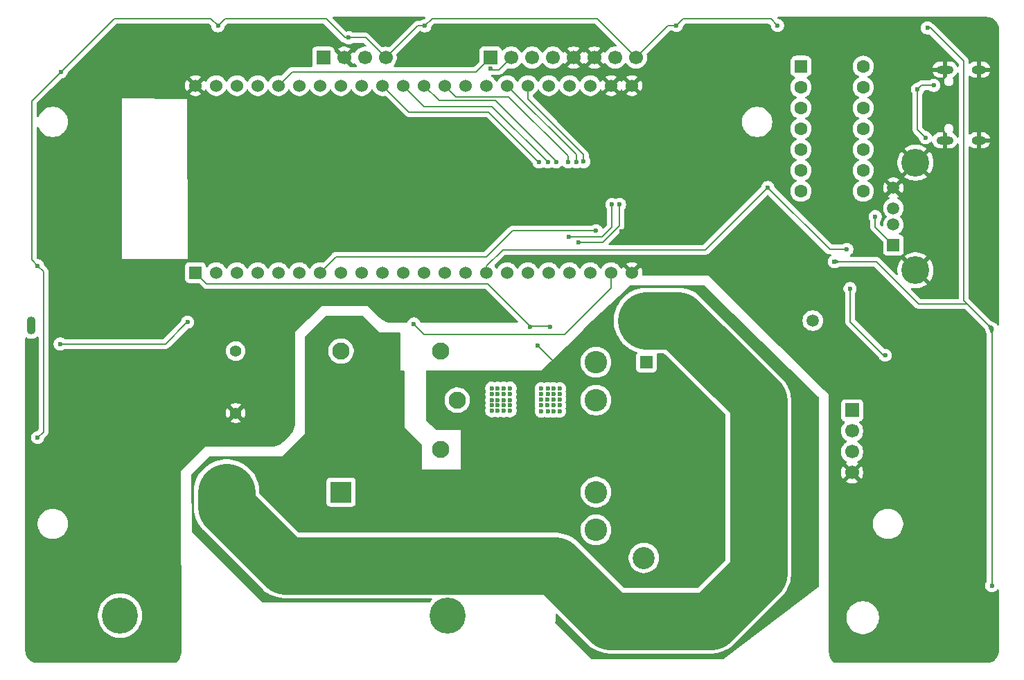
<source format=gbr>
%TF.GenerationSoftware,KiCad,Pcbnew,9.0.3-9.0.3-0~ubuntu24.04.1*%
%TF.CreationDate,2025-10-28T12:02:45-04:00*%
%TF.ProjectId,Portal Box 5.1,506f7274-616c-4204-926f-7820352e312e,rev?*%
%TF.SameCoordinates,PX54c81a0PY7eef1e0*%
%TF.FileFunction,Copper,L2,Bot*%
%TF.FilePolarity,Positive*%
%FSLAX46Y46*%
G04 Gerber Fmt 4.6, Leading zero omitted, Abs format (unit mm)*
G04 Created by KiCad (PCBNEW 9.0.3-9.0.3-0~ubuntu24.04.1) date 2025-10-28 12:02:45*
%MOMM*%
%LPD*%
G01*
G04 APERTURE LIST*
G04 Aperture macros list*
%AMRoundRect*
0 Rectangle with rounded corners*
0 $1 Rounding radius*
0 $2 $3 $4 $5 $6 $7 $8 $9 X,Y pos of 4 corners*
0 Add a 4 corners polygon primitive as box body*
4,1,4,$2,$3,$4,$5,$6,$7,$8,$9,$2,$3,0*
0 Add four circle primitives for the rounded corners*
1,1,$1+$1,$2,$3*
1,1,$1+$1,$4,$5*
1,1,$1+$1,$6,$7*
1,1,$1+$1,$8,$9*
0 Add four rect primitives between the rounded corners*
20,1,$1+$1,$2,$3,$4,$5,0*
20,1,$1+$1,$4,$5,$6,$7,0*
20,1,$1+$1,$6,$7,$8,$9,0*
20,1,$1+$1,$8,$9,$2,$3,0*%
G04 Aperture macros list end*
%TA.AperFunction,ComponentPad*%
%ADD10C,1.508000*%
%TD*%
%TA.AperFunction,ComponentPad*%
%ADD11R,1.508000X1.508000*%
%TD*%
%TA.AperFunction,ComponentPad*%
%ADD12R,1.700000X1.700000*%
%TD*%
%TA.AperFunction,ComponentPad*%
%ADD13C,1.700000*%
%TD*%
%TA.AperFunction,ComponentPad*%
%ADD14R,2.550000X2.550000*%
%TD*%
%TA.AperFunction,ComponentPad*%
%ADD15C,2.550000*%
%TD*%
%TA.AperFunction,ComponentPad*%
%ADD16C,4.416000*%
%TD*%
%TA.AperFunction,ComponentPad*%
%ADD17C,2.745000*%
%TD*%
%TA.AperFunction,ComponentPad*%
%ADD18R,1.530000X1.530000*%
%TD*%
%TA.AperFunction,ComponentPad*%
%ADD19C,1.530000*%
%TD*%
%TA.AperFunction,ComponentPad*%
%ADD20C,2.700000*%
%TD*%
%TA.AperFunction,ComponentPad*%
%ADD21C,1.408000*%
%TD*%
%TA.AperFunction,ComponentPad*%
%ADD22O,2.100000X1.000000*%
%TD*%
%TA.AperFunction,ComponentPad*%
%ADD23O,1.800000X1.000000*%
%TD*%
%TA.AperFunction,ComponentPad*%
%ADD24C,3.396000*%
%TD*%
%TA.AperFunction,ComponentPad*%
%ADD25C,2.100000*%
%TD*%
%TA.AperFunction,ComponentPad*%
%ADD26RoundRect,0.250000X-0.550000X-0.550000X0.550000X-0.550000X0.550000X0.550000X-0.550000X0.550000X0*%
%TD*%
%TA.AperFunction,ComponentPad*%
%ADD27C,1.600000*%
%TD*%
%TA.AperFunction,ComponentPad*%
%ADD28O,1.100000X2.200000*%
%TD*%
%TA.AperFunction,ViaPad*%
%ADD29C,0.600000*%
%TD*%
%TA.AperFunction,ViaPad*%
%ADD30C,0.500000*%
%TD*%
%TA.AperFunction,Conductor*%
%ADD31C,7.000000*%
%TD*%
%TA.AperFunction,Conductor*%
%ADD32C,0.200000*%
%TD*%
G04 APERTURE END LIST*
D10*
%TO.P,PS1,5,+VOUT*%
%TO.N,+5V*%
X96797500Y42310000D03*
%TO.P,PS1,4,-VOUT*%
%TO.N,Earth*%
X96797500Y32150000D03*
%TO.P,PS1,2,VAC_IN(N)*%
%TO.N,/AC_NEUTRAL*%
X76477500Y42310000D03*
D11*
%TO.P,PS1,1,VAC_IN(L)*%
%TO.N,/WALL_HOT_FUSED*%
X76477500Y37230000D03*
%TD*%
D12*
%TO.P,J5,1,Pin_1*%
%TO.N,RFID_CS*%
X57410000Y74475000D03*
D13*
%TO.P,J5,2,Pin_2*%
%TO.N,SCK*%
X59950000Y74475000D03*
%TO.P,J5,3,Pin_3*%
%TO.N,MOSI*%
X62490000Y74475000D03*
%TO.P,J5,4,Pin_4*%
%TO.N,MISO*%
X65030000Y74475000D03*
%TO.P,J5,5,Pin_5*%
%TO.N,GND*%
X67570000Y74475000D03*
%TO.P,J5,6,Pin_6*%
X70110000Y74475000D03*
%TO.P,J5,7,Pin_7*%
%TO.N,RFID_RST*%
X72650000Y74475000D03*
%TO.P,J5,8,Pin_8*%
%TO.N,+3V3*%
X75190000Y74475000D03*
%TD*%
D14*
%TO.P,A2,1,L*%
%TO.N,/AC_HOT*%
X39150000Y21350000D03*
D15*
%TO.P,A2,2,N*%
%TO.N,/AC_NEUTRAL*%
X25150000Y21350000D03*
%TO.P,A2,3,PE*%
%TO.N,Earth*%
X32150000Y21350000D03*
D16*
%TO.P,A2,S1*%
%TO.N,N/C*%
X52150000Y6250000D03*
%TO.P,A2,S2*%
X12150000Y6250000D03*
%TD*%
D17*
%TO.P,F1,1*%
%TO.N,/WALL_HOT*%
X70300000Y16725000D03*
X70300000Y21350000D03*
%TO.P,F1,2*%
%TO.N,/WALL_HOT_FUSED*%
X70300000Y32600000D03*
X70300000Y37225000D03*
%TD*%
D18*
%TO.P,U5,J1_1,3V3*%
%TO.N,ESP3vo*%
X21350000Y48190000D03*
D19*
%TO.P,U5,J1_2,3V3.*%
%TO.N,unconnected-(U5-3V3.-PadJ1_2)*%
X23890000Y48190000D03*
%TO.P,U5,J1_3,RST*%
%TO.N,RESET*%
X26430000Y48190000D03*
%TO.P,U5,J1_4,GPIO4*%
%TO.N,BUZZER*%
X28970000Y48190000D03*
%TO.P,U5,J1_5,GPIO5*%
%TO.N,/GPIO5*%
X31510000Y48190000D03*
%TO.P,U5,J1_6,GPIO6*%
%TO.N,/GPIO6*%
X34050000Y48190000D03*
%TO.P,U5,J1_7,GPIO7*%
%TO.N,TFT_CS*%
X36590000Y48190000D03*
%TO.P,U5,J1_8,GPIO15*%
%TO.N,/GPIO15*%
X39130000Y48190000D03*
%TO.P,U5,J1_9,GPIO16*%
%TO.N,/GPIO16*%
X41670000Y48190000D03*
%TO.P,U5,J1_10,GPIO17*%
%TO.N,/GPIO17*%
X44210000Y48190000D03*
%TO.P,U5,J1_11,GPIO18*%
%TO.N,AC_RELAY*%
X46750000Y48190000D03*
%TO.P,U5,J1_12,GPIO8*%
%TO.N,/GPIO8*%
X49290000Y48190000D03*
%TO.P,U5,J1_13,GPIO3*%
%TO.N,/GPIO3*%
X51830000Y48190000D03*
%TO.P,U5,J1_14,GPIO46*%
%TO.N,/GPIO46*%
X54370000Y48190000D03*
%TO.P,U5,J1_15,GPIO9*%
%TO.N,USB_RELAY*%
X56910000Y48190000D03*
%TO.P,U5,J1_16,GPIO10*%
%TO.N,CURRENT*%
X59450000Y48190000D03*
%TO.P,U5,J1_17,GPIO11*%
%TO.N,TFT_DC*%
X61990000Y48190000D03*
%TO.P,U5,J1_18,GPIO12*%
%TO.N,TFT_RESET*%
X64530000Y48190000D03*
%TO.P,U5,J1_19,GPIO13*%
%TO.N,LED_CI*%
X67070000Y48190000D03*
%TO.P,U5,J1_20,GPIO14*%
%TO.N,LED_DI*%
X69610000Y48190000D03*
%TO.P,U5,J1_21,5V0*%
%TO.N,+5V*%
X72150000Y48190000D03*
%TO.P,U5,J1_22,GND3*%
%TO.N,GND*%
X74690000Y48190000D03*
%TO.P,U5,J3_1,GND*%
X21350000Y71050000D03*
%TO.P,U5,J3_2,U0TXD/GPIO43*%
%TO.N,/GPIO43*%
X23890000Y71050000D03*
%TO.P,U5,J3_3,U0RXD/GPIO44*%
%TO.N,/GPIO44*%
X26430000Y71050000D03*
%TO.P,U5,J3_4,GPIO1*%
%TO.N,BUTTON*%
X28970000Y71050000D03*
%TO.P,U5,J3_5,GPIO2*%
%TO.N,RFID_CS*%
X31510000Y71050000D03*
%TO.P,U5,J3_6,MTMS/GPIO42*%
%TO.N,/GPIO42*%
X34050000Y71050000D03*
%TO.P,U5,J3_7,MTDI/GPIO41*%
%TO.N,/GPIO41*%
X36590000Y71050000D03*
%TO.P,U5,J3_8,MTDO/GPIO40*%
%TO.N,/GPIO40*%
X39130000Y71050000D03*
%TO.P,U5,J3_9,MTCK/GPIO39*%
%TO.N,/GPIO39*%
X41670000Y71050000D03*
%TO.P,U5,J3_10,GPIO38*%
%TO.N,SCK*%
X44210000Y71050000D03*
%TO.P,U5,J3_11,GPIO37*%
%TO.N,MOSI*%
X46750000Y71050000D03*
%TO.P,U5,J3_12,GPIO36*%
%TO.N,MISO*%
X49290000Y71050000D03*
%TO.P,U5,J3_13,GPIO35*%
%TO.N,TS_CS*%
X51830000Y71050000D03*
%TO.P,U5,J3_14,GPIO0*%
%TO.N,/GPIO0*%
X54370000Y71050000D03*
%TO.P,U5,J3_15,GPIO45*%
%TO.N,/GPIO45*%
X56910000Y71050000D03*
%TO.P,U5,J3_16,GPIO48*%
%TO.N,SCL*%
X59450000Y71050000D03*
%TO.P,U5,J3_17,GPIO47*%
%TO.N,SDA*%
X61990000Y71050000D03*
%TO.P,U5,J3_18,GPIO21*%
%TO.N,RFID_RST*%
X64530000Y71050000D03*
%TO.P,U5,J3_19,USB_D+/GPIO20*%
%TO.N,/GPIO20*%
X67070000Y71050000D03*
%TO.P,U5,J3_20,USB_D-/GPIO19*%
%TO.N,/GPIO19*%
X69610000Y71050000D03*
%TO.P,U5,J3_21,GND1*%
%TO.N,GND*%
X72150000Y71050000D03*
%TO.P,U5,J3_22,GND2*%
X74690000Y71050000D03*
%TD*%
D20*
%TO.P,A1,1,N*%
%TO.N,/AC_NEUTRAL*%
X90150000Y13300000D03*
%TO.P,A1,2,PE*%
%TO.N,Earth*%
X83150000Y13300000D03*
%TO.P,A1,3,L*%
%TO.N,/WALL_HOT*%
X76150000Y13300000D03*
%TD*%
D12*
%TO.P,J6,1,Pin_1*%
%TO.N,+5V*%
X101600000Y31350000D03*
D13*
%TO.P,J6,2,Pin_2*%
%TO.N,LED_DI*%
X101600000Y28810000D03*
%TO.P,J6,3,Pin_3*%
%TO.N,LED_CI*%
X101600000Y26270000D03*
%TO.P,J6,4,Pin_4*%
%TO.N,GND*%
X101600000Y23730000D03*
%TD*%
D21*
%TO.P,BZ1,1,+*%
%TO.N,BUZZER*%
X26275000Y38600000D03*
%TO.P,BZ1,2,-*%
%TO.N,GND*%
X26275000Y31000000D03*
%TD*%
D12*
%TO.P,SW2,1,1*%
%TO.N,BUTTON*%
X36980000Y74450000D03*
D13*
%TO.P,SW2,2,2*%
%TO.N,GND*%
X39520000Y74450000D03*
%TO.P,SW2,3,3*%
%TO.N,/LED_3V*%
X42060000Y74450000D03*
%TO.P,SW2,4,4*%
%TO.N,+3V3*%
X44600000Y74450000D03*
%TD*%
D22*
%TO.P,J2,S1,SHIELD*%
%TO.N,GND*%
X112932500Y64352500D03*
D23*
X117112500Y64352500D03*
D22*
X112932500Y72992500D03*
D23*
X117112500Y72992500D03*
%TD*%
D11*
%TO.P,J1,1,VBUS*%
%TO.N,+5V*%
X106640000Y51550000D03*
D10*
%TO.P,J1,2,D-*%
%TO.N,USBA_D-*%
X106640000Y54050000D03*
%TO.P,J1,3,D+*%
%TO.N,USBA_D+*%
X106640000Y56050000D03*
%TO.P,J1,4,GND*%
%TO.N,GND*%
X106640000Y58550000D03*
D24*
%TO.P,J1,5,Shield*%
X109350000Y48480000D03*
X109350000Y61620000D03*
%TD*%
D25*
%TO.P,K1,COIL1*%
%TO.N,+5V*%
X51350000Y26600000D03*
%TO.P,K1,COIL2*%
%TO.N,Net-(D3-A)*%
X51350000Y38600000D03*
%TO.P,K1,COM*%
%TO.N,/S2R*%
X53350000Y32600000D03*
%TO.P,K1,NO*%
%TO.N,/AC_HOT*%
X39150000Y38600000D03*
%TD*%
D26*
%TO.P,J3,1,Pin_1*%
%TO.N,USBC_D-*%
X95350000Y73400000D03*
D27*
%TO.P,J3,2,Pin_2*%
%TO.N,+5V*%
X95350000Y70860000D03*
%TO.P,J3,3,Pin_3*%
%TO.N,unconnected-(J3-Pin_3-Pad3)*%
X95350000Y68320000D03*
%TO.P,J3,4,Pin_4*%
%TO.N,unconnected-(J3-Pin_4-Pad4)*%
X95350000Y65780000D03*
%TO.P,J3,5,Pin_5*%
%TO.N,unconnected-(J3-Pin_5-Pad5)*%
X95350000Y63240000D03*
%TO.P,J3,6,Pin_6*%
%TO.N,COIL*%
X95350000Y60700000D03*
%TO.P,J3,7,Pin_7*%
%TO.N,USBA_D-*%
X95350000Y58160000D03*
%TO.P,J3,8,Pin_8*%
%TO.N,USBA_D+*%
X102970000Y58160000D03*
%TO.P,J3,9,Pin_9*%
%TO.N,unconnected-(J3-Pin_9-Pad9)*%
X102970000Y60700000D03*
%TO.P,J3,10,Pin_10*%
%TO.N,unconnected-(J3-Pin_10-Pad10)*%
X102970000Y63240000D03*
%TO.P,J3,11,Pin_11*%
%TO.N,unconnected-(J3-Pin_11-Pad11)*%
X102970000Y65780000D03*
%TO.P,J3,12,Pin_12*%
%TO.N,unconnected-(J3-Pin_12-Pad12)*%
X102970000Y68320000D03*
%TO.P,J3,13,Pin_13*%
%TO.N,unconnected-(J3-Pin_13-Pad13)*%
X102970000Y70860000D03*
%TO.P,J3,14,Pin_14*%
%TO.N,USBC_D+*%
X102970000Y73400000D03*
%TD*%
D28*
%TO.P,SW1,SH1*%
%TO.N,N/C*%
X1275000Y41700000D03*
%TD*%
D29*
%TO.N,+3V3*%
X2067500Y28011666D03*
X2067500Y49030000D03*
X4925000Y72725000D03*
X118650000Y41350000D03*
X92500000Y78400000D03*
X110800000Y78100000D03*
X118675000Y9900000D03*
X49400000Y78357500D03*
X80132500Y78407500D03*
X24100000Y78350000D03*
X40087500Y76900000D03*
X99450000Y49525000D03*
%TO.N,GND*%
X100100000Y56250000D03*
X90900000Y46825000D03*
X87800000Y47675000D03*
X115260000Y76740000D03*
X108880000Y78470000D03*
X90900000Y51100000D03*
X87800000Y46825000D03*
X57250000Y44200000D03*
X105675000Y42522500D03*
X92000000Y50200000D03*
X74025000Y53300000D03*
X89800000Y48500000D03*
X88800000Y47675000D03*
X89800000Y49300000D03*
X74025000Y53875000D03*
X93000000Y49300000D03*
X100950000Y48025000D03*
X118725000Y45275000D03*
X2080000Y24010000D03*
X89800000Y47675000D03*
X89800000Y51100000D03*
X73400000Y52700000D03*
D30*
X30950000Y78357500D03*
D29*
X90900000Y47675000D03*
X90900000Y48500000D03*
X87800000Y51100000D03*
X90900000Y49300000D03*
X89800000Y46825000D03*
X91375000Y56700000D03*
X73400000Y53275000D03*
X87800000Y50200000D03*
X93000000Y46825000D03*
X87800000Y49300000D03*
X88800000Y50200000D03*
X87000000Y78407500D03*
X87800000Y48500000D03*
X88800000Y49300000D03*
X93000000Y47675000D03*
X22200000Y78350000D03*
X93000000Y50200000D03*
X90900000Y50200000D03*
X92000000Y49300000D03*
X47450000Y43937500D03*
X88800000Y51100000D03*
X93000000Y51100000D03*
X89800000Y50200000D03*
X92000000Y46825000D03*
X88800000Y46825000D03*
X93000000Y48500000D03*
X100725000Y39012500D03*
X74025000Y52725000D03*
X92000000Y47675000D03*
X45450000Y78350000D03*
D30*
X54200000Y78357500D03*
D29*
X92000000Y51100000D03*
X88800000Y48500000D03*
X92000000Y48500000D03*
%TO.N,+5V*%
X109600000Y70600000D03*
X48050000Y41900000D03*
X104425000Y55025000D03*
X110575000Y64675000D03*
X111575000Y71075000D03*
%TO.N,USB_RELAY*%
X91310000Y58600000D03*
X101350000Y46225000D03*
X100950000Y51025000D03*
X105650000Y38075000D03*
%TO.N,SCL*%
X67900000Y61700000D03*
%TO.N,SCK*%
X57410000Y73160000D03*
X63325735Y61725735D03*
%TO.N,TFT_CS*%
X70300000Y53300000D03*
%TO.N,MOSI*%
X64400000Y61700000D03*
%TO.N,TFT_RESET*%
X68180000Y51910000D03*
X73190000Y56500000D03*
%TO.N,TFT_DC*%
X72230000Y56530000D03*
X66950000Y52520000D03*
%TO.N,TS_CS*%
X66900000Y61700000D03*
%TO.N,MISO*%
X65436922Y61740850D03*
%TO.N,SDA*%
X68800000Y61750000D03*
%TO.N,RESET*%
X20380000Y42130000D03*
X4825000Y39450000D03*
%TO.N,/WALL_HOT_FUSED*%
X63600000Y32000000D03*
X64400000Y34000000D03*
X65100000Y32000000D03*
X65850000Y31250000D03*
X65850000Y32700000D03*
X64350000Y32700000D03*
X64350000Y32000000D03*
X63600000Y33350000D03*
X65850000Y34000000D03*
X65850000Y33350000D03*
X65100000Y34000000D03*
X65100000Y33350000D03*
X65100000Y31250000D03*
X63600000Y32700000D03*
X64400000Y33350000D03*
X64400000Y31250000D03*
X63600000Y31250000D03*
X63600000Y34000000D03*
X65850000Y32000000D03*
X65100000Y32700000D03*
%TO.N,Earth*%
X63200000Y39250000D03*
X65400000Y37050000D03*
%TO.N,/S2R*%
X59800000Y31950000D03*
X57550000Y34050000D03*
X59800000Y34050000D03*
X58300000Y32600000D03*
X58300000Y34050000D03*
X57550000Y31300000D03*
X57550000Y32600000D03*
X58300000Y31950000D03*
X57550000Y33300000D03*
X59800000Y31300000D03*
X58300000Y31300000D03*
X59800000Y32600000D03*
X58300000Y33300000D03*
X57550000Y31950000D03*
X59000000Y31300000D03*
X59050000Y33300000D03*
X59000000Y31950000D03*
X59050000Y32600000D03*
X59800000Y33300000D03*
X59000000Y34050000D03*
%TO.N,ESP3vo*%
X64725000Y41525000D03*
X62200000Y41575000D03*
%TD*%
D31*
%TO.N,/AC_NEUTRAL*%
X90150000Y13300000D02*
X90150000Y11390812D01*
X32316878Y12380000D02*
X25150000Y19546878D01*
X65320000Y12380000D02*
X32316878Y12380000D01*
X25150000Y19546878D02*
X25150000Y21350000D01*
X90150000Y32467500D02*
X90150000Y13300000D01*
X80307500Y42310000D02*
X90150000Y32467500D01*
X84359188Y5600000D02*
X72100000Y5600000D01*
X72100000Y5600000D02*
X65320000Y12380000D01*
X90150000Y11390812D02*
X84359188Y5600000D01*
X76477500Y42310000D02*
X80307500Y42310000D01*
D32*
%TO.N,+3V3*%
X40087500Y76900000D02*
X39610000Y76900000D01*
X48507500Y78357500D02*
X49400000Y78357500D01*
X11440000Y79240000D02*
X23210000Y79240000D01*
X118675000Y9900000D02*
X118675000Y41325000D01*
X39610000Y76900000D02*
X37310000Y79200000D01*
X44600000Y74450000D02*
X42150000Y76900000D01*
X118650000Y41350000D02*
X115640000Y44360000D01*
X44600000Y74450000D02*
X48507500Y78357500D01*
X2770000Y37700000D02*
X2770000Y28714166D01*
X4925000Y72725000D02*
X11440000Y79240000D01*
X111165000Y78100000D02*
X115230000Y74035000D01*
X115230000Y44770000D02*
X115640000Y44360000D01*
X115230000Y74035000D02*
X115230000Y44770000D01*
X104550000Y49525000D02*
X109715000Y44360000D01*
X49400000Y78357500D02*
X50292500Y79250000D01*
X50292500Y79250000D02*
X70415000Y79250000D01*
X24950000Y79200000D02*
X37310000Y79200000D01*
X118675000Y41325000D02*
X118650000Y41350000D01*
X42150000Y76900000D02*
X40087500Y76900000D01*
X23210000Y79240000D02*
X24100000Y78350000D01*
X80202500Y78477500D02*
X80132500Y78407500D01*
X80925000Y79200000D02*
X80132500Y78407500D01*
X80132500Y78407500D02*
X79122500Y78407500D01*
X4925000Y72725000D02*
X1350000Y69150000D01*
X2770000Y48327500D02*
X2770000Y37700000D01*
X91700000Y79200000D02*
X80925000Y79200000D01*
X99450000Y49525000D02*
X104550000Y49525000D01*
X109715000Y44360000D02*
X115640000Y44360000D01*
X2067500Y49030000D02*
X2770000Y48327500D01*
X1350000Y49747500D02*
X2067500Y49030000D01*
X110800000Y78100000D02*
X111165000Y78100000D01*
X1350000Y69150000D02*
X1350000Y49747500D01*
X92500000Y78400000D02*
X91700000Y79200000D01*
X2770000Y28714166D02*
X2067500Y28011666D01*
X79122500Y78407500D02*
X75190000Y74475000D01*
X70415000Y79250000D02*
X75190000Y74475000D01*
X24100000Y78350000D02*
X24950000Y79200000D01*
%TO.N,+5V*%
X49300000Y40650000D02*
X66475000Y40650000D01*
X111575000Y71075000D02*
X110075000Y71075000D01*
X104425000Y53765000D02*
X106640000Y51550000D01*
X104425000Y55025000D02*
X104425000Y53765000D01*
X110075000Y71075000D02*
X109600000Y70600000D01*
X109600000Y65650000D02*
X110575000Y64675000D01*
X109600000Y70600000D02*
X109600000Y65650000D01*
X48050000Y41900000D02*
X49300000Y40650000D01*
X72150000Y46325000D02*
X72150000Y48190000D01*
X66475000Y40650000D02*
X72150000Y46325000D01*
%TO.N,Net-(D3-A)*%
X51455000Y38705000D02*
X51350000Y38600000D01*
%TO.N,USB_RELAY*%
X58911000Y50981000D02*
X83691000Y50981000D01*
X56910000Y48980000D02*
X58911000Y50981000D01*
X105650000Y38075000D02*
X105460000Y38075000D01*
X98885000Y51025000D02*
X91310000Y58600000D01*
X101375000Y46200000D02*
X101375000Y42160000D01*
X56910000Y48190000D02*
X56910000Y48980000D01*
X105460000Y38075000D02*
X101375000Y42160000D01*
X100950000Y51025000D02*
X98885000Y51025000D01*
X101350000Y46225000D02*
X101375000Y46200000D01*
X83691000Y50981000D02*
X91310000Y58600000D01*
%TO.N,SCL*%
X67900000Y62600000D02*
X59450000Y71050000D01*
X67900000Y61700000D02*
X67900000Y62600000D01*
%TO.N,SCK*%
X63290000Y61710000D02*
X57200000Y67800000D01*
X57410000Y73160000D02*
X57580000Y72990000D01*
X47460000Y67800000D02*
X44210000Y71050000D01*
X63325735Y61725735D02*
X63310000Y61710000D01*
X57200000Y67800000D02*
X47460000Y67800000D01*
X58465000Y72990000D02*
X59950000Y74475000D01*
X63310000Y61710000D02*
X63290000Y61710000D01*
X57580000Y72990000D02*
X58465000Y72990000D01*
%TO.N,TFT_CS*%
X60100000Y53300000D02*
X70300000Y53300000D01*
X38500000Y50100000D02*
X56900000Y50100000D01*
X56900000Y50100000D02*
X60100000Y53300000D01*
X36590000Y48190000D02*
X38500000Y50100000D01*
%TO.N,MOSI*%
X57600000Y68500000D02*
X49300000Y68500000D01*
X49300000Y68500000D02*
X46750000Y71050000D01*
X64400000Y61700000D02*
X57600000Y68500000D01*
%TO.N,TFT_RESET*%
X73190000Y56500000D02*
X73190000Y53950000D01*
X73190000Y53950000D02*
X71150000Y51910000D01*
X71150000Y51910000D02*
X68180000Y51910000D01*
%TO.N,TFT_DC*%
X72230000Y53710000D02*
X72230000Y56530000D01*
X71040000Y52520000D02*
X72230000Y53710000D01*
X66950000Y52520000D02*
X71040000Y52520000D01*
%TO.N,TS_CS*%
X66900000Y61700000D02*
X66900000Y62440000D01*
X66900000Y62440000D02*
X59640000Y69700000D01*
X59640000Y69700000D02*
X53180000Y69700000D01*
X53180000Y69700000D02*
X51830000Y71050000D01*
%TO.N,MISO*%
X51140000Y69200000D02*
X58000000Y69200000D01*
X49290000Y71050000D02*
X51140000Y69200000D01*
X65436922Y61763078D02*
X65436922Y61740850D01*
X58000000Y69200000D02*
X65436922Y61763078D01*
%TO.N,SDA*%
X61990000Y69410000D02*
X68800000Y62600000D01*
X61990000Y71050000D02*
X61990000Y69410000D01*
X68800000Y62600000D02*
X68800000Y61750000D01*
%TO.N,RFID_CS*%
X55675000Y72740000D02*
X57410000Y74475000D01*
X33200000Y72740000D02*
X55675000Y72740000D01*
X31510000Y71050000D02*
X33200000Y72740000D01*
%TO.N,RESET*%
X20380000Y42130000D02*
X20275000Y42025000D01*
X17690000Y39450000D02*
X20265000Y42025000D01*
X20275000Y42025000D02*
X20265000Y42025000D01*
X4825000Y39450000D02*
X17690000Y39450000D01*
%TO.N,Earth*%
X65400000Y37050000D02*
X63200000Y39250000D01*
%TO.N,ESP3vo*%
X64700000Y41650000D02*
X62275000Y41650000D01*
X62275000Y41650000D02*
X62200000Y41575000D01*
X62200000Y41650000D02*
X57050000Y46800000D01*
X57050000Y46800000D02*
X22740000Y46800000D01*
X22740000Y46800000D02*
X21350000Y48190000D01*
X64725000Y41525000D02*
X64725000Y41625000D01*
X62200000Y41575000D02*
X62200000Y41650000D01*
X64725000Y41625000D02*
X64700000Y41650000D01*
%TD*%
%TA.AperFunction,Conductor*%
%TO.N,Earth*%
G36*
X83497259Y46605315D02*
G01*
X83516542Y46590020D01*
X97489883Y33040114D01*
X97524307Y32979313D01*
X97527561Y32951224D01*
X97551825Y9808178D01*
X97532211Y9741118D01*
X97502655Y9709172D01*
X85886669Y918085D01*
X85821334Y893325D01*
X85811460Y892962D01*
X69724760Y942066D01*
X69657781Y961955D01*
X69637038Y978805D01*
X67724095Y2910188D01*
X65349274Y5307902D01*
X65316085Y5369384D01*
X65317600Y5427248D01*
X65366270Y5608884D01*
X65400500Y5868880D01*
X65400500Y6131120D01*
X65370732Y6357222D01*
X65381497Y6426254D01*
X65427877Y6478510D01*
X65495146Y6497396D01*
X65561946Y6476916D01*
X65581352Y6461086D01*
X69132250Y2910188D01*
X69410182Y2632255D01*
X69410187Y2632251D01*
X69410188Y2632250D01*
X69714031Y2382893D01*
X70040851Y2164518D01*
X70040860Y2164513D01*
X70040862Y2164512D01*
X70387495Y1979233D01*
X70387497Y1979233D01*
X70387503Y1979229D01*
X70750647Y1828810D01*
X71126786Y1714709D01*
X71126792Y1714708D01*
X71126795Y1714707D01*
X71126806Y1714704D01*
X71342241Y1671853D01*
X71512297Y1638027D01*
X71903468Y1599500D01*
X71903471Y1599500D01*
X84555717Y1599500D01*
X84555720Y1599500D01*
X84946891Y1638027D01*
X85158883Y1680195D01*
X85332381Y1714704D01*
X85332392Y1714707D01*
X85332392Y1714708D01*
X85332402Y1714709D01*
X85708541Y1828810D01*
X86071685Y1979229D01*
X86418337Y2164518D01*
X86745157Y2382893D01*
X87049000Y2632250D01*
X87326938Y2910188D01*
X87326938Y2910189D01*
X92835475Y8418728D01*
X92835497Y8418747D01*
X93117745Y8700995D01*
X93117750Y8701000D01*
X93367107Y9004843D01*
X93585482Y9331663D01*
X93770771Y9678315D01*
X93921190Y10041459D01*
X93933759Y10082893D01*
X94035291Y10417598D01*
X94035293Y10417608D01*
X94035296Y10417619D01*
X94074018Y10612295D01*
X94111973Y10803109D01*
X94150501Y11194280D01*
X94150501Y11587344D01*
X94150501Y11590132D01*
X94150500Y11590178D01*
X94150500Y32664029D01*
X94139191Y32778847D01*
X94111973Y33055203D01*
X94101016Y33110289D01*
X94099778Y33116512D01*
X94035296Y33440694D01*
X94035293Y33440705D01*
X94035292Y33440708D01*
X94035291Y33440714D01*
X93921190Y33816853D01*
X93770771Y34179997D01*
X93742178Y34233490D01*
X93702284Y34308127D01*
X93585488Y34526638D01*
X93585487Y34526640D01*
X93585482Y34526649D01*
X93367107Y34853469D01*
X93117750Y35157312D01*
X93117749Y35157313D01*
X93117745Y35157318D01*
X92839812Y35435250D01*
X82997317Y45277746D01*
X82693474Y45527103D01*
X82693473Y45527104D01*
X82693469Y45527107D01*
X82366649Y45745482D01*
X82366644Y45745485D01*
X82366637Y45745489D01*
X82020004Y45930768D01*
X82019999Y45930770D01*
X81958403Y45956284D01*
X81656853Y46081190D01*
X81656850Y46081191D01*
X81617210Y46093217D01*
X81617210Y46093216D01*
X81280704Y46195294D01*
X81280693Y46195297D01*
X80895208Y46271972D01*
X80895203Y46271973D01*
X80895201Y46271974D01*
X80895191Y46271975D01*
X80607819Y46300278D01*
X80504032Y46310500D01*
X76280968Y46310500D01*
X76191751Y46301713D01*
X75889797Y46271974D01*
X75504305Y46195296D01*
X75504294Y46195293D01*
X75128145Y46081190D01*
X74765000Y45930770D01*
X74764995Y45930768D01*
X74418362Y45745489D01*
X74418344Y45745478D01*
X74091539Y45527113D01*
X74091525Y45527103D01*
X73787682Y45277746D01*
X73509754Y44999818D01*
X73260397Y44695975D01*
X73260387Y44695961D01*
X73042022Y44369156D01*
X73042011Y44369138D01*
X72856732Y44022505D01*
X72856730Y44022500D01*
X72706310Y43659355D01*
X72592207Y43283206D01*
X72592204Y43283195D01*
X72515526Y42897703D01*
X72477000Y42506529D01*
X72477000Y42113472D01*
X72515526Y41722298D01*
X72592204Y41336806D01*
X72592207Y41336795D01*
X72706310Y40960646D01*
X72856730Y40597501D01*
X72856732Y40597496D01*
X73042011Y40250863D01*
X73042022Y40250845D01*
X73260387Y39924040D01*
X73260397Y39924026D01*
X73509754Y39620183D01*
X73787682Y39342255D01*
X73787687Y39342251D01*
X73787688Y39342250D01*
X74091531Y39092893D01*
X74418351Y38874518D01*
X74418360Y38874513D01*
X74418362Y38874512D01*
X74764995Y38689233D01*
X74764997Y38689233D01*
X74765003Y38689229D01*
X75128147Y38538810D01*
X75273002Y38494869D01*
X75331440Y38456572D01*
X75359896Y38392760D01*
X75349336Y38323693D01*
X75336273Y38301898D01*
X75279704Y38226332D01*
X75279702Y38226329D01*
X75229408Y38091483D01*
X75223001Y38031884D01*
X75223001Y38031877D01*
X75223000Y38031865D01*
X75223000Y36428130D01*
X75223001Y36428124D01*
X75229408Y36368517D01*
X75279702Y36233672D01*
X75279706Y36233665D01*
X75365952Y36118456D01*
X75365955Y36118453D01*
X75481164Y36032207D01*
X75481171Y36032203D01*
X75616017Y35981909D01*
X75616016Y35981909D01*
X75622944Y35981165D01*
X75675627Y35975500D01*
X77279372Y35975501D01*
X77338983Y35981909D01*
X77473831Y36032204D01*
X77589046Y36118454D01*
X77675296Y36233669D01*
X77725591Y36368517D01*
X77732000Y36428127D01*
X77731999Y38031872D01*
X77725591Y38091483D01*
X77706686Y38142168D01*
X77701703Y38211858D01*
X77735188Y38273181D01*
X77796511Y38306666D01*
X77822869Y38309500D01*
X78599076Y38309500D01*
X78666115Y38289815D01*
X78686757Y38273181D01*
X86113181Y30846757D01*
X86146666Y30785434D01*
X86149500Y30759076D01*
X86149500Y13099236D01*
X86129815Y13032197D01*
X86113181Y13011555D01*
X82738445Y9636819D01*
X82677122Y9603334D01*
X82650764Y9600500D01*
X73808424Y9600500D01*
X73741385Y9620185D01*
X73720743Y9636819D01*
X70019897Y13337666D01*
X69936274Y13421289D01*
X74299500Y13421289D01*
X74299500Y13178712D01*
X74331161Y12938215D01*
X74393947Y12703896D01*
X74486773Y12479795D01*
X74486776Y12479788D01*
X74608064Y12269711D01*
X74608066Y12269708D01*
X74608067Y12269707D01*
X74755733Y12077264D01*
X74755739Y12077257D01*
X74927256Y11905740D01*
X74927262Y11905735D01*
X75119711Y11758064D01*
X75329788Y11636776D01*
X75553900Y11543946D01*
X75788211Y11481162D01*
X75968586Y11457416D01*
X76028711Y11449500D01*
X76028712Y11449500D01*
X76271289Y11449500D01*
X76319388Y11455833D01*
X76511789Y11481162D01*
X76746100Y11543946D01*
X76970212Y11636776D01*
X77180289Y11758064D01*
X77372738Y11905735D01*
X77544265Y12077262D01*
X77691936Y12269711D01*
X77813224Y12479788D01*
X77906054Y12703900D01*
X77968838Y12938211D01*
X78000500Y13178712D01*
X78000500Y13421288D01*
X77968838Y13661789D01*
X77906054Y13896100D01*
X77813224Y14120212D01*
X77691936Y14330289D01*
X77544265Y14522738D01*
X77544260Y14522744D01*
X77372743Y14694261D01*
X77372736Y14694267D01*
X77180293Y14841933D01*
X77180292Y14841934D01*
X77180289Y14841936D01*
X76970212Y14963224D01*
X76970205Y14963227D01*
X76746104Y15056053D01*
X76511785Y15118839D01*
X76271289Y15150500D01*
X76271288Y15150500D01*
X76028712Y15150500D01*
X76028711Y15150500D01*
X75788214Y15118839D01*
X75553895Y15056053D01*
X75329794Y14963227D01*
X75329785Y14963223D01*
X75119706Y14841933D01*
X74927263Y14694267D01*
X74927256Y14694261D01*
X74755739Y14522744D01*
X74755733Y14522737D01*
X74608067Y14330294D01*
X74486777Y14120215D01*
X74486773Y14120206D01*
X74393947Y13896105D01*
X74331161Y13661786D01*
X74299500Y13421289D01*
X69936274Y13421289D01*
X68009817Y15347746D01*
X67705974Y15597103D01*
X67705973Y15597104D01*
X67705969Y15597107D01*
X67633818Y15645317D01*
X67379149Y15815482D01*
X67379144Y15815485D01*
X67379137Y15815489D01*
X67032504Y16000768D01*
X67032499Y16000770D01*
X66669348Y16151192D01*
X66568983Y16181638D01*
X66568983Y16181637D01*
X66293214Y16265291D01*
X66293213Y16265292D01*
X66293204Y16265294D01*
X66293193Y16265297D01*
X65907708Y16341972D01*
X65907703Y16341973D01*
X65907701Y16341974D01*
X65907691Y16341975D01*
X65620319Y16370278D01*
X65516532Y16380500D01*
X65516529Y16380500D01*
X34025302Y16380500D01*
X33958263Y16400185D01*
X33937621Y16416819D01*
X33506676Y16847764D01*
X68427000Y16847764D01*
X68427000Y16602237D01*
X68456191Y16380500D01*
X68459047Y16358812D01*
X68463559Y16341973D01*
X68522594Y16121652D01*
X68616551Y15894820D01*
X68616556Y15894809D01*
X68739315Y15682185D01*
X68888780Y15487397D01*
X68888786Y15487390D01*
X69062389Y15313787D01*
X69062396Y15313781D01*
X69257184Y15164316D01*
X69469808Y15041557D01*
X69469813Y15041555D01*
X69469816Y15041553D01*
X69696652Y14947594D01*
X69933812Y14884047D01*
X70116380Y14860012D01*
X70177236Y14852000D01*
X70177237Y14852000D01*
X70422764Y14852000D01*
X70471448Y14858410D01*
X70666188Y14884047D01*
X70903348Y14947594D01*
X71130184Y15041553D01*
X71342816Y15164316D01*
X71537605Y15313782D01*
X71711218Y15487395D01*
X71860684Y15682184D01*
X71983447Y15894816D01*
X72077406Y16121652D01*
X72140953Y16358812D01*
X72173000Y16602237D01*
X72173000Y16847763D01*
X72140953Y17091188D01*
X72077406Y17328348D01*
X71983447Y17555184D01*
X71983445Y17555187D01*
X71983443Y17555192D01*
X71860684Y17767816D01*
X71711219Y17962604D01*
X71711213Y17962611D01*
X71537610Y18136214D01*
X71537603Y18136220D01*
X71342815Y18285685D01*
X71130191Y18408444D01*
X71130180Y18408449D01*
X70903348Y18502406D01*
X70666184Y18565954D01*
X70422764Y18598000D01*
X70422763Y18598000D01*
X70177237Y18598000D01*
X70177236Y18598000D01*
X69933815Y18565954D01*
X69696651Y18502406D01*
X69469819Y18408449D01*
X69469808Y18408444D01*
X69257184Y18285685D01*
X69062396Y18136220D01*
X69062389Y18136214D01*
X68888786Y17962611D01*
X68888780Y17962604D01*
X68739315Y17767816D01*
X68616556Y17555192D01*
X68616551Y17555181D01*
X68522594Y17328349D01*
X68459046Y17091185D01*
X68427000Y16847764D01*
X33506676Y16847764D01*
X29186819Y21167621D01*
X29153334Y21228944D01*
X29150500Y21255302D01*
X29150500Y21546529D01*
X29133790Y21716185D01*
X29111973Y21937703D01*
X29108861Y21953349D01*
X29035295Y22323195D01*
X29035292Y22323206D01*
X29035291Y22323209D01*
X29035290Y22323215D01*
X28929225Y22672865D01*
X37374500Y22672865D01*
X37374500Y20027130D01*
X37374501Y20027124D01*
X37380908Y19967517D01*
X37431202Y19832672D01*
X37431206Y19832665D01*
X37517452Y19717456D01*
X37517455Y19717453D01*
X37632664Y19631207D01*
X37632671Y19631203D01*
X37767517Y19580909D01*
X37767516Y19580909D01*
X37774444Y19580165D01*
X37827127Y19574500D01*
X40472872Y19574501D01*
X40532483Y19580909D01*
X40667331Y19631204D01*
X40782546Y19717454D01*
X40868796Y19832669D01*
X40919091Y19967517D01*
X40925500Y20027127D01*
X40925499Y21472764D01*
X68427000Y21472764D01*
X68427000Y21227237D01*
X68459046Y20983816D01*
X68522594Y20746652D01*
X68616551Y20519820D01*
X68616556Y20519809D01*
X68739315Y20307185D01*
X68888780Y20112397D01*
X68888786Y20112390D01*
X69062389Y19938787D01*
X69062396Y19938781D01*
X69257184Y19789316D01*
X69469808Y19666557D01*
X69469813Y19666555D01*
X69469816Y19666553D01*
X69696652Y19572594D01*
X69933812Y19509047D01*
X70116380Y19485012D01*
X70177236Y19477000D01*
X70177237Y19477000D01*
X70422764Y19477000D01*
X70471448Y19483410D01*
X70666188Y19509047D01*
X70903348Y19572594D01*
X71130184Y19666553D01*
X71342816Y19789316D01*
X71537605Y19938782D01*
X71711218Y20112395D01*
X71860684Y20307184D01*
X71983447Y20519816D01*
X72077406Y20746652D01*
X72140953Y20983812D01*
X72173000Y21227237D01*
X72173000Y21472763D01*
X72140953Y21716188D01*
X72077406Y21953348D01*
X71983447Y22180184D01*
X71983445Y22180187D01*
X71983443Y22180192D01*
X71860684Y22392816D01*
X71711219Y22587604D01*
X71711213Y22587611D01*
X71537610Y22761214D01*
X71537603Y22761220D01*
X71342815Y22910685D01*
X71130191Y23033444D01*
X71130180Y23033449D01*
X70903348Y23127406D01*
X70666184Y23190954D01*
X70422764Y23223000D01*
X70422763Y23223000D01*
X70177237Y23223000D01*
X70177236Y23223000D01*
X69933815Y23190954D01*
X69696651Y23127406D01*
X69469819Y23033449D01*
X69469808Y23033444D01*
X69257184Y22910685D01*
X69062396Y22761220D01*
X69062389Y22761214D01*
X68888786Y22587611D01*
X68888780Y22587604D01*
X68739315Y22392816D01*
X68616556Y22180192D01*
X68616551Y22180181D01*
X68522594Y21953349D01*
X68459046Y21716185D01*
X68427000Y21472764D01*
X40925499Y21472764D01*
X40925499Y22672872D01*
X40919091Y22732483D01*
X40868796Y22867331D01*
X40868795Y22867332D01*
X40868793Y22867336D01*
X40782547Y22982545D01*
X40782544Y22982548D01*
X40667335Y23068794D01*
X40667328Y23068798D01*
X40532482Y23119092D01*
X40532483Y23119092D01*
X40472883Y23125499D01*
X40472881Y23125500D01*
X40472873Y23125500D01*
X40472864Y23125500D01*
X37827129Y23125500D01*
X37827123Y23125499D01*
X37767516Y23119092D01*
X37632671Y23068798D01*
X37632664Y23068794D01*
X37517455Y22982548D01*
X37517452Y22982545D01*
X37431206Y22867336D01*
X37431202Y22867329D01*
X37380908Y22732483D01*
X37374501Y22672884D01*
X37374501Y22672877D01*
X37374500Y22672865D01*
X28929225Y22672865D01*
X28921190Y22699353D01*
X28770771Y23062497D01*
X28740520Y23119092D01*
X28585488Y23409138D01*
X28585487Y23409140D01*
X28585482Y23409149D01*
X28367107Y23735969D01*
X28117750Y24039812D01*
X28117749Y24039813D01*
X28117745Y24039818D01*
X27839817Y24317746D01*
X27535974Y24567103D01*
X27535973Y24567104D01*
X27535969Y24567107D01*
X27209149Y24785482D01*
X27209144Y24785485D01*
X27209137Y24785489D01*
X26862504Y24970768D01*
X26862499Y24970770D01*
X26499354Y25121190D01*
X26123205Y25235293D01*
X26123194Y25235296D01*
X25737702Y25311974D01*
X25443089Y25340990D01*
X25346532Y25350500D01*
X24953468Y25350500D01*
X24864251Y25341713D01*
X24562297Y25311974D01*
X24176805Y25235296D01*
X24176794Y25235293D01*
X23800645Y25121190D01*
X23437500Y24970770D01*
X23437495Y24970768D01*
X23090862Y24785489D01*
X23090844Y24785478D01*
X22764039Y24567113D01*
X22764025Y24567103D01*
X22460182Y24317746D01*
X22182254Y24039818D01*
X21932897Y23735975D01*
X21932887Y23735961D01*
X21714522Y23409156D01*
X21714511Y23409138D01*
X21529232Y23062505D01*
X21529230Y23062500D01*
X21378810Y22699355D01*
X21264707Y22323206D01*
X21264704Y22323195D01*
X21188026Y21937703D01*
X21149500Y21546529D01*
X21149500Y19350350D01*
X21188025Y18959187D01*
X21188028Y18959170D01*
X21264703Y18573685D01*
X21264706Y18573674D01*
X21352066Y18285685D01*
X21352067Y18285684D01*
X21352067Y18285683D01*
X21352066Y18285683D01*
X21378808Y18197531D01*
X21378810Y18197525D01*
X21529229Y17834381D01*
X21529230Y17834379D01*
X21529232Y17834374D01*
X21714511Y17487741D01*
X21714522Y17487723D01*
X21839621Y17300500D01*
X21932887Y17160918D01*
X21932897Y17160904D01*
X22182254Y16857061D01*
X29349128Y9690188D01*
X29627060Y9412255D01*
X29627065Y9412251D01*
X29627066Y9412250D01*
X29930909Y9162893D01*
X30257729Y8944518D01*
X30496099Y8817107D01*
X30604381Y8759229D01*
X30967524Y8608810D01*
X31343664Y8494709D01*
X31343670Y8494708D01*
X31343673Y8494707D01*
X31343684Y8494704D01*
X31703862Y8423062D01*
X31729175Y8418027D01*
X32120346Y8379500D01*
X50149740Y8379500D01*
X50216779Y8359815D01*
X50262534Y8307011D01*
X50272478Y8237853D01*
X50243453Y8174297D01*
X50237421Y8167819D01*
X50127245Y8057644D01*
X49997250Y7894636D01*
X49940061Y7854496D01*
X49900392Y7847949D01*
X29633657Y7833454D01*
X29566603Y7853091D01*
X29546056Y7869604D01*
X29544853Y7870802D01*
X24918086Y12479795D01*
X20917042Y16465468D01*
X20883439Y16526727D01*
X20880555Y16552929D01*
X20880400Y16602237D01*
X20858861Y23473106D01*
X20878335Y23540206D01*
X20894956Y23560952D01*
X21069078Y23735961D01*
X22969313Y25645882D01*
X23030550Y25679522D01*
X23056966Y25682423D01*
X31962498Y25699785D01*
X34692907Y28437865D01*
X34684107Y38722027D01*
X37599500Y38722027D01*
X37599500Y38477973D01*
X37637679Y38236924D01*
X37713096Y38004815D01*
X37803010Y37828348D01*
X37823896Y37787358D01*
X37967339Y37589924D01*
X37967343Y37589919D01*
X38139918Y37417344D01*
X38139923Y37417340D01*
X38312136Y37292221D01*
X38337361Y37273894D01*
X38554815Y37163096D01*
X38786924Y37087679D01*
X39027973Y37049500D01*
X39027974Y37049500D01*
X39272026Y37049500D01*
X39272027Y37049500D01*
X39513076Y37087679D01*
X39745185Y37163096D01*
X39962639Y37273894D01*
X40160083Y37417345D01*
X40332655Y37589917D01*
X40476106Y37787361D01*
X40586904Y38004815D01*
X40662321Y38236924D01*
X40700500Y38477973D01*
X40700500Y38722027D01*
X40662321Y38963076D01*
X40586904Y39195185D01*
X40476106Y39412639D01*
X40391524Y39529057D01*
X40332660Y39610077D01*
X40332656Y39610082D01*
X40160081Y39782657D01*
X40160076Y39782661D01*
X39962642Y39926104D01*
X39962641Y39926105D01*
X39962639Y39926106D01*
X39745185Y40036904D01*
X39513076Y40112321D01*
X39513074Y40112322D01*
X39513072Y40112322D01*
X39344769Y40138979D01*
X39272027Y40150500D01*
X39027973Y40150500D01*
X38972093Y40141650D01*
X38786927Y40112322D01*
X38554812Y40036903D01*
X38337357Y39926104D01*
X38139923Y39782661D01*
X38139918Y39782657D01*
X37967343Y39610082D01*
X37967339Y39610077D01*
X37823896Y39412643D01*
X37713097Y39195188D01*
X37637678Y38963073D01*
X37609582Y38785684D01*
X37599500Y38722027D01*
X34684107Y38722027D01*
X34682753Y40304390D01*
X34702380Y40371445D01*
X34719092Y40392196D01*
X37166349Y42838114D01*
X37227679Y42871580D01*
X37254241Y42874407D01*
X41847851Y42865324D01*
X41914850Y42845507D01*
X41936398Y42827878D01*
X42249619Y42506529D01*
X43840852Y40874006D01*
X43840853Y40874005D01*
X46275881Y40876409D01*
X46342936Y40856792D01*
X46388743Y40804033D01*
X46400000Y40752410D01*
X46400000Y36200000D01*
X46776000Y36200000D01*
X46843039Y36180315D01*
X46888794Y36127511D01*
X46900000Y36076000D01*
X46900000Y29200000D01*
X48961517Y27236650D01*
X48996487Y27176163D01*
X49000000Y27146858D01*
X49000000Y24100000D01*
X53800000Y24100000D01*
X53800000Y28904167D01*
X50773099Y28967228D01*
X50706484Y28988305D01*
X50691575Y29000085D01*
X49539893Y30063176D01*
X49503984Y30123112D01*
X49500000Y30154292D01*
X49500000Y32722027D01*
X51799500Y32722027D01*
X51799500Y32477973D01*
X51801316Y32466507D01*
X51835135Y32252982D01*
X51837679Y32236924D01*
X51913096Y32004815D01*
X51981199Y31871154D01*
X52023896Y31787358D01*
X52167339Y31589924D01*
X52167343Y31589919D01*
X52339918Y31417344D01*
X52339923Y31417340D01*
X52415549Y31362395D01*
X52537361Y31273894D01*
X52754815Y31163096D01*
X52986924Y31087679D01*
X53227973Y31049500D01*
X53227974Y31049500D01*
X53472026Y31049500D01*
X53472027Y31049500D01*
X53713076Y31087679D01*
X53945185Y31163096D01*
X54162639Y31273894D01*
X54360083Y31417345D01*
X54532655Y31589917D01*
X54676106Y31787361D01*
X54786904Y32004815D01*
X54862321Y32236924D01*
X54900500Y32477973D01*
X54900500Y32722027D01*
X54862321Y32963076D01*
X54786904Y33195185D01*
X54676106Y33412639D01*
X54588298Y33533497D01*
X54532660Y33610077D01*
X54532656Y33610082D01*
X54360081Y33782657D01*
X54360076Y33782661D01*
X54162642Y33926104D01*
X54162641Y33926105D01*
X54162639Y33926106D01*
X53995593Y34011220D01*
X53969630Y34024449D01*
X53969628Y34024451D01*
X53945190Y34036902D01*
X53945187Y34036903D01*
X53945185Y34036904D01*
X53713076Y34112321D01*
X53713074Y34112322D01*
X53713072Y34112322D01*
X53608739Y34128847D01*
X56749500Y34128847D01*
X56749500Y33971154D01*
X56780261Y33816511D01*
X56780264Y33816499D01*
X56819219Y33722452D01*
X56826688Y33652982D01*
X56819219Y33627548D01*
X56780264Y33533502D01*
X56780261Y33533490D01*
X56749500Y33378847D01*
X56749500Y33221154D01*
X56780260Y33066512D01*
X56780262Y33066507D01*
X56780263Y33066503D01*
X56797454Y33025000D01*
X56808865Y32997451D01*
X56816333Y32927982D01*
X56808865Y32902553D01*
X56780263Y32833497D01*
X56780262Y32833494D01*
X56780260Y32833489D01*
X56749500Y32678847D01*
X56749500Y32521154D01*
X56780260Y32366512D01*
X56780262Y32366507D01*
X56780263Y32366503D01*
X56798510Y32322451D01*
X56805978Y32252982D01*
X56798511Y32227553D01*
X56780263Y32183497D01*
X56780262Y32183494D01*
X56780260Y32183489D01*
X56749500Y32028847D01*
X56749500Y31871154D01*
X56780260Y31716512D01*
X56780262Y31716507D01*
X56780263Y31716503D01*
X56798510Y31672451D01*
X56805978Y31602982D01*
X56798511Y31577553D01*
X56780263Y31533497D01*
X56780262Y31533494D01*
X56780260Y31533489D01*
X56749500Y31378847D01*
X56749500Y31221154D01*
X56780261Y31066511D01*
X56780264Y31066499D01*
X56840602Y30920828D01*
X56840609Y30920815D01*
X56928210Y30789712D01*
X56928213Y30789708D01*
X57039707Y30678214D01*
X57039711Y30678211D01*
X57170814Y30590610D01*
X57170827Y30590603D01*
X57300132Y30537044D01*
X57316503Y30530263D01*
X57471153Y30499501D01*
X57471156Y30499500D01*
X57471158Y30499500D01*
X57628844Y30499500D01*
X57628845Y30499501D01*
X57783497Y30530263D01*
X57877550Y30569222D01*
X57947016Y30576690D01*
X57972443Y30569225D01*
X58066503Y30530263D01*
X58221153Y30499501D01*
X58221156Y30499500D01*
X58221158Y30499500D01*
X58378844Y30499500D01*
X58378845Y30499501D01*
X58533497Y30530263D01*
X58602549Y30558866D01*
X58672016Y30566334D01*
X58697447Y30558867D01*
X58766503Y30530263D01*
X58921153Y30499501D01*
X58921156Y30499500D01*
X58921158Y30499500D01*
X59078844Y30499500D01*
X59078845Y30499501D01*
X59233497Y30530263D01*
X59352548Y30579575D01*
X59422017Y30587044D01*
X59447452Y30579575D01*
X59550132Y30537044D01*
X59566503Y30530263D01*
X59721153Y30499501D01*
X59721156Y30499500D01*
X59721158Y30499500D01*
X59878844Y30499500D01*
X59878845Y30499501D01*
X60033497Y30530263D01*
X60170580Y30587044D01*
X60179172Y30590603D01*
X60179172Y30590604D01*
X60179179Y30590606D01*
X60310289Y30678211D01*
X60421789Y30789711D01*
X60509394Y30920821D01*
X60569737Y31066503D01*
X60600500Y31221158D01*
X60600500Y31378842D01*
X60600500Y31378845D01*
X60600499Y31378847D01*
X60592841Y31417345D01*
X60569737Y31533497D01*
X60559925Y31557184D01*
X60551491Y31577546D01*
X60544021Y31647015D01*
X60551491Y31672454D01*
X60569735Y31716498D01*
X60569735Y31716499D01*
X60569737Y31716503D01*
X60600500Y31871158D01*
X60600500Y32028842D01*
X60600500Y32028845D01*
X60600499Y32028847D01*
X60590553Y32078847D01*
X60569737Y32183497D01*
X60551490Y32227547D01*
X60544021Y32297015D01*
X60551491Y32322454D01*
X60569735Y32366498D01*
X60569735Y32366499D01*
X60569737Y32366503D01*
X60600500Y32521158D01*
X60600500Y32678842D01*
X60600500Y32678845D01*
X60600499Y32678847D01*
X60591910Y32722027D01*
X60569737Y32833497D01*
X60541134Y32902550D01*
X60533666Y32972016D01*
X60541133Y32997448D01*
X60569737Y33066503D01*
X60600500Y33221158D01*
X60600500Y33378842D01*
X60600500Y33378845D01*
X60600499Y33378847D01*
X60593777Y33412639D01*
X60569737Y33533497D01*
X60530778Y33627551D01*
X60523310Y33697016D01*
X60530775Y33722444D01*
X60569737Y33816503D01*
X60600500Y33971158D01*
X60600500Y34078847D01*
X62799500Y34078847D01*
X62799500Y33921154D01*
X62830260Y33766512D01*
X62830262Y33766507D01*
X62830263Y33766503D01*
X62848510Y33722451D01*
X62855978Y33652982D01*
X62848511Y33627553D01*
X62830263Y33583497D01*
X62830262Y33583494D01*
X62830260Y33583489D01*
X62799500Y33428847D01*
X62799500Y33271154D01*
X62830260Y33116512D01*
X62830262Y33116507D01*
X62830263Y33116503D01*
X62848510Y33072451D01*
X62855978Y33002982D01*
X62848511Y32977553D01*
X62830263Y32933497D01*
X62830262Y32933494D01*
X62830260Y32933489D01*
X62799500Y32778847D01*
X62799500Y32621154D01*
X62830260Y32466512D01*
X62830262Y32466507D01*
X62830263Y32466503D01*
X62858864Y32397453D01*
X62858865Y32397451D01*
X62866333Y32327982D01*
X62858865Y32302553D01*
X62830263Y32233497D01*
X62830262Y32233494D01*
X62830260Y32233489D01*
X62799500Y32078847D01*
X62799500Y31921154D01*
X62830261Y31766511D01*
X62830264Y31766499D01*
X62869219Y31672452D01*
X62876688Y31602982D01*
X62869219Y31577548D01*
X62830264Y31483502D01*
X62830261Y31483490D01*
X62799500Y31328847D01*
X62799500Y31171154D01*
X62830261Y31016511D01*
X62830264Y31016499D01*
X62890602Y30870828D01*
X62890609Y30870815D01*
X62978210Y30739712D01*
X62978213Y30739708D01*
X63089707Y30628214D01*
X63089711Y30628211D01*
X63220814Y30540610D01*
X63220827Y30540603D01*
X63320060Y30499500D01*
X63366503Y30480263D01*
X63521153Y30449501D01*
X63521156Y30449500D01*
X63521158Y30449500D01*
X63678844Y30449500D01*
X63678845Y30449501D01*
X63833497Y30480263D01*
X63952548Y30529575D01*
X64022017Y30537044D01*
X64047453Y30529575D01*
X64166503Y30480263D01*
X64321153Y30449501D01*
X64321156Y30449500D01*
X64321158Y30449500D01*
X64478844Y30449500D01*
X64478845Y30449501D01*
X64633497Y30480263D01*
X64702549Y30508866D01*
X64772016Y30516334D01*
X64797447Y30508867D01*
X64866503Y30480263D01*
X65021153Y30449501D01*
X65021156Y30449500D01*
X65021158Y30449500D01*
X65178844Y30449500D01*
X65178845Y30449501D01*
X65333497Y30480263D01*
X65427550Y30519222D01*
X65497016Y30526690D01*
X65522443Y30519225D01*
X65616503Y30480263D01*
X65771153Y30449501D01*
X65771156Y30449500D01*
X65771158Y30449500D01*
X65928844Y30449500D01*
X65928845Y30449501D01*
X66083497Y30480263D01*
X66221999Y30537632D01*
X66229172Y30540603D01*
X66229172Y30540604D01*
X66229179Y30540606D01*
X66360289Y30628211D01*
X66471789Y30739711D01*
X66559394Y30870821D01*
X66619737Y31016503D01*
X66650500Y31171158D01*
X66650500Y31328842D01*
X66650500Y31328845D01*
X66650499Y31328847D01*
X66640553Y31378847D01*
X66619737Y31483497D01*
X66580778Y31577551D01*
X66573310Y31647016D01*
X66580775Y31672444D01*
X66619737Y31766503D01*
X66650500Y31921158D01*
X66650500Y32078842D01*
X66650500Y32078845D01*
X66650499Y32078847D01*
X66629683Y32183494D01*
X66619737Y32233497D01*
X66591134Y32302550D01*
X66583666Y32372016D01*
X66591133Y32397448D01*
X66619737Y32466503D01*
X66650500Y32621158D01*
X66650500Y32722764D01*
X68427000Y32722764D01*
X68427000Y32477237D01*
X68459046Y32233816D01*
X68522594Y31996652D01*
X68616551Y31769820D01*
X68616556Y31769809D01*
X68739315Y31557185D01*
X68888780Y31362397D01*
X68888786Y31362390D01*
X69062389Y31188787D01*
X69062396Y31188781D01*
X69257184Y31039316D01*
X69469808Y30916557D01*
X69469813Y30916555D01*
X69469816Y30916553D01*
X69696652Y30822594D01*
X69933812Y30759047D01*
X70080686Y30739711D01*
X70177236Y30727000D01*
X70177237Y30727000D01*
X70422764Y30727000D01*
X70471448Y30733410D01*
X70666188Y30759047D01*
X70903348Y30822594D01*
X71130184Y30916553D01*
X71342816Y31039316D01*
X71537605Y31188782D01*
X71711218Y31362395D01*
X71860684Y31557184D01*
X71983447Y31769816D01*
X72077406Y31996652D01*
X72140953Y32233812D01*
X72173000Y32477237D01*
X72173000Y32722763D01*
X72140953Y32966188D01*
X72077406Y33203348D01*
X71983447Y33430184D01*
X71983445Y33430187D01*
X71983443Y33430192D01*
X71860684Y33642816D01*
X71711219Y33837604D01*
X71711213Y33837611D01*
X71537610Y34011214D01*
X71537603Y34011220D01*
X71342815Y34160685D01*
X71130191Y34283444D01*
X71130180Y34283449D01*
X70903348Y34377406D01*
X70666184Y34440954D01*
X70422764Y34473000D01*
X70422763Y34473000D01*
X70177237Y34473000D01*
X70177236Y34473000D01*
X69933815Y34440954D01*
X69696651Y34377406D01*
X69469819Y34283449D01*
X69469808Y34283444D01*
X69257184Y34160685D01*
X69062396Y34011220D01*
X69062389Y34011214D01*
X68888786Y33837611D01*
X68888780Y33837604D01*
X68739315Y33642816D01*
X68616556Y33430192D01*
X68616551Y33430181D01*
X68522594Y33203349D01*
X68459046Y32966185D01*
X68427000Y32722764D01*
X66650500Y32722764D01*
X66650500Y32778842D01*
X66650500Y32778845D01*
X66650499Y32778847D01*
X66620834Y32927982D01*
X66619737Y32933497D01*
X66601490Y32977547D01*
X66594021Y33047015D01*
X66601491Y33072454D01*
X66619735Y33116498D01*
X66619735Y33116499D01*
X66619737Y33116503D01*
X66650500Y33271158D01*
X66650500Y33428842D01*
X66650500Y33428845D01*
X66650499Y33428847D01*
X66629683Y33533494D01*
X66619737Y33583497D01*
X66601490Y33627547D01*
X66594021Y33697015D01*
X66601491Y33722454D01*
X66619735Y33766498D01*
X66619735Y33766499D01*
X66619737Y33766503D01*
X66650500Y33921158D01*
X66650500Y34078842D01*
X66650500Y34078845D01*
X66650499Y34078847D01*
X66619737Y34233497D01*
X66619735Y34233502D01*
X66559397Y34379173D01*
X66559390Y34379186D01*
X66471789Y34510289D01*
X66471786Y34510293D01*
X66360292Y34621787D01*
X66360288Y34621790D01*
X66229185Y34709391D01*
X66229172Y34709398D01*
X66083501Y34769736D01*
X66083489Y34769739D01*
X65928845Y34800500D01*
X65928842Y34800500D01*
X65771158Y34800500D01*
X65771155Y34800500D01*
X65616510Y34769739D01*
X65616498Y34769736D01*
X65522452Y34730781D01*
X65452982Y34723312D01*
X65427548Y34730781D01*
X65333501Y34769736D01*
X65333489Y34769739D01*
X65178845Y34800500D01*
X65178842Y34800500D01*
X65021158Y34800500D01*
X65021155Y34800500D01*
X64866511Y34769740D01*
X64866506Y34769738D01*
X64866504Y34769738D01*
X64866503Y34769737D01*
X64797449Y34741135D01*
X64727982Y34733667D01*
X64702552Y34741135D01*
X64633497Y34769737D01*
X64633493Y34769738D01*
X64633488Y34769740D01*
X64478845Y34800500D01*
X64478842Y34800500D01*
X64321158Y34800500D01*
X64321155Y34800500D01*
X64166510Y34769739D01*
X64166498Y34769736D01*
X64047452Y34720426D01*
X63977982Y34712957D01*
X63952548Y34720426D01*
X63833501Y34769736D01*
X63833489Y34769739D01*
X63678845Y34800500D01*
X63678842Y34800500D01*
X63521158Y34800500D01*
X63521155Y34800500D01*
X63366510Y34769739D01*
X63366498Y34769736D01*
X63220827Y34709398D01*
X63220814Y34709391D01*
X63089711Y34621790D01*
X63089707Y34621787D01*
X62978213Y34510293D01*
X62978210Y34510289D01*
X62890609Y34379186D01*
X62890602Y34379173D01*
X62830264Y34233502D01*
X62830261Y34233490D01*
X62799500Y34078847D01*
X60600500Y34078847D01*
X60600500Y34128842D01*
X60600500Y34128845D01*
X60600499Y34128847D01*
X60594166Y34160685D01*
X60569737Y34283497D01*
X60530102Y34379186D01*
X60509397Y34429173D01*
X60509390Y34429186D01*
X60421789Y34560289D01*
X60421786Y34560293D01*
X60310292Y34671787D01*
X60310288Y34671790D01*
X60179185Y34759391D01*
X60179172Y34759398D01*
X60033501Y34819736D01*
X60033489Y34819739D01*
X59878845Y34850500D01*
X59878842Y34850500D01*
X59721158Y34850500D01*
X59721155Y34850500D01*
X59566510Y34819739D01*
X59566498Y34819736D01*
X59447452Y34770426D01*
X59377982Y34762957D01*
X59352548Y34770426D01*
X59233501Y34819736D01*
X59233489Y34819739D01*
X59078845Y34850500D01*
X59078842Y34850500D01*
X58921158Y34850500D01*
X58921155Y34850500D01*
X58766511Y34819740D01*
X58766506Y34819738D01*
X58766504Y34819738D01*
X58766503Y34819737D01*
X58697449Y34791135D01*
X58627982Y34783667D01*
X58602552Y34791135D01*
X58533497Y34819737D01*
X58533493Y34819738D01*
X58533488Y34819740D01*
X58378845Y34850500D01*
X58378842Y34850500D01*
X58221158Y34850500D01*
X58221155Y34850500D01*
X58066510Y34819739D01*
X58066498Y34819736D01*
X57972452Y34780781D01*
X57902982Y34773312D01*
X57877548Y34780781D01*
X57783501Y34819736D01*
X57783489Y34819739D01*
X57628845Y34850500D01*
X57628842Y34850500D01*
X57471158Y34850500D01*
X57471155Y34850500D01*
X57316510Y34819739D01*
X57316498Y34819736D01*
X57170827Y34759398D01*
X57170814Y34759391D01*
X57039711Y34671790D01*
X57039707Y34671787D01*
X56928213Y34560293D01*
X56928210Y34560289D01*
X56840609Y34429186D01*
X56840602Y34429173D01*
X56780264Y34283502D01*
X56780261Y34283490D01*
X56749500Y34128847D01*
X53608739Y34128847D01*
X53544769Y34138979D01*
X53472027Y34150500D01*
X53227973Y34150500D01*
X53172093Y34141650D01*
X52986927Y34112322D01*
X52754812Y34036903D01*
X52537357Y33926104D01*
X52339923Y33782661D01*
X52339918Y33782657D01*
X52167343Y33610082D01*
X52167339Y33610077D01*
X52023896Y33412643D01*
X51913097Y33195188D01*
X51837678Y32963073D01*
X51808499Y32778845D01*
X51799500Y32722027D01*
X49500000Y32722027D01*
X49500000Y36076000D01*
X49519685Y36143039D01*
X49572489Y36188794D01*
X49624000Y36200000D01*
X63565909Y36200000D01*
X64791930Y37347764D01*
X68427000Y37347764D01*
X68427000Y37102237D01*
X68459046Y36858816D01*
X68522594Y36621652D01*
X68616551Y36394820D01*
X68616556Y36394809D01*
X68739315Y36182185D01*
X68888780Y35987397D01*
X68888786Y35987390D01*
X69062389Y35813787D01*
X69062396Y35813781D01*
X69257184Y35664316D01*
X69469808Y35541557D01*
X69469813Y35541555D01*
X69469816Y35541553D01*
X69696652Y35447594D01*
X69933812Y35384047D01*
X70116380Y35360012D01*
X70177236Y35352000D01*
X70177237Y35352000D01*
X70422764Y35352000D01*
X70471448Y35358410D01*
X70666188Y35384047D01*
X70903348Y35447594D01*
X71130184Y35541553D01*
X71342816Y35664316D01*
X71537605Y35813782D01*
X71711218Y35987395D01*
X71860684Y36182184D01*
X71983447Y36394816D01*
X72077406Y36621652D01*
X72140953Y36858812D01*
X72173000Y37102237D01*
X72173000Y37347763D01*
X72140953Y37591188D01*
X72077406Y37828348D01*
X71983447Y38055184D01*
X71983445Y38055187D01*
X71983443Y38055192D01*
X71860684Y38267816D01*
X71711219Y38462604D01*
X71711213Y38462611D01*
X71537610Y38636214D01*
X71537603Y38636220D01*
X71342815Y38785685D01*
X71130191Y38908444D01*
X71130180Y38908449D01*
X70903348Y39002406D01*
X70666184Y39065954D01*
X70422764Y39098000D01*
X70422763Y39098000D01*
X70177237Y39098000D01*
X70177236Y39098000D01*
X69933815Y39065954D01*
X69696651Y39002406D01*
X69469819Y38908449D01*
X69469808Y38908444D01*
X69257184Y38785685D01*
X69062396Y38636220D01*
X69062389Y38636214D01*
X68888786Y38462611D01*
X68888780Y38462604D01*
X68739315Y38267816D01*
X68616556Y38055192D01*
X68616551Y38055181D01*
X68522594Y37828349D01*
X68459046Y37591185D01*
X68427000Y37347764D01*
X64791930Y37347764D01*
X68800000Y41100000D01*
X68799997Y41100001D01*
X68799999Y41100001D01*
X68779534Y41152147D01*
X68761917Y41172665D01*
X68752286Y41241868D01*
X68781598Y41305292D01*
X68790311Y41314295D01*
X74142274Y46310500D01*
X74443435Y46591642D01*
X74505873Y46623000D01*
X74528052Y46625000D01*
X83430220Y46625000D01*
X83497259Y46605315D01*
G37*
%TD.AperFunction*%
%TD*%
%TA.AperFunction,Conductor*%
%TO.N,GND*%
G36*
X118054418Y79449184D02*
G01*
X118254561Y79434870D01*
X118272063Y79432353D01*
X118463797Y79390645D01*
X118480755Y79385666D01*
X118664609Y79317091D01*
X118680701Y79309741D01*
X118852904Y79215712D01*
X118867784Y79206151D01*
X118997035Y79109394D01*
X119024867Y79088559D01*
X119038237Y79076973D01*
X119176972Y78938238D01*
X119188558Y78924868D01*
X119297624Y78779173D01*
X119306146Y78767790D01*
X119315711Y78752905D01*
X119409740Y78580702D01*
X119417090Y78564610D01*
X119485662Y78380764D01*
X119490646Y78363788D01*
X119532351Y78172069D01*
X119534869Y78154558D01*
X119549184Y77954420D01*
X119549500Y77945573D01*
X119549500Y41853440D01*
X119529815Y41786401D01*
X119477011Y41740646D01*
X119407853Y41730702D01*
X119344297Y41759727D01*
X119322398Y41784549D01*
X119271789Y41860289D01*
X119271786Y41860293D01*
X119160292Y41971787D01*
X119160284Y41971793D01*
X119029181Y42059393D01*
X119029182Y42059393D01*
X119007744Y42068273D01*
X119002657Y42070515D01*
X118601608Y42258128D01*
X118566470Y42282765D01*
X116127590Y44721645D01*
X116127588Y44721648D01*
X115866819Y44982417D01*
X115833334Y45043740D01*
X115830500Y45070098D01*
X115830500Y63520923D01*
X115850185Y63587962D01*
X115902989Y63633717D01*
X115972147Y63643661D01*
X116035703Y63614636D01*
X116042181Y63608604D01*
X116075033Y63575752D01*
X116075037Y63575749D01*
X116238815Y63466315D01*
X116238828Y63466308D01*
X116420806Y63390931D01*
X116420818Y63390928D01*
X116614004Y63352501D01*
X116614008Y63352500D01*
X116862500Y63352500D01*
X116862500Y64052500D01*
X117362500Y64052500D01*
X117362500Y63352500D01*
X117610992Y63352500D01*
X117610995Y63352501D01*
X117804181Y63390928D01*
X117804193Y63390931D01*
X117986171Y63466308D01*
X117986184Y63466315D01*
X118149962Y63575749D01*
X118149966Y63575752D01*
X118289248Y63715034D01*
X118289251Y63715038D01*
X118398685Y63878816D01*
X118398692Y63878829D01*
X118474069Y64060808D01*
X118474069Y64060810D01*
X118482362Y64102500D01*
X117679488Y64102500D01*
X117696705Y64112440D01*
X117752560Y64168295D01*
X117792056Y64236704D01*
X117812500Y64313004D01*
X117812500Y64391996D01*
X117792056Y64468296D01*
X117752560Y64536705D01*
X117696705Y64592560D01*
X117679488Y64602500D01*
X118482362Y64602500D01*
X118474069Y64644191D01*
X118474069Y64644193D01*
X118398692Y64826172D01*
X118398685Y64826185D01*
X118289251Y64989963D01*
X118289248Y64989967D01*
X118149966Y65129249D01*
X118149962Y65129252D01*
X117986184Y65238686D01*
X117986171Y65238693D01*
X117804193Y65314070D01*
X117804181Y65314073D01*
X117610995Y65352500D01*
X117362500Y65352500D01*
X117362500Y64652500D01*
X116862500Y64652500D01*
X116862500Y65352500D01*
X116614004Y65352500D01*
X116420818Y65314073D01*
X116420806Y65314070D01*
X116238828Y65238693D01*
X116238815Y65238686D01*
X116075037Y65129252D01*
X116075033Y65129249D01*
X116042181Y65096396D01*
X115980858Y65062911D01*
X115911166Y65067895D01*
X115855233Y65109767D01*
X115830816Y65175231D01*
X115830500Y65184077D01*
X115830500Y72160923D01*
X115850185Y72227962D01*
X115902989Y72273717D01*
X115972147Y72283661D01*
X116035703Y72254636D01*
X116042181Y72248604D01*
X116075033Y72215752D01*
X116075037Y72215749D01*
X116238815Y72106315D01*
X116238828Y72106308D01*
X116420806Y72030931D01*
X116420818Y72030928D01*
X116614004Y71992501D01*
X116614008Y71992500D01*
X116862500Y71992500D01*
X116862500Y72692500D01*
X117362500Y72692500D01*
X117362500Y71992500D01*
X117610992Y71992500D01*
X117610995Y71992501D01*
X117804181Y72030928D01*
X117804193Y72030931D01*
X117986171Y72106308D01*
X117986184Y72106315D01*
X118149962Y72215749D01*
X118149966Y72215752D01*
X118289248Y72355034D01*
X118289251Y72355038D01*
X118398685Y72518816D01*
X118398692Y72518829D01*
X118474069Y72700808D01*
X118474069Y72700810D01*
X118482362Y72742500D01*
X117679488Y72742500D01*
X117696705Y72752440D01*
X117752560Y72808295D01*
X117792056Y72876704D01*
X117812500Y72953004D01*
X117812500Y73031996D01*
X117792056Y73108296D01*
X117752560Y73176705D01*
X117696705Y73232560D01*
X117679488Y73242500D01*
X118482362Y73242500D01*
X118474069Y73284191D01*
X118474069Y73284193D01*
X118398692Y73466172D01*
X118398685Y73466185D01*
X118289251Y73629963D01*
X118289248Y73629967D01*
X118149966Y73769249D01*
X118149962Y73769252D01*
X117986184Y73878686D01*
X117986171Y73878693D01*
X117804193Y73954070D01*
X117804181Y73954073D01*
X117610995Y73992500D01*
X117362500Y73992500D01*
X117362500Y73292500D01*
X116862500Y73292500D01*
X116862500Y73992500D01*
X116614004Y73992500D01*
X116420818Y73954073D01*
X116420806Y73954070D01*
X116238828Y73878693D01*
X116238815Y73878686D01*
X116075037Y73769252D01*
X116075033Y73769249D01*
X116042181Y73736396D01*
X115980858Y73702911D01*
X115911166Y73707895D01*
X115855233Y73749767D01*
X115830816Y73815231D01*
X115830500Y73824077D01*
X115830500Y74114055D01*
X115830500Y74114057D01*
X115802591Y74218216D01*
X115789577Y74266785D01*
X115788106Y74269332D01*
X115745162Y74343713D01*
X115740690Y74351459D01*
X115710520Y74403716D01*
X115598716Y74515520D01*
X115598715Y74515521D01*
X115594385Y74519851D01*
X115594374Y74519861D01*
X111652590Y78461645D01*
X111652588Y78461648D01*
X111533717Y78580519D01*
X111533709Y78580525D01*
X111432416Y78639006D01*
X111432405Y78639012D01*
X111428966Y78640997D01*
X111396785Y78659577D01*
X111383829Y78663049D01*
X111372803Y78668505D01*
X111359523Y78680757D01*
X111340118Y78691961D01*
X111310292Y78721787D01*
X111310288Y78721790D01*
X111179185Y78809391D01*
X111179172Y78809398D01*
X111033501Y78869736D01*
X111033489Y78869739D01*
X110878845Y78900500D01*
X110878842Y78900500D01*
X110721158Y78900500D01*
X110721155Y78900500D01*
X110566510Y78869739D01*
X110566498Y78869736D01*
X110420827Y78809398D01*
X110420814Y78809391D01*
X110289711Y78721790D01*
X110289707Y78721787D01*
X110178213Y78610293D01*
X110178210Y78610289D01*
X110090609Y78479186D01*
X110090602Y78479173D01*
X110030264Y78333502D01*
X110030261Y78333490D01*
X109999500Y78178847D01*
X109999500Y78021154D01*
X110030261Y77866511D01*
X110030264Y77866499D01*
X110090602Y77720828D01*
X110090609Y77720815D01*
X110178210Y77589712D01*
X110178213Y77589708D01*
X110289707Y77478214D01*
X110289711Y77478211D01*
X110420814Y77390610D01*
X110420827Y77390603D01*
X110529729Y77345495D01*
X110566503Y77330263D01*
X110721153Y77299501D01*
X110721156Y77299500D01*
X110721158Y77299500D01*
X110878844Y77299500D01*
X110937552Y77311179D01*
X111011868Y77325961D01*
X111081458Y77319734D01*
X111123740Y77292025D01*
X114593181Y73822584D01*
X114626666Y73761261D01*
X114629500Y73734903D01*
X114629500Y73459915D01*
X114609815Y73392876D01*
X114557011Y73347121D01*
X114487853Y73337177D01*
X114424297Y73366202D01*
X114390939Y73412462D01*
X114368690Y73466176D01*
X114368685Y73466185D01*
X114259251Y73629963D01*
X114259248Y73629967D01*
X114119966Y73769249D01*
X114119962Y73769252D01*
X113956184Y73878686D01*
X113956171Y73878693D01*
X113774193Y73954070D01*
X113774181Y73954073D01*
X113580995Y73992500D01*
X113182500Y73992500D01*
X113182500Y73292500D01*
X112682500Y73292500D01*
X112682500Y73992500D01*
X112284004Y73992500D01*
X112090818Y73954073D01*
X112090806Y73954070D01*
X111908828Y73878693D01*
X111908815Y73878686D01*
X111745037Y73769252D01*
X111745033Y73769249D01*
X111605751Y73629967D01*
X111605748Y73629963D01*
X111496314Y73466185D01*
X111496307Y73466172D01*
X111420930Y73284193D01*
X111420930Y73284191D01*
X111412638Y73242500D01*
X112215512Y73242500D01*
X112198295Y73232560D01*
X112142440Y73176705D01*
X112102944Y73108296D01*
X112082500Y73031996D01*
X112082500Y72953004D01*
X112102944Y72876704D01*
X112142440Y72808295D01*
X112198295Y72752440D01*
X112215512Y72742500D01*
X111412638Y72742500D01*
X111420930Y72700810D01*
X111420930Y72700808D01*
X111496307Y72518829D01*
X111496314Y72518816D01*
X111605748Y72355038D01*
X111605751Y72355034D01*
X111745033Y72215752D01*
X111745037Y72215749D01*
X111908815Y72106315D01*
X111908828Y72106308D01*
X112090806Y72030931D01*
X112090818Y72030928D01*
X112284004Y71992501D01*
X112284008Y71992500D01*
X112682500Y71992500D01*
X112682500Y72692500D01*
X113182500Y72692500D01*
X113182500Y72154285D01*
X113162815Y72087246D01*
X113120502Y72046899D01*
X113079138Y72023017D01*
X113079132Y72023013D01*
X112971987Y71915868D01*
X112971985Y71915865D01*
X112896219Y71784637D01*
X112857000Y71638266D01*
X112857000Y71486735D01*
X112896219Y71340364D01*
X112914098Y71309398D01*
X112971985Y71209135D01*
X113079135Y71101985D01*
X113210365Y71026219D01*
X113356734Y70987000D01*
X113356736Y70987000D01*
X113508264Y70987000D01*
X113508266Y70987000D01*
X113654635Y71026219D01*
X113785865Y71101985D01*
X113893015Y71209135D01*
X113968781Y71340365D01*
X114008000Y71486734D01*
X114008000Y71638266D01*
X113968781Y71784635D01*
X113893015Y71915865D01*
X113893013Y71915867D01*
X113888951Y71922903D01*
X113891154Y71924175D01*
X113870541Y71977478D01*
X113884573Y72045924D01*
X113933382Y72095918D01*
X113946663Y72102371D01*
X113956182Y72106314D01*
X113956184Y72106315D01*
X114119962Y72215749D01*
X114119966Y72215752D01*
X114259248Y72355034D01*
X114259251Y72355038D01*
X114368685Y72518816D01*
X114368692Y72518829D01*
X114390939Y72572538D01*
X114434779Y72626942D01*
X114501073Y72649007D01*
X114568773Y72631728D01*
X114616384Y72580591D01*
X114629500Y72525086D01*
X114629500Y64819915D01*
X114609815Y64752876D01*
X114557011Y64707121D01*
X114487853Y64697177D01*
X114424297Y64726202D01*
X114390939Y64772462D01*
X114368690Y64826176D01*
X114368685Y64826185D01*
X114259251Y64989963D01*
X114259248Y64989967D01*
X114119966Y65129249D01*
X114119962Y65129252D01*
X113956184Y65238686D01*
X113956174Y65238691D01*
X113946657Y65242633D01*
X113892254Y65286474D01*
X113870189Y65352769D01*
X113887469Y65420468D01*
X113891148Y65425903D01*
X113893012Y65429133D01*
X113893015Y65429135D01*
X113968781Y65560365D01*
X114008000Y65706734D01*
X114008000Y65858266D01*
X113968781Y66004635D01*
X113893015Y66135865D01*
X113785865Y66243015D01*
X113720250Y66280898D01*
X113654636Y66318781D01*
X113581450Y66338391D01*
X113508266Y66358000D01*
X113356734Y66358000D01*
X113210363Y66318781D01*
X113079135Y66243015D01*
X113079132Y66243013D01*
X112971987Y66135868D01*
X112971985Y66135865D01*
X112896219Y66004637D01*
X112863454Y65882352D01*
X112857000Y65858266D01*
X112857000Y65706734D01*
X112876609Y65633550D01*
X112896219Y65560364D01*
X112925543Y65509575D01*
X112971985Y65429135D01*
X113079135Y65321985D01*
X113120500Y65298103D01*
X113168716Y65247536D01*
X113182500Y65190716D01*
X113182500Y64652500D01*
X112682500Y64652500D01*
X112682500Y65352500D01*
X112284004Y65352500D01*
X112090818Y65314073D01*
X112090806Y65314070D01*
X111908828Y65238693D01*
X111908815Y65238686D01*
X111745037Y65129252D01*
X111745033Y65129249D01*
X111605751Y64989967D01*
X111605748Y64989963D01*
X111552676Y64910535D01*
X111499063Y64865730D01*
X111429738Y64857023D01*
X111366711Y64887178D01*
X111335013Y64931974D01*
X111284397Y65054173D01*
X111284390Y65054186D01*
X111196789Y65185289D01*
X111196786Y65185293D01*
X111085292Y65296787D01*
X111085288Y65296790D01*
X110954185Y65384391D01*
X110954172Y65384398D01*
X110808501Y65444736D01*
X110808491Y65444739D01*
X110653149Y65475639D01*
X110591238Y65508024D01*
X110589660Y65509575D01*
X110236819Y65862416D01*
X110203334Y65923739D01*
X110200500Y65950097D01*
X110200500Y70020235D01*
X110220185Y70087274D01*
X110221398Y70089126D01*
X110309390Y70220815D01*
X110309390Y70220816D01*
X110309394Y70220821D01*
X110369737Y70366503D01*
X110371365Y70374692D01*
X110403750Y70436601D01*
X110464465Y70471176D01*
X110492983Y70474500D01*
X110995234Y70474500D01*
X111062273Y70454815D01*
X111064125Y70453602D01*
X111195814Y70365610D01*
X111195827Y70365603D01*
X111341498Y70305265D01*
X111341503Y70305263D01*
X111496153Y70274501D01*
X111496156Y70274500D01*
X111496158Y70274500D01*
X111653844Y70274500D01*
X111653845Y70274501D01*
X111808497Y70305263D01*
X111954179Y70365606D01*
X112085289Y70453211D01*
X112196789Y70564711D01*
X112284394Y70695821D01*
X112344737Y70841503D01*
X112375500Y70996158D01*
X112375500Y71153842D01*
X112375500Y71153845D01*
X112375499Y71153847D01*
X112344738Y71308490D01*
X112344737Y71308497D01*
X112344367Y71309391D01*
X112284397Y71454173D01*
X112284390Y71454186D01*
X112196789Y71585289D01*
X112196786Y71585293D01*
X112085292Y71696787D01*
X112085288Y71696790D01*
X111954185Y71784391D01*
X111954172Y71784398D01*
X111808501Y71844736D01*
X111808489Y71844739D01*
X111653845Y71875500D01*
X111653842Y71875500D01*
X111496158Y71875500D01*
X111496155Y71875500D01*
X111341510Y71844739D01*
X111341498Y71844736D01*
X111195827Y71784398D01*
X111195814Y71784391D01*
X111064125Y71696398D01*
X110997447Y71675520D01*
X110995234Y71675500D01*
X109995940Y71675500D01*
X109955019Y71664536D01*
X109955019Y71664535D01*
X109917751Y71654549D01*
X109843214Y71634577D01*
X109843209Y71634574D01*
X109706290Y71555525D01*
X109706282Y71555519D01*
X109594480Y71443716D01*
X109594475Y71443711D01*
X109585332Y71434569D01*
X109575082Y71428973D01*
X109575582Y71428223D01*
X109575579Y71428221D01*
X109575078Y71428972D01*
X109551316Y71415998D01*
X109524014Y71401089D01*
X109524008Y71401088D01*
X109524007Y71401087D01*
X109524005Y71401088D01*
X109521848Y71400638D01*
X109366508Y71369739D01*
X109366498Y71369736D01*
X109220827Y71309398D01*
X109220814Y71309391D01*
X109089711Y71221790D01*
X109089707Y71221787D01*
X108978213Y71110293D01*
X108978210Y71110289D01*
X108890609Y70979186D01*
X108890602Y70979173D01*
X108830264Y70833502D01*
X108830261Y70833490D01*
X108799500Y70678847D01*
X108799500Y70521154D01*
X108830261Y70366511D01*
X108830264Y70366499D01*
X108890602Y70220828D01*
X108890609Y70220815D01*
X108978602Y70089126D01*
X108999480Y70022449D01*
X108999500Y70020235D01*
X108999500Y65736670D01*
X108999499Y65736652D01*
X108999499Y65570946D01*
X108999498Y65570946D01*
X109040423Y65418215D01*
X109058294Y65387262D01*
X109058293Y65387262D01*
X109058294Y65387261D01*
X109119475Y65281291D01*
X109119481Y65281283D01*
X109238349Y65162415D01*
X109238355Y65162410D01*
X109740425Y64660340D01*
X109773910Y64599017D01*
X109774361Y64596851D01*
X109805261Y64441509D01*
X109805264Y64441499D01*
X109865602Y64295828D01*
X109865609Y64295815D01*
X109953210Y64164712D01*
X109953213Y64164708D01*
X110064707Y64053214D01*
X110064711Y64053211D01*
X110195814Y63965610D01*
X110195827Y63965603D01*
X110341498Y63905265D01*
X110341503Y63905263D01*
X110474395Y63878829D01*
X110496153Y63874501D01*
X110496156Y63874500D01*
X110496158Y63874500D01*
X110653844Y63874500D01*
X110653845Y63874501D01*
X110808497Y63905263D01*
X110954179Y63965606D01*
X111085289Y64053211D01*
X111139214Y64107136D01*
X111201097Y64169018D01*
X111202731Y64167384D01*
X111251961Y64200935D01*
X111321805Y64202822D01*
X111381582Y64166650D01*
X111411714Y64107136D01*
X111420927Y64060819D01*
X111420930Y64060807D01*
X111496307Y63878829D01*
X111496314Y63878816D01*
X111605748Y63715038D01*
X111605751Y63715034D01*
X111745033Y63575752D01*
X111745037Y63575749D01*
X111908815Y63466315D01*
X111908828Y63466308D01*
X112090806Y63390931D01*
X112090818Y63390928D01*
X112284004Y63352501D01*
X112284008Y63352500D01*
X112682500Y63352500D01*
X112682500Y64052500D01*
X113182500Y64052500D01*
X113182500Y63352500D01*
X113580992Y63352500D01*
X113580995Y63352501D01*
X113774181Y63390928D01*
X113774193Y63390931D01*
X113956171Y63466308D01*
X113956184Y63466315D01*
X114119962Y63575749D01*
X114119966Y63575752D01*
X114259248Y63715034D01*
X114259251Y63715038D01*
X114368685Y63878816D01*
X114368692Y63878829D01*
X114390939Y63932538D01*
X114434779Y63986942D01*
X114501073Y64009007D01*
X114568773Y63991728D01*
X114616384Y63940591D01*
X114629500Y63885086D01*
X114629500Y45084500D01*
X114609815Y45017461D01*
X114557011Y44971706D01*
X114505500Y44960500D01*
X110015097Y44960500D01*
X109948058Y44980185D01*
X109927416Y44996819D01*
X108815070Y46109165D01*
X108781585Y46170488D01*
X108786569Y46240180D01*
X108828441Y46296113D01*
X108893905Y46320530D01*
X108918937Y46319785D01*
X109205927Y46282001D01*
X109205942Y46282000D01*
X109494058Y46282000D01*
X109494072Y46282001D01*
X109779727Y46319610D01*
X110058042Y46394183D01*
X110324232Y46504443D01*
X110324243Y46504448D01*
X110573755Y46648505D01*
X110573771Y46648516D01*
X110717581Y46758865D01*
X110717581Y46758866D01*
X109997170Y47479276D01*
X110125233Y47572319D01*
X110257681Y47704767D01*
X110350724Y47832829D01*
X111071134Y47112419D01*
X111071135Y47112419D01*
X111181484Y47256229D01*
X111181495Y47256245D01*
X111325552Y47505757D01*
X111325557Y47505768D01*
X111435817Y47771958D01*
X111510390Y48050273D01*
X111547999Y48335928D01*
X111548000Y48335942D01*
X111548000Y48624059D01*
X111547999Y48624073D01*
X111510390Y48909728D01*
X111435817Y49188043D01*
X111325557Y49454233D01*
X111325552Y49454244D01*
X111181495Y49703756D01*
X111181484Y49703773D01*
X111071135Y49847583D01*
X111071134Y49847583D01*
X110350723Y49127173D01*
X110257681Y49255233D01*
X110125233Y49387681D01*
X109997169Y49480725D01*
X110717581Y50201136D01*
X110717581Y50201137D01*
X110573770Y50311486D01*
X110324236Y50455556D01*
X110324232Y50455558D01*
X110058042Y50565818D01*
X109779727Y50640391D01*
X109494072Y50678000D01*
X109205927Y50678000D01*
X108920272Y50640391D01*
X108641957Y50565818D01*
X108375767Y50455558D01*
X108375756Y50455553D01*
X108126247Y50311498D01*
X108126239Y50311492D01*
X107982417Y50201137D01*
X107982417Y50201136D01*
X108702828Y49480725D01*
X108574767Y49387681D01*
X108442319Y49255233D01*
X108349275Y49127171D01*
X107628864Y49847583D01*
X107628863Y49847583D01*
X107518508Y49703761D01*
X107518502Y49703753D01*
X107374447Y49454244D01*
X107374442Y49454233D01*
X107264182Y49188043D01*
X107189609Y48909728D01*
X107152000Y48624073D01*
X107152000Y48335942D01*
X107152001Y48335925D01*
X107189784Y48048937D01*
X107179018Y47979902D01*
X107132638Y47927646D01*
X107065370Y47908761D01*
X106998569Y47929242D01*
X106979164Y47945071D01*
X105037590Y49886645D01*
X105037588Y49886648D01*
X104918715Y50005521D01*
X104848956Y50045795D01*
X104848956Y50045796D01*
X104837829Y50052220D01*
X104831904Y50055640D01*
X104831902Y50055642D01*
X104831901Y50055642D01*
X104781785Y50084577D01*
X104629057Y50125501D01*
X104470943Y50125501D01*
X104463347Y50125501D01*
X104463331Y50125500D01*
X101453439Y50125500D01*
X101386400Y50145185D01*
X101340645Y50197989D01*
X101330701Y50267147D01*
X101359726Y50330703D01*
X101384548Y50352602D01*
X101426298Y50380499D01*
X101460289Y50403211D01*
X101571789Y50514711D01*
X101659394Y50645821D01*
X101665092Y50659576D01*
X101701770Y50748127D01*
X101719737Y50791503D01*
X101750500Y50946158D01*
X101750500Y51103842D01*
X101750500Y51103845D01*
X101750499Y51103847D01*
X101719738Y51258490D01*
X101719737Y51258497D01*
X101719735Y51258502D01*
X101659397Y51404173D01*
X101659390Y51404186D01*
X101571789Y51535289D01*
X101571786Y51535293D01*
X101460292Y51646787D01*
X101460288Y51646790D01*
X101329185Y51734391D01*
X101329172Y51734398D01*
X101183501Y51794736D01*
X101183489Y51794739D01*
X101028845Y51825500D01*
X101028842Y51825500D01*
X100871158Y51825500D01*
X100871155Y51825500D01*
X100716510Y51794739D01*
X100716498Y51794736D01*
X100570827Y51734398D01*
X100570814Y51734391D01*
X100439125Y51646398D01*
X100372447Y51625520D01*
X100370234Y51625500D01*
X99185098Y51625500D01*
X99118059Y51645185D01*
X99097417Y51661819D01*
X95655389Y55103847D01*
X103624500Y55103847D01*
X103624500Y54946154D01*
X103655261Y54791511D01*
X103655264Y54791499D01*
X103715602Y54645828D01*
X103715609Y54645815D01*
X103803602Y54514126D01*
X103824480Y54447449D01*
X103824500Y54445235D01*
X103824500Y53851670D01*
X103824499Y53851652D01*
X103824499Y53685946D01*
X103824498Y53685946D01*
X103833146Y53653672D01*
X103865423Y53533215D01*
X103890521Y53489744D01*
X103944477Y53396288D01*
X103944481Y53396283D01*
X104063349Y53277415D01*
X104063355Y53277410D01*
X105349181Y51991584D01*
X105382666Y51930261D01*
X105385500Y51903903D01*
X105385500Y50748130D01*
X105385501Y50748124D01*
X105391908Y50688517D01*
X105442202Y50553672D01*
X105442206Y50553665D01*
X105528452Y50438456D01*
X105528455Y50438453D01*
X105643664Y50352207D01*
X105643671Y50352203D01*
X105778517Y50301909D01*
X105778516Y50301909D01*
X105784916Y50301221D01*
X105838127Y50295500D01*
X107441872Y50295501D01*
X107501483Y50301909D01*
X107636331Y50352204D01*
X107751546Y50438454D01*
X107837796Y50553669D01*
X107888091Y50688517D01*
X107894500Y50748127D01*
X107894499Y52351872D01*
X107888091Y52411483D01*
X107877024Y52441154D01*
X107837797Y52546329D01*
X107837793Y52546336D01*
X107751547Y52661545D01*
X107751544Y52661548D01*
X107636335Y52747794D01*
X107636328Y52747798D01*
X107501482Y52798092D01*
X107501483Y52798092D01*
X107441883Y52804499D01*
X107441881Y52804500D01*
X107441873Y52804500D01*
X107441865Y52804500D01*
X107441632Y52804500D01*
X107441579Y52804516D01*
X107438548Y52804678D01*
X107438586Y52805395D01*
X107374593Y52824185D01*
X107328838Y52876989D01*
X107318894Y52946147D01*
X107347919Y53009703D01*
X107368747Y53028818D01*
X107457246Y53093116D01*
X107457248Y53093119D01*
X107457252Y53093121D01*
X107596879Y53232748D01*
X107596881Y53232752D01*
X107596884Y53232754D01*
X107647779Y53302808D01*
X107712944Y53392499D01*
X107802591Y53568439D01*
X107863610Y53756237D01*
X107875350Y53830359D01*
X107894500Y53951264D01*
X107894500Y54148737D01*
X107863610Y54343764D01*
X107830640Y54445235D01*
X107802591Y54531561D01*
X107712944Y54707501D01*
X107705486Y54717766D01*
X107596884Y54867247D01*
X107501812Y54962319D01*
X107468327Y55023642D01*
X107473311Y55093334D01*
X107501812Y55137681D01*
X107596879Y55232748D01*
X107596881Y55232752D01*
X107596884Y55232754D01*
X107647779Y55302808D01*
X107712944Y55392499D01*
X107802591Y55568439D01*
X107863610Y55756237D01*
X107889585Y55920235D01*
X107894500Y55951264D01*
X107894500Y56148737D01*
X107863610Y56343764D01*
X107838463Y56421158D01*
X107802591Y56531561D01*
X107712944Y56707501D01*
X107672261Y56763497D01*
X107596884Y56867247D01*
X107457246Y57006885D01*
X107297505Y57122942D01*
X107293039Y57125218D01*
X107166295Y57189798D01*
X107115502Y57237769D01*
X107098707Y57305590D01*
X107121244Y57371725D01*
X107166298Y57410765D01*
X107297241Y57477484D01*
X107332988Y57503457D01*
X107332988Y57503459D01*
X106769410Y58067038D01*
X106832993Y58084075D01*
X106947007Y58149901D01*
X107040099Y58242993D01*
X107105925Y58357007D01*
X107122962Y58420591D01*
X107686541Y57857012D01*
X107686543Y57857012D01*
X107712516Y57892759D01*
X107802126Y58068627D01*
X107863123Y58256354D01*
X107894000Y58451303D01*
X107894000Y58648698D01*
X107863123Y58843647D01*
X107802126Y59031374D01*
X107712520Y59207232D01*
X107712512Y59207245D01*
X107686542Y59242990D01*
X107686541Y59242991D01*
X107122962Y58679411D01*
X107105925Y58742993D01*
X107040099Y58857007D01*
X106947007Y58950099D01*
X106832993Y59015925D01*
X106769409Y59032963D01*
X107332989Y59596543D01*
X107297239Y59622517D01*
X107121373Y59712127D01*
X106933646Y59773124D01*
X106738697Y59804000D01*
X106541303Y59804000D01*
X106346353Y59773124D01*
X106158626Y59712127D01*
X105982762Y59622518D01*
X105982760Y59622517D01*
X105947010Y59596544D01*
X105947010Y59596543D01*
X106510591Y59032963D01*
X106447007Y59015925D01*
X106332993Y58950099D01*
X106239901Y58857007D01*
X106174075Y58742993D01*
X106157037Y58679410D01*
X105593457Y59242990D01*
X105593456Y59242990D01*
X105567483Y59207240D01*
X105567482Y59207238D01*
X105477873Y59031374D01*
X105416876Y58843647D01*
X105386000Y58648698D01*
X105386000Y58451303D01*
X105416876Y58256354D01*
X105477873Y58068627D01*
X105567483Y57892761D01*
X105593457Y57857012D01*
X105593457Y57857011D01*
X106157037Y58420591D01*
X106174075Y58357007D01*
X106239901Y58242993D01*
X106332993Y58149901D01*
X106447007Y58084075D01*
X106510590Y58067038D01*
X105947009Y57503459D01*
X105947010Y57503458D01*
X105982755Y57477488D01*
X105982768Y57477480D01*
X106113701Y57410766D01*
X106164497Y57362792D01*
X106181292Y57294971D01*
X106158755Y57228836D01*
X106113702Y57189797D01*
X105982497Y57122944D01*
X105822753Y57006885D01*
X105683115Y56867247D01*
X105567058Y56707505D01*
X105477408Y56531559D01*
X105416389Y56343764D01*
X105385500Y56148737D01*
X105385500Y55951264D01*
X105416389Y55756237D01*
X105451952Y55646787D01*
X105477409Y55568439D01*
X105561105Y55404179D01*
X105567058Y55392496D01*
X105683115Y55232754D01*
X105778188Y55137681D01*
X105811673Y55076358D01*
X105806689Y55006666D01*
X105778188Y54962319D01*
X105683119Y54867251D01*
X105683115Y54867247D01*
X105567058Y54707505D01*
X105477408Y54531559D01*
X105416389Y54343764D01*
X105385500Y54148737D01*
X105385500Y53953097D01*
X105379261Y53931852D01*
X105377682Y53909763D01*
X105369609Y53898980D01*
X105365815Y53886058D01*
X105349081Y53871559D01*
X105335810Y53853830D01*
X105323189Y53849123D01*
X105313011Y53840303D01*
X105291093Y53837152D01*
X105270346Y53829413D01*
X105257185Y53832276D01*
X105243853Y53830359D01*
X105223709Y53839559D01*
X105202073Y53844265D01*
X105184347Y53857534D01*
X105180297Y53859384D01*
X105173819Y53865416D01*
X105061819Y53977416D01*
X105028334Y54038739D01*
X105025500Y54065097D01*
X105025500Y54445235D01*
X105045185Y54512274D01*
X105046398Y54514126D01*
X105134390Y54645815D01*
X105134390Y54645816D01*
X105134394Y54645821D01*
X105194737Y54791503D01*
X105225500Y54946158D01*
X105225500Y55103842D01*
X105225500Y55103845D01*
X105225499Y55103847D01*
X105199858Y55232750D01*
X105194737Y55258497D01*
X105194735Y55258502D01*
X105134397Y55404173D01*
X105134390Y55404186D01*
X105046789Y55535289D01*
X105046786Y55535293D01*
X104935292Y55646787D01*
X104935288Y55646790D01*
X104804185Y55734391D01*
X104804172Y55734398D01*
X104658501Y55794736D01*
X104658489Y55794739D01*
X104503845Y55825500D01*
X104503842Y55825500D01*
X104346158Y55825500D01*
X104346155Y55825500D01*
X104191510Y55794739D01*
X104191498Y55794736D01*
X104045827Y55734398D01*
X104045814Y55734391D01*
X103914711Y55646790D01*
X103914707Y55646787D01*
X103803213Y55535293D01*
X103803210Y55535289D01*
X103715609Y55404186D01*
X103715602Y55404173D01*
X103655264Y55258502D01*
X103655261Y55258490D01*
X103624500Y55103847D01*
X95655389Y55103847D01*
X92144573Y58614663D01*
X92111088Y58675986D01*
X92110637Y58678153D01*
X92079738Y58833490D01*
X92079738Y58833492D01*
X92079737Y58833497D01*
X92050719Y58903554D01*
X92019397Y58979173D01*
X92019390Y58979186D01*
X91931789Y59110289D01*
X91931786Y59110293D01*
X91820292Y59221787D01*
X91820288Y59221790D01*
X91689185Y59309391D01*
X91689172Y59309398D01*
X91543501Y59369736D01*
X91543489Y59369739D01*
X91388845Y59400500D01*
X91388842Y59400500D01*
X91231158Y59400500D01*
X91231155Y59400500D01*
X91076510Y59369739D01*
X91076498Y59369736D01*
X90930827Y59309398D01*
X90930814Y59309391D01*
X90799711Y59221790D01*
X90799707Y59221787D01*
X90688213Y59110293D01*
X90688210Y59110289D01*
X90600609Y58979186D01*
X90600602Y58979173D01*
X90540264Y58833502D01*
X90540261Y58833492D01*
X90509361Y58678150D01*
X90476976Y58616239D01*
X90475425Y58614661D01*
X83478584Y51617819D01*
X83417261Y51584334D01*
X83390903Y51581500D01*
X71970097Y51581500D01*
X71903058Y51601185D01*
X71857303Y51653989D01*
X71847359Y51723147D01*
X71876384Y51786703D01*
X71882416Y51793181D01*
X72664735Y52575500D01*
X73670520Y53581284D01*
X73749577Y53718216D01*
X73790501Y53870943D01*
X73790501Y54029058D01*
X73790501Y54036653D01*
X73790500Y54036671D01*
X73790500Y55920235D01*
X73810185Y55987274D01*
X73811398Y55989126D01*
X73817610Y55998422D01*
X73899394Y56120821D01*
X73959737Y56266503D01*
X73990500Y56421158D01*
X73990500Y56578842D01*
X73990500Y56578845D01*
X73990499Y56578847D01*
X73959738Y56733490D01*
X73959737Y56733497D01*
X73947309Y56763502D01*
X73899397Y56879173D01*
X73899390Y56879186D01*
X73811789Y57010289D01*
X73811786Y57010293D01*
X73700292Y57121787D01*
X73700288Y57121790D01*
X73569185Y57209391D01*
X73569172Y57209398D01*
X73423501Y57269736D01*
X73423489Y57269739D01*
X73268845Y57300500D01*
X73268842Y57300500D01*
X73111158Y57300500D01*
X73111155Y57300500D01*
X72956510Y57269739D01*
X72956498Y57269736D01*
X72810828Y57209398D01*
X72810816Y57209391D01*
X72801331Y57203054D01*
X72734651Y57182182D01*
X72667273Y57200672D01*
X72663558Y57203060D01*
X72609189Y57239388D01*
X72609182Y57239392D01*
X72609179Y57239394D01*
X72609175Y57239396D01*
X72609171Y57239398D01*
X72463501Y57299736D01*
X72463489Y57299739D01*
X72308845Y57330500D01*
X72308842Y57330500D01*
X72151158Y57330500D01*
X72151155Y57330500D01*
X71996510Y57299739D01*
X71996498Y57299736D01*
X71850827Y57239398D01*
X71850814Y57239391D01*
X71719711Y57151790D01*
X71719707Y57151787D01*
X71608213Y57040293D01*
X71608210Y57040289D01*
X71520609Y56909186D01*
X71520602Y56909173D01*
X71460264Y56763502D01*
X71460261Y56763490D01*
X71429500Y56608847D01*
X71429500Y56451154D01*
X71460261Y56296511D01*
X71460264Y56296499D01*
X71520602Y56150828D01*
X71520609Y56150815D01*
X71608602Y56019126D01*
X71629480Y55952449D01*
X71629500Y55950235D01*
X71629500Y54010098D01*
X71609815Y53943059D01*
X71593181Y53922417D01*
X71240362Y53569599D01*
X71179039Y53536114D01*
X71109347Y53541098D01*
X71053414Y53582970D01*
X71038120Y53609828D01*
X71009397Y53679174D01*
X71009390Y53679186D01*
X70921789Y53810289D01*
X70921786Y53810293D01*
X70810292Y53921787D01*
X70810288Y53921790D01*
X70679185Y54009391D01*
X70679172Y54009398D01*
X70533501Y54069736D01*
X70533489Y54069739D01*
X70378845Y54100500D01*
X70378842Y54100500D01*
X70221158Y54100500D01*
X70221155Y54100500D01*
X70066510Y54069739D01*
X70066498Y54069736D01*
X69920827Y54009398D01*
X69920814Y54009391D01*
X69789125Y53921398D01*
X69722447Y53900520D01*
X69720234Y53900500D01*
X60020940Y53900500D01*
X59980019Y53889536D01*
X59980019Y53889535D01*
X59942751Y53879549D01*
X59868214Y53859577D01*
X59868209Y53859574D01*
X59731290Y53780525D01*
X59731282Y53780519D01*
X59619478Y53668714D01*
X56687584Y50736819D01*
X56626261Y50703334D01*
X56599903Y50700500D01*
X38586669Y50700500D01*
X38586653Y50700501D01*
X38579057Y50700501D01*
X38420943Y50700501D01*
X38313587Y50671735D01*
X38268210Y50659576D01*
X38268209Y50659575D01*
X38218096Y50630641D01*
X38218095Y50630640D01*
X38186301Y50612284D01*
X38131285Y50580521D01*
X38131282Y50580519D01*
X38019478Y50468714D01*
X37007022Y49456259D01*
X36945699Y49422774D01*
X36890404Y49423364D01*
X36886344Y49424339D01*
X36697596Y49454233D01*
X36689597Y49455500D01*
X36490403Y49455500D01*
X36431420Y49446158D01*
X36293659Y49424339D01*
X36293656Y49424339D01*
X36104219Y49362787D01*
X35926733Y49272353D01*
X35888286Y49244419D01*
X35765582Y49155269D01*
X35765580Y49155267D01*
X35765579Y49155267D01*
X35624733Y49014421D01*
X35624733Y49014420D01*
X35624731Y49014418D01*
X35600644Y48981265D01*
X35507647Y48853267D01*
X35430485Y48701828D01*
X35382510Y48651032D01*
X35314689Y48634237D01*
X35248554Y48656775D01*
X35209515Y48701828D01*
X35151543Y48815603D01*
X35132353Y48853266D01*
X35015269Y49014418D01*
X34874418Y49155269D01*
X34713266Y49272353D01*
X34675666Y49291511D01*
X34535780Y49362787D01*
X34346342Y49424339D01*
X34198782Y49447710D01*
X34149597Y49455500D01*
X33950403Y49455500D01*
X33891420Y49446158D01*
X33753659Y49424339D01*
X33753656Y49424339D01*
X33564219Y49362787D01*
X33386733Y49272353D01*
X33348286Y49244419D01*
X33225582Y49155269D01*
X33225580Y49155267D01*
X33225579Y49155267D01*
X33084733Y49014421D01*
X33084733Y49014420D01*
X33084731Y49014418D01*
X33060644Y48981265D01*
X32967647Y48853267D01*
X32890485Y48701828D01*
X32842510Y48651032D01*
X32774689Y48634237D01*
X32708554Y48656775D01*
X32669515Y48701828D01*
X32611543Y48815603D01*
X32592353Y48853266D01*
X32475269Y49014418D01*
X32334418Y49155269D01*
X32173266Y49272353D01*
X32135666Y49291511D01*
X31995780Y49362787D01*
X31806342Y49424339D01*
X31658782Y49447710D01*
X31609597Y49455500D01*
X31410403Y49455500D01*
X31351420Y49446158D01*
X31213659Y49424339D01*
X31213656Y49424339D01*
X31024219Y49362787D01*
X30846733Y49272353D01*
X30808286Y49244419D01*
X30685582Y49155269D01*
X30685580Y49155267D01*
X30685579Y49155267D01*
X30544733Y49014421D01*
X30544733Y49014420D01*
X30544731Y49014418D01*
X30520644Y48981265D01*
X30427647Y48853267D01*
X30350485Y48701828D01*
X30302510Y48651032D01*
X30234689Y48634237D01*
X30168554Y48656775D01*
X30129515Y48701828D01*
X30071543Y48815603D01*
X30052353Y48853266D01*
X29935269Y49014418D01*
X29794418Y49155269D01*
X29633266Y49272353D01*
X29595666Y49291511D01*
X29455780Y49362787D01*
X29266342Y49424339D01*
X29118782Y49447710D01*
X29069597Y49455500D01*
X28870403Y49455500D01*
X28811420Y49446158D01*
X28673659Y49424339D01*
X28673656Y49424339D01*
X28484219Y49362787D01*
X28306733Y49272353D01*
X28268286Y49244419D01*
X28145582Y49155269D01*
X28145580Y49155267D01*
X28145579Y49155267D01*
X28004733Y49014421D01*
X28004733Y49014420D01*
X28004731Y49014418D01*
X27980644Y48981265D01*
X27887647Y48853267D01*
X27810485Y48701828D01*
X27762510Y48651032D01*
X27694689Y48634237D01*
X27628554Y48656775D01*
X27589515Y48701828D01*
X27531543Y48815603D01*
X27512353Y48853266D01*
X27395269Y49014418D01*
X27254418Y49155269D01*
X27093266Y49272353D01*
X27055666Y49291511D01*
X26915780Y49362787D01*
X26726342Y49424339D01*
X26578782Y49447710D01*
X26529597Y49455500D01*
X26330403Y49455500D01*
X26271420Y49446158D01*
X26133659Y49424339D01*
X26133656Y49424339D01*
X25944219Y49362787D01*
X25766733Y49272353D01*
X25728286Y49244419D01*
X25605582Y49155269D01*
X25605580Y49155267D01*
X25605579Y49155267D01*
X25464733Y49014421D01*
X25464733Y49014420D01*
X25464731Y49014418D01*
X25440644Y48981265D01*
X25347647Y48853267D01*
X25270485Y48701828D01*
X25222510Y48651032D01*
X25154689Y48634237D01*
X25088554Y48656775D01*
X25049515Y48701828D01*
X24991543Y48815603D01*
X24972353Y48853266D01*
X24855269Y49014418D01*
X24714418Y49155269D01*
X24553266Y49272353D01*
X24515666Y49291511D01*
X24375780Y49362787D01*
X24186342Y49424339D01*
X24038782Y49447710D01*
X23989597Y49455500D01*
X23790403Y49455500D01*
X23731420Y49446158D01*
X23593659Y49424339D01*
X23593656Y49424339D01*
X23404219Y49362787D01*
X23226733Y49272353D01*
X23188286Y49244419D01*
X23065582Y49155269D01*
X23065580Y49155267D01*
X23065579Y49155267D01*
X22924733Y49014421D01*
X22924733Y49014420D01*
X22924731Y49014418D01*
X22843934Y48903211D01*
X22839817Y48897544D01*
X22784487Y48854879D01*
X22714873Y48848900D01*
X22653078Y48881506D01*
X22618721Y48942345D01*
X22615499Y48970430D01*
X22615499Y49002871D01*
X22615498Y49002877D01*
X22615497Y49002884D01*
X22609091Y49062483D01*
X22603029Y49078735D01*
X22558797Y49197329D01*
X22558793Y49197336D01*
X22472547Y49312545D01*
X22472544Y49312548D01*
X22357335Y49398794D01*
X22357328Y49398798D01*
X22222482Y49449092D01*
X22222483Y49449092D01*
X22162883Y49455499D01*
X22162881Y49455500D01*
X22162873Y49455500D01*
X22162864Y49455500D01*
X20537129Y49455500D01*
X20537123Y49455499D01*
X20477516Y49449092D01*
X20342671Y49398798D01*
X20342664Y49398794D01*
X20227455Y49312548D01*
X20227452Y49312545D01*
X20141206Y49197336D01*
X20141202Y49197329D01*
X20090908Y49062483D01*
X20085741Y49014420D01*
X20084501Y49002877D01*
X20084500Y49002865D01*
X20084500Y47377130D01*
X20084501Y47377124D01*
X20090908Y47317517D01*
X20141202Y47182672D01*
X20141206Y47182665D01*
X20227452Y47067456D01*
X20227455Y47067453D01*
X20342664Y46981207D01*
X20342671Y46981203D01*
X20477517Y46930909D01*
X20477516Y46930909D01*
X20484444Y46930165D01*
X20537127Y46924500D01*
X21714902Y46924501D01*
X21781941Y46904816D01*
X21802583Y46888182D01*
X22255139Y46435626D01*
X22255149Y46435615D01*
X22259479Y46431285D01*
X22259480Y46431284D01*
X22371284Y46319480D01*
X22371286Y46319479D01*
X22371290Y46319476D01*
X22453568Y46271973D01*
X22453569Y46271973D01*
X22508215Y46240423D01*
X22660943Y46199499D01*
X22660946Y46199499D01*
X22826653Y46199499D01*
X22826669Y46199500D01*
X56749903Y46199500D01*
X56816942Y46179815D01*
X56837584Y46163181D01*
X60729084Y42271681D01*
X60762569Y42210358D01*
X60757585Y42140666D01*
X60715713Y42084733D01*
X60650249Y42060316D01*
X60641403Y42060000D01*
X48933035Y42060000D01*
X48865996Y42079685D01*
X48820241Y42132489D01*
X48818474Y42136547D01*
X48759395Y42279177D01*
X48759390Y42279186D01*
X48671789Y42410289D01*
X48671786Y42410293D01*
X48560292Y42521787D01*
X48560288Y42521790D01*
X48429185Y42609391D01*
X48429172Y42609398D01*
X48283501Y42669736D01*
X48283489Y42669739D01*
X48128845Y42700500D01*
X48128842Y42700500D01*
X47971158Y42700500D01*
X47971155Y42700500D01*
X47816510Y42669739D01*
X47816498Y42669736D01*
X47670827Y42609398D01*
X47670814Y42609391D01*
X47539711Y42521790D01*
X47539707Y42521787D01*
X47428213Y42410293D01*
X47428210Y42410289D01*
X47340609Y42279186D01*
X47340604Y42279177D01*
X47281526Y42136547D01*
X47237685Y42082144D01*
X47171391Y42060079D01*
X47166965Y42060000D01*
X45293069Y42060000D01*
X45283437Y42060375D01*
X44988125Y42083383D01*
X44969094Y42086366D01*
X44685607Y42153718D01*
X44667269Y42159613D01*
X44397639Y42270055D01*
X44380434Y42278719D01*
X44165615Y42408737D01*
X44131156Y42429593D01*
X44115513Y42440808D01*
X43888888Y42631604D01*
X43881778Y42638079D01*
X43849618Y42669736D01*
X42970310Y43535305D01*
X42386493Y44110000D01*
X36797635Y44110000D01*
X36797634Y44110000D01*
X36797633Y44110000D01*
X36797632Y44109999D01*
X33495590Y40956012D01*
X33495590Y40956010D01*
X33497318Y40098214D01*
X33518097Y29785268D01*
X33517848Y29777157D01*
X33502033Y29528204D01*
X33499947Y29512117D01*
X33452559Y29271367D01*
X33448392Y29255690D01*
X33369980Y29023176D01*
X33363802Y29008177D01*
X33255712Y28787897D01*
X33247630Y28773833D01*
X33111701Y28569531D01*
X33101851Y28556642D01*
X32937752Y28368784D01*
X32932216Y28362851D01*
X32071233Y27498502D01*
X32065321Y27492943D01*
X31878104Y27328112D01*
X31865254Y27318212D01*
X31661490Y27181490D01*
X31647458Y27173353D01*
X31427601Y27064405D01*
X31412626Y27058168D01*
X31180417Y26978848D01*
X31164756Y26974620D01*
X30924186Y26926292D01*
X30908108Y26924144D01*
X30659230Y26907359D01*
X30651120Y26907078D01*
X24695794Y26895842D01*
X22550632Y26891795D01*
X19576409Y23949204D01*
X19580192Y23109221D01*
X19675421Y1963445D01*
X19675143Y1954573D01*
X19656849Y1682352D01*
X19654396Y1664780D01*
X19598368Y1402309D01*
X19593432Y1385266D01*
X19500515Y1133475D01*
X19493197Y1117311D01*
X19365301Y881368D01*
X19355752Y866415D01*
X19195483Y651128D01*
X19183897Y637691D01*
X19033901Y487017D01*
X18972653Y453394D01*
X18946022Y450500D01*
X2054428Y450500D01*
X2045582Y450816D01*
X2023622Y452387D01*
X1845442Y465131D01*
X1827931Y467649D01*
X1636212Y509354D01*
X1619236Y514338D01*
X1435390Y582910D01*
X1419298Y590260D01*
X1247095Y684289D01*
X1232210Y693854D01*
X1075132Y811442D01*
X1061762Y823028D01*
X923027Y961763D01*
X911441Y975133D01*
X793849Y1132216D01*
X784288Y1147096D01*
X690259Y1319299D01*
X682909Y1335391D01*
X622091Y1498449D01*
X614334Y1519245D01*
X609355Y1536203D01*
X567647Y1727937D01*
X565130Y1745444D01*
X550816Y1945582D01*
X550500Y1954428D01*
X550500Y6402111D01*
X9441500Y6402111D01*
X9441500Y6097890D01*
X9475559Y5795607D01*
X9475561Y5795591D01*
X9543253Y5499010D01*
X9543257Y5498998D01*
X9643726Y5211876D01*
X9643732Y5211862D01*
X9775720Y4937786D01*
X9775722Y4937783D01*
X9937573Y4680199D01*
X10127246Y4442356D01*
X10342356Y4227246D01*
X10580199Y4037573D01*
X10837783Y3875722D01*
X11111869Y3743729D01*
X11111875Y3743727D01*
X11398997Y3643258D01*
X11399009Y3643254D01*
X11695594Y3575561D01*
X11997890Y3541501D01*
X11997891Y3541500D01*
X11997894Y3541500D01*
X12302109Y3541500D01*
X12302109Y3541501D01*
X12604406Y3575561D01*
X12900991Y3643254D01*
X13188131Y3743729D01*
X13462217Y3875722D01*
X13719801Y4037573D01*
X13957644Y4227246D01*
X14172754Y4442356D01*
X14362427Y4680199D01*
X14524278Y4937783D01*
X14656271Y5211869D01*
X14756746Y5499009D01*
X14824439Y5795594D01*
X14858500Y6097894D01*
X14858500Y6402106D01*
X14824439Y6704406D01*
X14756746Y7000991D01*
X14656271Y7288131D01*
X14524278Y7562217D01*
X14362427Y7819801D01*
X14172754Y8057644D01*
X13957644Y8272754D01*
X13719801Y8462427D01*
X13462217Y8624278D01*
X13462214Y8624280D01*
X13188138Y8756268D01*
X13188124Y8756274D01*
X12901002Y8856743D01*
X12900990Y8856747D01*
X12604409Y8924439D01*
X12604393Y8924441D01*
X12302110Y8958500D01*
X12302106Y8958500D01*
X11997894Y8958500D01*
X11997889Y8958500D01*
X11695606Y8924441D01*
X11695590Y8924439D01*
X11399009Y8856747D01*
X11398997Y8856743D01*
X11111875Y8756274D01*
X11111861Y8756268D01*
X10837785Y8624280D01*
X10580200Y8462428D01*
X10342356Y8272755D01*
X10127245Y8057644D01*
X9937572Y7819800D01*
X9775720Y7562215D01*
X9643732Y7288139D01*
X9643726Y7288125D01*
X9543257Y7001003D01*
X9543253Y7000991D01*
X9475561Y6704410D01*
X9475559Y6704394D01*
X9441500Y6402111D01*
X550500Y6402111D01*
X550500Y17581289D01*
X2069500Y17581289D01*
X2069500Y17338712D01*
X2101161Y17098215D01*
X2163947Y16863896D01*
X2170630Y16847763D01*
X2256776Y16639788D01*
X2378064Y16429711D01*
X2378066Y16429708D01*
X2378067Y16429707D01*
X2525733Y16237264D01*
X2525739Y16237257D01*
X2697256Y16065740D01*
X2697262Y16065735D01*
X2889711Y15918064D01*
X3099788Y15796776D01*
X3323900Y15703946D01*
X3558211Y15641162D01*
X3738586Y15617416D01*
X3798711Y15609500D01*
X3798712Y15609500D01*
X4041289Y15609500D01*
X4089388Y15615833D01*
X4281789Y15641162D01*
X4516100Y15703946D01*
X4740212Y15796776D01*
X4950289Y15918064D01*
X5142738Y16065735D01*
X5314265Y16237262D01*
X5461936Y16429711D01*
X5583224Y16639788D01*
X5676054Y16863900D01*
X5738838Y17098211D01*
X5770500Y17338712D01*
X5770500Y17581288D01*
X5738838Y17821789D01*
X5676054Y18056100D01*
X5583224Y18280212D01*
X5461936Y18490289D01*
X5314265Y18682738D01*
X5314260Y18682744D01*
X5142743Y18854261D01*
X5142736Y18854267D01*
X4950293Y19001933D01*
X4950292Y19001934D01*
X4950289Y19001936D01*
X4740212Y19123224D01*
X4740205Y19123227D01*
X4516104Y19216053D01*
X4281785Y19278839D01*
X4041289Y19310500D01*
X4041288Y19310500D01*
X3798712Y19310500D01*
X3798711Y19310500D01*
X3558214Y19278839D01*
X3323895Y19216053D01*
X3099794Y19123227D01*
X3099785Y19123223D01*
X2889706Y19001933D01*
X2697263Y18854267D01*
X2697256Y18854261D01*
X2525739Y18682744D01*
X2525733Y18682737D01*
X2378067Y18490294D01*
X2256777Y18280215D01*
X2256773Y18280206D01*
X2163947Y18056105D01*
X2101161Y17821786D01*
X2069500Y17581289D01*
X550500Y17581289D01*
X550500Y40138683D01*
X570185Y40205722D01*
X622989Y40251477D01*
X692147Y40261421D01*
X743387Y40241787D01*
X777402Y40219059D01*
X968580Y40139870D01*
X1171530Y40099501D01*
X1171534Y40099500D01*
X1171535Y40099500D01*
X1378466Y40099500D01*
X1378467Y40099501D01*
X1581420Y40139870D01*
X1772598Y40219059D01*
X1944655Y40334023D01*
X1944658Y40334026D01*
X1957819Y40347186D01*
X2019142Y40380671D01*
X2088834Y40375687D01*
X2144767Y40333815D01*
X2169184Y40268351D01*
X2169500Y40259505D01*
X2169500Y29014263D01*
X2160855Y28984826D01*
X2154332Y28954835D01*
X2150576Y28949819D01*
X2149815Y28947224D01*
X2133185Y28926587D01*
X2052839Y28846240D01*
X1991515Y28812756D01*
X1989350Y28812305D01*
X1834008Y28781405D01*
X1833998Y28781402D01*
X1688327Y28721064D01*
X1688314Y28721057D01*
X1557211Y28633456D01*
X1557207Y28633453D01*
X1445713Y28521959D01*
X1445710Y28521955D01*
X1358109Y28390852D01*
X1358102Y28390839D01*
X1297764Y28245168D01*
X1297761Y28245156D01*
X1267000Y28090513D01*
X1267000Y27932820D01*
X1297761Y27778177D01*
X1297764Y27778165D01*
X1358102Y27632494D01*
X1358109Y27632481D01*
X1445710Y27501378D01*
X1445713Y27501374D01*
X1557207Y27389880D01*
X1557211Y27389877D01*
X1688314Y27302276D01*
X1688327Y27302269D01*
X1833998Y27241931D01*
X1834003Y27241929D01*
X1988653Y27211167D01*
X1988656Y27211166D01*
X1988658Y27211166D01*
X2146344Y27211166D01*
X2146345Y27211167D01*
X2300997Y27241929D01*
X2441445Y27300104D01*
X2446672Y27302269D01*
X2446672Y27302270D01*
X2446679Y27302272D01*
X2577789Y27389877D01*
X2689289Y27501377D01*
X2776894Y27632487D01*
X2837237Y27778169D01*
X2867481Y27930214D01*
X2868138Y27933516D01*
X2900523Y27995427D01*
X2902025Y27996957D01*
X3138713Y28233645D01*
X3138716Y28233646D01*
X3250520Y28345450D01*
X3300639Y28432262D01*
X3329577Y28482381D01*
X3370501Y28635109D01*
X3370501Y28793223D01*
X3370501Y28800818D01*
X3370500Y28800836D01*
X3370500Y31094763D01*
X25071000Y31094763D01*
X25071000Y30905238D01*
X25100645Y30718063D01*
X25159210Y30537822D01*
X25245246Y30368967D01*
X25264253Y30342808D01*
X25264253Y30342807D01*
X25832861Y30911416D01*
X25855667Y30826306D01*
X25914910Y30723694D01*
X25998694Y30639910D01*
X26101306Y30580667D01*
X26186414Y30557863D01*
X25617806Y29989255D01*
X25617806Y29989254D01*
X25643966Y29970248D01*
X25812821Y29884211D01*
X25993062Y29825646D01*
X26180238Y29796000D01*
X26369762Y29796000D01*
X26556937Y29825646D01*
X26737182Y29884212D01*
X26737184Y29884213D01*
X26906027Y29970244D01*
X26906043Y29970254D01*
X26932192Y29989254D01*
X26932193Y29989255D01*
X26363585Y30557863D01*
X26448694Y30580667D01*
X26551306Y30639910D01*
X26635090Y30723694D01*
X26694333Y30826306D01*
X26717137Y30911415D01*
X27285745Y30342807D01*
X27285746Y30342808D01*
X27304746Y30368957D01*
X27304756Y30368973D01*
X27390787Y30537816D01*
X27390788Y30537818D01*
X27449354Y30718063D01*
X27479000Y30905238D01*
X27479000Y31094763D01*
X27449354Y31281938D01*
X27390789Y31462179D01*
X27304752Y31631034D01*
X27285745Y31657194D01*
X26717137Y31088586D01*
X26694333Y31173694D01*
X26635090Y31276306D01*
X26551306Y31360090D01*
X26448694Y31419333D01*
X26363584Y31442139D01*
X26932193Y32010747D01*
X26906033Y32029754D01*
X26737178Y32115790D01*
X26556937Y32174355D01*
X26369762Y32204000D01*
X26180238Y32204000D01*
X25993062Y32174355D01*
X25812821Y32115790D01*
X25643969Y32029755D01*
X25617806Y32010747D01*
X26186415Y31442139D01*
X26101306Y31419333D01*
X25998694Y31360090D01*
X25914910Y31276306D01*
X25855667Y31173694D01*
X25832861Y31088586D01*
X25264253Y31657194D01*
X25245245Y31631031D01*
X25159210Y31462179D01*
X25100645Y31281938D01*
X25071000Y31094763D01*
X3370500Y31094763D01*
X3370500Y39528847D01*
X4024500Y39528847D01*
X4024500Y39371154D01*
X4055261Y39216511D01*
X4055264Y39216499D01*
X4115602Y39070828D01*
X4115609Y39070815D01*
X4203210Y38939712D01*
X4203213Y38939708D01*
X4314707Y38828214D01*
X4314711Y38828211D01*
X4445814Y38740610D01*
X4445827Y38740603D01*
X4556417Y38694796D01*
X4591503Y38680263D01*
X4746153Y38649501D01*
X4746156Y38649500D01*
X4746158Y38649500D01*
X4903844Y38649500D01*
X4903845Y38649501D01*
X5058497Y38680263D01*
X5093595Y38694801D01*
X25070500Y38694801D01*
X25070500Y38505200D01*
X25096420Y38341546D01*
X25100158Y38317945D01*
X25116446Y38267816D01*
X25158747Y38137628D01*
X25244819Y37968704D01*
X25356259Y37815321D01*
X25490321Y37681259D01*
X25643704Y37569819D01*
X25662408Y37560289D01*
X25812627Y37483748D01*
X25812629Y37483748D01*
X25812632Y37483746D01*
X25992945Y37425158D01*
X26086574Y37410329D01*
X26180200Y37395500D01*
X26180204Y37395500D01*
X26369800Y37395500D01*
X26453022Y37408682D01*
X26557055Y37425158D01*
X26737368Y37483746D01*
X26906296Y37569819D01*
X27059679Y37681259D01*
X27193741Y37815321D01*
X27305181Y37968704D01*
X27391254Y38137632D01*
X27449842Y38317945D01*
X27472753Y38462605D01*
X27479500Y38505200D01*
X27479500Y38694801D01*
X27458308Y38828602D01*
X27449842Y38882055D01*
X27391254Y39062368D01*
X27391252Y39062371D01*
X27391252Y39062373D01*
X27305180Y39231297D01*
X27193741Y39384679D01*
X27059679Y39518741D01*
X26906296Y39630181D01*
X26737372Y39716253D01*
X26678905Y39735250D01*
X26557055Y39774842D01*
X26557051Y39774843D01*
X26557050Y39774843D01*
X26369800Y39804500D01*
X26369796Y39804500D01*
X26180204Y39804500D01*
X26180200Y39804500D01*
X25992949Y39774843D01*
X25992946Y39774843D01*
X25992945Y39774842D01*
X25934482Y39755847D01*
X25812627Y39716253D01*
X25643703Y39630181D01*
X25490319Y39518740D01*
X25356260Y39384681D01*
X25244819Y39231297D01*
X25158747Y39062373D01*
X25139263Y39002406D01*
X25102311Y38888679D01*
X25100157Y38882051D01*
X25070500Y38694801D01*
X5093595Y38694801D01*
X5204179Y38740606D01*
X5204185Y38740610D01*
X5297215Y38802770D01*
X5335875Y38828602D01*
X5402552Y38849480D01*
X5404766Y38849500D01*
X17603331Y38849500D01*
X17603347Y38849499D01*
X17610943Y38849499D01*
X17769054Y38849499D01*
X17769057Y38849499D01*
X17921785Y38890423D01*
X18002084Y38936784D01*
X18058716Y38969480D01*
X18170520Y39081284D01*
X18170520Y39081286D01*
X18180724Y39091489D01*
X18180727Y39091494D01*
X20382981Y41293747D01*
X20444302Y41327230D01*
X20458511Y41329467D01*
X20458844Y41329500D01*
X20521041Y41341873D01*
X20613497Y41360263D01*
X20726166Y41406933D01*
X20759172Y41420603D01*
X20759172Y41420604D01*
X20759179Y41420606D01*
X20890289Y41508211D01*
X21001789Y41619711D01*
X21089394Y41750821D01*
X21092574Y41758497D01*
X21149735Y41896499D01*
X21149737Y41896503D01*
X21180500Y42051158D01*
X21180500Y42208842D01*
X21180500Y42208845D01*
X21180499Y42208847D01*
X21175417Y42234394D01*
X21149737Y42363497D01*
X21149735Y42363502D01*
X21089397Y42509173D01*
X21089390Y42509186D01*
X21001789Y42640289D01*
X21001786Y42640293D01*
X20890292Y42751787D01*
X20890288Y42751790D01*
X20759185Y42839391D01*
X20759172Y42839398D01*
X20613501Y42899736D01*
X20613489Y42899739D01*
X20458845Y42930500D01*
X20458842Y42930500D01*
X20301158Y42930500D01*
X20301155Y42930500D01*
X20146510Y42899739D01*
X20146498Y42899736D01*
X20000827Y42839398D01*
X20000814Y42839391D01*
X19869711Y42751790D01*
X19869707Y42751787D01*
X19758213Y42640293D01*
X19758210Y42640289D01*
X19670609Y42509186D01*
X19670602Y42509173D01*
X19610264Y42363502D01*
X19610261Y42363492D01*
X19581844Y42220633D01*
X19549459Y42158722D01*
X19547908Y42157144D01*
X17477584Y40086819D01*
X17416261Y40053334D01*
X17389903Y40050500D01*
X5404766Y40050500D01*
X5337727Y40070185D01*
X5335875Y40071398D01*
X5204185Y40159391D01*
X5204172Y40159398D01*
X5058501Y40219736D01*
X5058489Y40219739D01*
X4903845Y40250500D01*
X4903842Y40250500D01*
X4746158Y40250500D01*
X4746155Y40250500D01*
X4591510Y40219739D01*
X4591498Y40219736D01*
X4445827Y40159398D01*
X4445814Y40159391D01*
X4314711Y40071790D01*
X4314707Y40071787D01*
X4203213Y39960293D01*
X4203210Y39960289D01*
X4115609Y39829186D01*
X4115602Y39829173D01*
X4055264Y39683502D01*
X4055261Y39683490D01*
X4024500Y39528847D01*
X3370500Y39528847D01*
X3370500Y48238441D01*
X3370501Y48238454D01*
X3370501Y48406555D01*
X3370501Y48406557D01*
X3329577Y48559285D01*
X3299555Y48611284D01*
X3250520Y48696216D01*
X3138716Y48808020D01*
X3138715Y48808021D01*
X3134385Y48812351D01*
X3134374Y48812361D01*
X2902074Y49044661D01*
X2868589Y49105984D01*
X2868138Y49108151D01*
X2841032Y49244419D01*
X2837237Y49263497D01*
X2816921Y49312545D01*
X2776897Y49409173D01*
X2776890Y49409186D01*
X2689289Y49540289D01*
X2689286Y49540293D01*
X2577792Y49651787D01*
X2577788Y49651790D01*
X2446685Y49739391D01*
X2446672Y49739398D01*
X2301001Y49799736D01*
X2300991Y49799739D01*
X2151943Y49829387D01*
X12400000Y49829387D01*
X20404139Y49873905D01*
X20354749Y69441896D01*
X20354748Y69441897D01*
X12400000Y69450794D01*
X12400000Y49829387D01*
X2151943Y49829387D01*
X2145649Y49830639D01*
X2128892Y49839405D01*
X2110414Y49843424D01*
X2085377Y49862167D01*
X2083738Y49863024D01*
X2082160Y49864575D01*
X1986819Y49959916D01*
X1953334Y50021239D01*
X1950500Y50047597D01*
X1950500Y65905814D01*
X1970185Y65972853D01*
X2022989Y66018608D01*
X2092147Y66028552D01*
X2155703Y65999527D01*
X2189061Y65953266D01*
X2256770Y65789800D01*
X2256773Y65789795D01*
X2256776Y65789788D01*
X2378064Y65579711D01*
X2378066Y65579708D01*
X2378067Y65579707D01*
X2525733Y65387264D01*
X2525739Y65387257D01*
X2697256Y65215740D01*
X2697263Y65215734D01*
X2750048Y65175231D01*
X2889711Y65068064D01*
X3099788Y64946776D01*
X3323900Y64853946D01*
X3558211Y64791162D01*
X3738586Y64767416D01*
X3798711Y64759500D01*
X3798712Y64759500D01*
X4041289Y64759500D01*
X4089388Y64765833D01*
X4281789Y64791162D01*
X4516100Y64853946D01*
X4740212Y64946776D01*
X4950289Y65068064D01*
X5142738Y65215735D01*
X5314265Y65387262D01*
X5461936Y65579711D01*
X5583224Y65789788D01*
X5676054Y66013900D01*
X5738838Y66248211D01*
X5770500Y66488712D01*
X5770500Y66731288D01*
X5738838Y66971789D01*
X5676054Y67206100D01*
X5675455Y67207545D01*
X5649851Y67269359D01*
X5583224Y67430212D01*
X5461936Y67640289D01*
X5314265Y67832738D01*
X5314260Y67832744D01*
X5142743Y68004261D01*
X5142736Y68004267D01*
X4950293Y68151933D01*
X4950292Y68151934D01*
X4950289Y68151936D01*
X4740212Y68273224D01*
X4740205Y68273227D01*
X4516104Y68366053D01*
X4281785Y68428839D01*
X4041289Y68460500D01*
X4041288Y68460500D01*
X3798712Y68460500D01*
X3798711Y68460500D01*
X3558214Y68428839D01*
X3323895Y68366053D01*
X3099794Y68273227D01*
X3099785Y68273223D01*
X2889706Y68151933D01*
X2697263Y68004267D01*
X2697256Y68004261D01*
X2525739Y67832744D01*
X2525733Y67832737D01*
X2378067Y67640294D01*
X2256777Y67430215D01*
X2256773Y67430206D01*
X2189061Y67266734D01*
X2145220Y67212331D01*
X2078926Y67190266D01*
X2011227Y67207545D01*
X1963616Y67258682D01*
X1950500Y67314187D01*
X1950500Y68849903D01*
X1970185Y68916942D01*
X1986819Y68937584D01*
X3179758Y70130523D01*
X3728082Y70678847D01*
X4939662Y71890428D01*
X5000983Y71923911D01*
X5003150Y71924362D01*
X5073460Y71938348D01*
X5158497Y71955263D01*
X5303361Y72015267D01*
X5304172Y72015603D01*
X5304172Y72015604D01*
X5304179Y72015606D01*
X5435289Y72103211D01*
X5455688Y72123610D01*
X5476920Y72144841D01*
X5546786Y72214708D01*
X5546789Y72214711D01*
X5634394Y72345821D01*
X5694737Y72491503D01*
X5725500Y72646158D01*
X5725638Y72646850D01*
X5758023Y72708761D01*
X5759518Y72710284D01*
X11652416Y78603181D01*
X11713739Y78636666D01*
X11740097Y78639500D01*
X22909903Y78639500D01*
X22976942Y78619815D01*
X22997584Y78603181D01*
X23265425Y78335340D01*
X23298910Y78274017D01*
X23299361Y78271851D01*
X23330261Y78116509D01*
X23330264Y78116499D01*
X23390602Y77970828D01*
X23390609Y77970815D01*
X23478210Y77839712D01*
X23478213Y77839708D01*
X23589707Y77728214D01*
X23589711Y77728211D01*
X23720814Y77640610D01*
X23720827Y77640603D01*
X23866498Y77580265D01*
X23866503Y77580263D01*
X24021153Y77549501D01*
X24021156Y77549500D01*
X24021158Y77549500D01*
X24178844Y77549500D01*
X24178845Y77549501D01*
X24333497Y77580263D01*
X24472313Y77637762D01*
X24479172Y77640603D01*
X24479172Y77640604D01*
X24479179Y77640606D01*
X24610289Y77728211D01*
X24721789Y77839711D01*
X24809394Y77970821D01*
X24812504Y77978328D01*
X24830102Y78020815D01*
X24869737Y78116503D01*
X24900500Y78271158D01*
X24900638Y78271850D01*
X24933023Y78333761D01*
X24934460Y78335226D01*
X25162418Y78563184D01*
X25223740Y78596666D01*
X25250098Y78599500D01*
X37009903Y78599500D01*
X37076942Y78579815D01*
X37097584Y78563181D01*
X39125139Y76535626D01*
X39125149Y76535615D01*
X39129479Y76531285D01*
X39129480Y76531284D01*
X39241284Y76419480D01*
X39328095Y76369361D01*
X39328097Y76369359D01*
X39378213Y76340424D01*
X39378215Y76340423D01*
X39530942Y76299500D01*
X39530943Y76299500D01*
X39535254Y76298345D01*
X39571061Y76279973D01*
X39572146Y76281595D01*
X39708314Y76190610D01*
X39708327Y76190603D01*
X39853998Y76130265D01*
X39854003Y76130263D01*
X40008653Y76099501D01*
X40008656Y76099500D01*
X40008658Y76099500D01*
X40166344Y76099500D01*
X40166345Y76099501D01*
X40320997Y76130263D01*
X40466679Y76190606D01*
X40466685Y76190610D01*
X40598375Y76278602D01*
X40665053Y76299480D01*
X40667266Y76299500D01*
X41849903Y76299500D01*
X41916942Y76279815D01*
X41937584Y76263181D01*
X42188584Y76012181D01*
X42222069Y75950858D01*
X42217085Y75881166D01*
X42175213Y75825233D01*
X42109749Y75800816D01*
X42100903Y75800500D01*
X41953713Y75800500D01*
X41905042Y75792792D01*
X41743760Y75767247D01*
X41541585Y75701556D01*
X41352179Y75605049D01*
X41180213Y75480110D01*
X41029890Y75329787D01*
X40904949Y75157818D01*
X40900202Y75148501D01*
X40852227Y75097707D01*
X40784405Y75080913D01*
X40718271Y75103452D01*
X40679234Y75148505D01*
X40674626Y75157548D01*
X40635270Y75211718D01*
X40635269Y75211718D01*
X40002962Y74579410D01*
X39985925Y74642993D01*
X39920099Y74757007D01*
X39827007Y74850099D01*
X39712993Y74915925D01*
X39649409Y74932963D01*
X40281716Y75565272D01*
X40227550Y75604625D01*
X40038217Y75701096D01*
X39836129Y75766758D01*
X39626246Y75800000D01*
X39413754Y75800000D01*
X39203872Y75766758D01*
X39203869Y75766758D01*
X39001782Y75701096D01*
X38812439Y75604620D01*
X38758282Y75565273D01*
X38758282Y75565272D01*
X39390591Y74932963D01*
X39327007Y74915925D01*
X39212993Y74850099D01*
X39119901Y74757007D01*
X39054075Y74642993D01*
X39037037Y74579409D01*
X38366818Y75249628D01*
X38333333Y75310951D01*
X38333330Y75310964D01*
X38330499Y75323985D01*
X38330499Y75347872D01*
X38324091Y75407483D01*
X38287678Y75505111D01*
X38273798Y75542327D01*
X38273793Y75542336D01*
X38187547Y75657545D01*
X38187544Y75657548D01*
X38072335Y75743794D01*
X38072328Y75743798D01*
X37937482Y75794092D01*
X37937483Y75794092D01*
X37877883Y75800499D01*
X37877881Y75800500D01*
X37877873Y75800500D01*
X37877864Y75800500D01*
X36082129Y75800500D01*
X36082123Y75800499D01*
X36022516Y75794092D01*
X35887671Y75743798D01*
X35887664Y75743794D01*
X35772455Y75657548D01*
X35772452Y75657545D01*
X35686206Y75542336D01*
X35686202Y75542329D01*
X35635908Y75407483D01*
X35629501Y75347884D01*
X35629500Y75347865D01*
X35629500Y73552130D01*
X35629501Y73552124D01*
X35636738Y73484804D01*
X35635342Y73484655D01*
X35632050Y73423244D01*
X35591182Y73366573D01*
X35526163Y73340993D01*
X35515114Y73340500D01*
X33286669Y73340500D01*
X33286653Y73340501D01*
X33279057Y73340501D01*
X33120943Y73340501D01*
X32968215Y73299577D01*
X32968213Y73299576D01*
X32942231Y73284577D01*
X32942232Y73284576D01*
X32831287Y73220523D01*
X32831282Y73220519D01*
X32719478Y73108714D01*
X31927022Y72316259D01*
X31865699Y72282774D01*
X31810404Y72283364D01*
X31806344Y72284339D01*
X31642387Y72310307D01*
X31609597Y72315500D01*
X31410403Y72315500D01*
X31344822Y72305113D01*
X31213659Y72284339D01*
X31213656Y72284339D01*
X31024219Y72222787D01*
X30846733Y72132353D01*
X30770809Y72077190D01*
X30685582Y72015269D01*
X30685580Y72015267D01*
X30685579Y72015267D01*
X30544733Y71874421D01*
X30544733Y71874420D01*
X30544731Y71874418D01*
X30523166Y71844736D01*
X30427647Y71713267D01*
X30350485Y71561828D01*
X30302510Y71511032D01*
X30234689Y71494237D01*
X30168554Y71516775D01*
X30129515Y71561828D01*
X30077182Y71664536D01*
X30052353Y71713266D01*
X29935269Y71874418D01*
X29794418Y72015269D01*
X29633266Y72132353D01*
X29568824Y72165188D01*
X29455780Y72222787D01*
X29266342Y72284339D01*
X29118782Y72307710D01*
X29069597Y72315500D01*
X28870403Y72315500D01*
X28804822Y72305113D01*
X28673659Y72284339D01*
X28673656Y72284339D01*
X28484219Y72222787D01*
X28306733Y72132353D01*
X28230809Y72077190D01*
X28145582Y72015269D01*
X28145580Y72015267D01*
X28145579Y72015267D01*
X28004733Y71874421D01*
X28004733Y71874420D01*
X28004731Y71874418D01*
X27983166Y71844736D01*
X27887647Y71713267D01*
X27810485Y71561828D01*
X27762510Y71511032D01*
X27694689Y71494237D01*
X27628554Y71516775D01*
X27589515Y71561828D01*
X27537182Y71664536D01*
X27512353Y71713266D01*
X27395269Y71874418D01*
X27254418Y72015269D01*
X27093266Y72132353D01*
X27028824Y72165188D01*
X26915780Y72222787D01*
X26726342Y72284339D01*
X26578782Y72307710D01*
X26529597Y72315500D01*
X26330403Y72315500D01*
X26264822Y72305113D01*
X26133659Y72284339D01*
X26133656Y72284339D01*
X25944219Y72222787D01*
X25766733Y72132353D01*
X25690809Y72077190D01*
X25605582Y72015269D01*
X25605580Y72015267D01*
X25605579Y72015267D01*
X25464733Y71874421D01*
X25464733Y71874420D01*
X25464731Y71874418D01*
X25443166Y71844736D01*
X25347647Y71713267D01*
X25270485Y71561828D01*
X25222510Y71511032D01*
X25154689Y71494237D01*
X25088554Y71516775D01*
X25049515Y71561828D01*
X24997182Y71664536D01*
X24972353Y71713266D01*
X24855269Y71874418D01*
X24714418Y72015269D01*
X24553266Y72132353D01*
X24488824Y72165188D01*
X24375780Y72222787D01*
X24186342Y72284339D01*
X24038782Y72307710D01*
X23989597Y72315500D01*
X23790403Y72315500D01*
X23724822Y72305113D01*
X23593659Y72284339D01*
X23593656Y72284339D01*
X23404219Y72222787D01*
X23226733Y72132353D01*
X23150809Y72077190D01*
X23065582Y72015269D01*
X23065580Y72015267D01*
X23065579Y72015267D01*
X22924733Y71874421D01*
X22924733Y71874420D01*
X22924731Y71874418D01*
X22903166Y71844736D01*
X22807645Y71713265D01*
X22730203Y71561277D01*
X22682229Y71510482D01*
X22614408Y71493687D01*
X22548273Y71516225D01*
X22509234Y71561278D01*
X22431924Y71713006D01*
X22404417Y71750865D01*
X22404417Y71750866D01*
X21841128Y71187576D01*
X21825245Y71246853D01*
X21758102Y71363147D01*
X21663147Y71458102D01*
X21546853Y71525245D01*
X21487574Y71541129D01*
X22050864Y72104419D01*
X22050863Y72104420D01*
X22013008Y72131923D01*
X21835594Y72222321D01*
X21646222Y72283853D01*
X21449563Y72315000D01*
X21250437Y72315000D01*
X21053777Y72283853D01*
X20864405Y72222321D01*
X20686990Y72131923D01*
X20649135Y72104420D01*
X20649135Y72104419D01*
X21212425Y71541129D01*
X21153147Y71525245D01*
X21036853Y71458102D01*
X20941898Y71363147D01*
X20874755Y71246853D01*
X20858871Y71187575D01*
X20295581Y71750865D01*
X20295580Y71750865D01*
X20268077Y71713010D01*
X20177679Y71535595D01*
X20116147Y71346223D01*
X20085000Y71149564D01*
X20085000Y70950437D01*
X20116147Y70753778D01*
X20177679Y70564406D01*
X20268077Y70386992D01*
X20295580Y70349137D01*
X20295581Y70349136D01*
X20858871Y70912426D01*
X20874755Y70853147D01*
X20941898Y70736853D01*
X21036853Y70641898D01*
X21153147Y70574755D01*
X21212425Y70558872D01*
X20649134Y69995583D01*
X20686994Y69968076D01*
X20864405Y69877680D01*
X21053777Y69816148D01*
X21250437Y69785000D01*
X21449563Y69785000D01*
X21646222Y69816148D01*
X21835594Y69877680D01*
X22013005Y69968076D01*
X22050863Y69995582D01*
X22050863Y69995583D01*
X21487574Y70558872D01*
X21546853Y70574755D01*
X21663147Y70641898D01*
X21758102Y70736853D01*
X21825245Y70853147D01*
X21841128Y70912426D01*
X22404417Y70349137D01*
X22404418Y70349137D01*
X22431924Y70386995D01*
X22509234Y70538723D01*
X22557208Y70589519D01*
X22625029Y70606314D01*
X22691164Y70583777D01*
X22730204Y70538723D01*
X22807514Y70386995D01*
X22807647Y70386734D01*
X22924731Y70225582D01*
X23065582Y70084731D01*
X23226734Y69967647D01*
X23403304Y69877680D01*
X23404219Y69877214D01*
X23593657Y69815662D01*
X23593658Y69815662D01*
X23593661Y69815661D01*
X23790403Y69784500D01*
X23790404Y69784500D01*
X23989596Y69784500D01*
X23989597Y69784500D01*
X24186339Y69815661D01*
X24186342Y69815662D01*
X24186343Y69815662D01*
X24375780Y69877214D01*
X24375780Y69877215D01*
X24375783Y69877215D01*
X24553266Y69967647D01*
X24714418Y70084731D01*
X24855269Y70225582D01*
X24972353Y70386734D01*
X25049515Y70538173D01*
X25097490Y70588969D01*
X25165311Y70605764D01*
X25231446Y70583227D01*
X25270485Y70538173D01*
X25347647Y70386734D01*
X25464731Y70225582D01*
X25605582Y70084731D01*
X25766734Y69967647D01*
X25943304Y69877680D01*
X25944219Y69877214D01*
X26133657Y69815662D01*
X26133658Y69815662D01*
X26133661Y69815661D01*
X26330403Y69784500D01*
X26330404Y69784500D01*
X26529596Y69784500D01*
X26529597Y69784500D01*
X26726339Y69815661D01*
X26726342Y69815662D01*
X26726343Y69815662D01*
X26915780Y69877214D01*
X26915780Y69877215D01*
X26915783Y69877215D01*
X27093266Y69967647D01*
X27254418Y70084731D01*
X27395269Y70225582D01*
X27512353Y70386734D01*
X27589515Y70538173D01*
X27637490Y70588969D01*
X27705311Y70605764D01*
X27771446Y70583227D01*
X27810485Y70538173D01*
X27887647Y70386734D01*
X28004731Y70225582D01*
X28145582Y70084731D01*
X28306734Y69967647D01*
X28483304Y69877680D01*
X28484219Y69877214D01*
X28673657Y69815662D01*
X28673658Y69815662D01*
X28673661Y69815661D01*
X28870403Y69784500D01*
X28870404Y69784500D01*
X29069596Y69784500D01*
X29069597Y69784500D01*
X29266339Y69815661D01*
X29266342Y69815662D01*
X29266343Y69815662D01*
X29455780Y69877214D01*
X29455780Y69877215D01*
X29455783Y69877215D01*
X29633266Y69967647D01*
X29794418Y70084731D01*
X29935269Y70225582D01*
X30052353Y70386734D01*
X30129515Y70538173D01*
X30177490Y70588969D01*
X30245311Y70605764D01*
X30311446Y70583227D01*
X30350485Y70538173D01*
X30427647Y70386734D01*
X30544731Y70225582D01*
X30685582Y70084731D01*
X30846734Y69967647D01*
X31023304Y69877680D01*
X31024219Y69877214D01*
X31213657Y69815662D01*
X31213658Y69815662D01*
X31213661Y69815661D01*
X31410403Y69784500D01*
X31410404Y69784500D01*
X31609596Y69784500D01*
X31609597Y69784500D01*
X31806339Y69815661D01*
X31806342Y69815662D01*
X31806343Y69815662D01*
X31995780Y69877214D01*
X31995780Y69877215D01*
X31995783Y69877215D01*
X32173266Y69967647D01*
X32334418Y70084731D01*
X32475269Y70225582D01*
X32592353Y70386734D01*
X32669515Y70538173D01*
X32717490Y70588969D01*
X32785311Y70605764D01*
X32851446Y70583227D01*
X32890485Y70538173D01*
X32967647Y70386734D01*
X33084731Y70225582D01*
X33225582Y70084731D01*
X33386734Y69967647D01*
X33563304Y69877680D01*
X33564219Y69877214D01*
X33753657Y69815662D01*
X33753658Y69815662D01*
X33753661Y69815661D01*
X33950403Y69784500D01*
X33950404Y69784500D01*
X34149596Y69784500D01*
X34149597Y69784500D01*
X34346339Y69815661D01*
X34346342Y69815662D01*
X34346343Y69815662D01*
X34535780Y69877214D01*
X34535780Y69877215D01*
X34535783Y69877215D01*
X34713266Y69967647D01*
X34874418Y70084731D01*
X35015269Y70225582D01*
X35132353Y70386734D01*
X35209515Y70538173D01*
X35257490Y70588969D01*
X35325311Y70605764D01*
X35391446Y70583227D01*
X35430485Y70538173D01*
X35507647Y70386734D01*
X35624731Y70225582D01*
X35765582Y70084731D01*
X35926734Y69967647D01*
X36103304Y69877680D01*
X36104219Y69877214D01*
X36293657Y69815662D01*
X36293658Y69815662D01*
X36293661Y69815661D01*
X36490403Y69784500D01*
X36490404Y69784500D01*
X36689596Y69784500D01*
X36689597Y69784500D01*
X36886339Y69815661D01*
X36886342Y69815662D01*
X36886343Y69815662D01*
X37075780Y69877214D01*
X37075780Y69877215D01*
X37075783Y69877215D01*
X37253266Y69967647D01*
X37414418Y70084731D01*
X37555269Y70225582D01*
X37672353Y70386734D01*
X37749515Y70538173D01*
X37797490Y70588969D01*
X37865311Y70605764D01*
X37931446Y70583227D01*
X37970485Y70538173D01*
X38047647Y70386734D01*
X38164731Y70225582D01*
X38305582Y70084731D01*
X38466734Y69967647D01*
X38643304Y69877680D01*
X38644219Y69877214D01*
X38833657Y69815662D01*
X38833658Y69815662D01*
X38833661Y69815661D01*
X39030403Y69784500D01*
X39030404Y69784500D01*
X39229596Y69784500D01*
X39229597Y69784500D01*
X39426339Y69815661D01*
X39426342Y69815662D01*
X39426343Y69815662D01*
X39615780Y69877214D01*
X39615780Y69877215D01*
X39615783Y69877215D01*
X39793266Y69967647D01*
X39954418Y70084731D01*
X40095269Y70225582D01*
X40212353Y70386734D01*
X40289515Y70538173D01*
X40337490Y70588969D01*
X40405311Y70605764D01*
X40471446Y70583227D01*
X40510485Y70538173D01*
X40587647Y70386734D01*
X40704731Y70225582D01*
X40845582Y70084731D01*
X41006734Y69967647D01*
X41183304Y69877680D01*
X41184219Y69877214D01*
X41373657Y69815662D01*
X41373658Y69815662D01*
X41373661Y69815661D01*
X41570403Y69784500D01*
X41570404Y69784500D01*
X41769596Y69784500D01*
X41769597Y69784500D01*
X41966339Y69815661D01*
X41966342Y69815662D01*
X41966343Y69815662D01*
X42155780Y69877214D01*
X42155780Y69877215D01*
X42155783Y69877215D01*
X42333266Y69967647D01*
X42494418Y70084731D01*
X42635269Y70225582D01*
X42752353Y70386734D01*
X42829515Y70538173D01*
X42877490Y70588969D01*
X42945311Y70605764D01*
X43011446Y70583227D01*
X43050485Y70538173D01*
X43127647Y70386734D01*
X43244731Y70225582D01*
X43385582Y70084731D01*
X43546734Y69967647D01*
X43723304Y69877680D01*
X43724219Y69877214D01*
X43913657Y69815662D01*
X43913658Y69815662D01*
X43913661Y69815661D01*
X44110403Y69784500D01*
X44110404Y69784500D01*
X44309596Y69784500D01*
X44309597Y69784500D01*
X44506339Y69815661D01*
X44506358Y69815668D01*
X44510378Y69816632D01*
X44580161Y69813151D01*
X44627022Y69783743D01*
X46975139Y67435626D01*
X46975149Y67435615D01*
X46979479Y67431285D01*
X46979480Y67431284D01*
X47091284Y67319480D01*
X47178095Y67269361D01*
X47178097Y67269359D01*
X47216151Y67247389D01*
X47228215Y67240423D01*
X47380943Y67199500D01*
X56899903Y67199500D01*
X56966942Y67179815D01*
X56987584Y67163181D01*
X62503941Y61646823D01*
X62537426Y61585500D01*
X62537877Y61583334D01*
X62555996Y61492244D01*
X62555999Y61492234D01*
X62616337Y61346563D01*
X62616344Y61346550D01*
X62703945Y61215447D01*
X62703948Y61215443D01*
X62815442Y61103949D01*
X62815446Y61103946D01*
X62946549Y61016345D01*
X62946562Y61016338D01*
X63055749Y60971112D01*
X63092238Y60955998D01*
X63221606Y60930265D01*
X63246888Y60925236D01*
X63246891Y60925235D01*
X63246893Y60925235D01*
X63404579Y60925235D01*
X63404580Y60925236D01*
X63559232Y60955998D01*
X63704914Y61016341D01*
X63749577Y61046184D01*
X63774719Y61062983D01*
X63841396Y61083861D01*
X63908776Y61065377D01*
X63912501Y61062983D01*
X64020814Y60990610D01*
X64020827Y60990603D01*
X64166498Y60930265D01*
X64166503Y60930263D01*
X64321153Y60899501D01*
X64321156Y60899500D01*
X64321158Y60899500D01*
X64478844Y60899500D01*
X64478845Y60899501D01*
X64633497Y60930263D01*
X64779179Y60990606D01*
X64880138Y61058066D01*
X64946815Y61078943D01*
X65014195Y61060459D01*
X65017919Y61058065D01*
X65057740Y61031458D01*
X65057747Y61031454D01*
X65181330Y60980265D01*
X65203425Y60971113D01*
X65358075Y60940351D01*
X65358078Y60940350D01*
X65358080Y60940350D01*
X65515766Y60940350D01*
X65515767Y60940351D01*
X65670419Y60971113D01*
X65816101Y61031456D01*
X65947211Y61119061D01*
X65991348Y61163198D01*
X66063019Y61234868D01*
X66063876Y61234011D01*
X66116321Y61269744D01*
X66186165Y61271623D01*
X66245938Y61235443D01*
X66257542Y61220643D01*
X66269397Y61202902D01*
X66278212Y61189709D01*
X66389707Y61078214D01*
X66389711Y61078211D01*
X66520814Y60990610D01*
X66520827Y60990603D01*
X66666498Y60930265D01*
X66666503Y60930263D01*
X66821153Y60899501D01*
X66821156Y60899500D01*
X66821158Y60899500D01*
X66978844Y60899500D01*
X66978845Y60899501D01*
X67133497Y60930263D01*
X67279179Y60990606D01*
X67331110Y61025306D01*
X67397785Y61046184D01*
X67465165Y61027700D01*
X67468863Y61025324D01*
X67520821Y60990606D01*
X67520823Y60990605D01*
X67520825Y60990604D01*
X67666498Y60930265D01*
X67666503Y60930263D01*
X67821153Y60899501D01*
X67821156Y60899500D01*
X67821158Y60899500D01*
X67978844Y60899500D01*
X67978845Y60899501D01*
X68133497Y60930263D01*
X68279179Y60990606D01*
X68324466Y61020867D01*
X68391142Y61041745D01*
X68440809Y61032326D01*
X68566498Y60980265D01*
X68566503Y60980263D01*
X68688481Y60956000D01*
X68721153Y60949501D01*
X68721156Y60949500D01*
X68721158Y60949500D01*
X68878844Y60949500D01*
X68878845Y60949501D01*
X69033497Y60980263D01*
X69157094Y61031458D01*
X69179172Y61040603D01*
X69179172Y61040604D01*
X69179179Y61040606D01*
X69310289Y61128211D01*
X69421789Y61239711D01*
X69509394Y61370821D01*
X69569737Y61516503D01*
X69600500Y61671158D01*
X69600500Y61828842D01*
X69600500Y61828845D01*
X69600499Y61828847D01*
X69573478Y61964689D01*
X69569737Y61983497D01*
X69569735Y61983502D01*
X69509397Y62129173D01*
X69509390Y62129186D01*
X69421398Y62260875D01*
X69400520Y62327553D01*
X69400500Y62329766D01*
X69400500Y62679055D01*
X69400500Y62679057D01*
X69359577Y62831784D01*
X69299717Y62935466D01*
X69280524Y62968710D01*
X69280521Y62968714D01*
X69280520Y62968716D01*
X69168716Y63080520D01*
X69168715Y63080521D01*
X69164385Y63084851D01*
X69164374Y63084861D01*
X65517946Y66731289D01*
X88149500Y66731289D01*
X88149500Y66488712D01*
X88181161Y66248215D01*
X88243947Y66013896D01*
X88308412Y65858264D01*
X88336776Y65789788D01*
X88458064Y65579711D01*
X88458066Y65579708D01*
X88458067Y65579707D01*
X88605733Y65387264D01*
X88605739Y65387257D01*
X88777256Y65215740D01*
X88777263Y65215734D01*
X88830048Y65175231D01*
X88969711Y65068064D01*
X89179788Y64946776D01*
X89403900Y64853946D01*
X89638211Y64791162D01*
X89818586Y64767416D01*
X89878711Y64759500D01*
X89878712Y64759500D01*
X90121289Y64759500D01*
X90169388Y64765833D01*
X90361789Y64791162D01*
X90596100Y64853946D01*
X90820212Y64946776D01*
X91030289Y65068064D01*
X91222738Y65215735D01*
X91394265Y65387262D01*
X91541936Y65579711D01*
X91663224Y65789788D01*
X91756054Y66013900D01*
X91818838Y66248211D01*
X91850500Y66488712D01*
X91850500Y66731288D01*
X91818838Y66971789D01*
X91756054Y67206100D01*
X91755455Y67207545D01*
X91729851Y67269359D01*
X91663224Y67430212D01*
X91541936Y67640289D01*
X91394265Y67832738D01*
X91394260Y67832744D01*
X91222743Y68004261D01*
X91222736Y68004267D01*
X91030293Y68151933D01*
X91030292Y68151934D01*
X91030289Y68151936D01*
X90820212Y68273224D01*
X90820205Y68273227D01*
X90596104Y68366053D01*
X90361785Y68428839D01*
X90121289Y68460500D01*
X90121288Y68460500D01*
X89878712Y68460500D01*
X89878711Y68460500D01*
X89638214Y68428839D01*
X89403895Y68366053D01*
X89179794Y68273227D01*
X89179785Y68273223D01*
X88969706Y68151933D01*
X88777263Y68004267D01*
X88777256Y68004261D01*
X88605739Y67832744D01*
X88605733Y67832737D01*
X88458067Y67640294D01*
X88336777Y67430215D01*
X88336773Y67430206D01*
X88243947Y67206105D01*
X88181161Y66971786D01*
X88149500Y66731289D01*
X65517946Y66731289D01*
X62626819Y69622416D01*
X62612115Y69649344D01*
X62595523Y69675162D01*
X62594631Y69681363D01*
X62593334Y69683739D01*
X62590500Y69710097D01*
X62590500Y69859742D01*
X62610185Y69926781D01*
X62649727Y69965480D01*
X62653249Y69967639D01*
X62653266Y69967647D01*
X62814418Y70084731D01*
X62955269Y70225582D01*
X63072353Y70386734D01*
X63149515Y70538173D01*
X63197490Y70588969D01*
X63265311Y70605764D01*
X63331446Y70583227D01*
X63370485Y70538173D01*
X63447647Y70386734D01*
X63564731Y70225582D01*
X63705582Y70084731D01*
X63866734Y69967647D01*
X64043304Y69877680D01*
X64044219Y69877214D01*
X64233657Y69815662D01*
X64233658Y69815662D01*
X64233661Y69815661D01*
X64430403Y69784500D01*
X64430404Y69784500D01*
X64629596Y69784500D01*
X64629597Y69784500D01*
X64826339Y69815661D01*
X64826342Y69815662D01*
X64826343Y69815662D01*
X65015780Y69877214D01*
X65015780Y69877215D01*
X65015783Y69877215D01*
X65193266Y69967647D01*
X65354418Y70084731D01*
X65495269Y70225582D01*
X65612353Y70386734D01*
X65689515Y70538173D01*
X65737490Y70588969D01*
X65805311Y70605764D01*
X65871446Y70583227D01*
X65910485Y70538173D01*
X65987647Y70386734D01*
X66104731Y70225582D01*
X66245582Y70084731D01*
X66406734Y69967647D01*
X66583304Y69877680D01*
X66584219Y69877214D01*
X66773657Y69815662D01*
X66773658Y69815662D01*
X66773661Y69815661D01*
X66970403Y69784500D01*
X66970404Y69784500D01*
X67169596Y69784500D01*
X67169597Y69784500D01*
X67366339Y69815661D01*
X67366342Y69815662D01*
X67366343Y69815662D01*
X67555780Y69877214D01*
X67555780Y69877215D01*
X67555783Y69877215D01*
X67733266Y69967647D01*
X67894418Y70084731D01*
X68035269Y70225582D01*
X68152353Y70386734D01*
X68229515Y70538173D01*
X68277490Y70588969D01*
X68345311Y70605764D01*
X68411446Y70583227D01*
X68450485Y70538173D01*
X68527647Y70386734D01*
X68644731Y70225582D01*
X68785582Y70084731D01*
X68946734Y69967647D01*
X69123304Y69877680D01*
X69124219Y69877214D01*
X69313657Y69815662D01*
X69313658Y69815662D01*
X69313661Y69815661D01*
X69510403Y69784500D01*
X69510404Y69784500D01*
X69709596Y69784500D01*
X69709597Y69784500D01*
X69906339Y69815661D01*
X69906342Y69815662D01*
X69906343Y69815662D01*
X70095780Y69877214D01*
X70095780Y69877215D01*
X70095783Y69877215D01*
X70273266Y69967647D01*
X70434418Y70084731D01*
X70575269Y70225582D01*
X70692353Y70386734D01*
X70769795Y70538724D01*
X70817769Y70589519D01*
X70885590Y70606314D01*
X70951725Y70583777D01*
X70990765Y70538723D01*
X71068077Y70386992D01*
X71095580Y70349137D01*
X71095581Y70349136D01*
X71658871Y70912426D01*
X71674755Y70853147D01*
X71741898Y70736853D01*
X71836853Y70641898D01*
X71953147Y70574755D01*
X72012425Y70558872D01*
X71449134Y69995583D01*
X71486994Y69968076D01*
X71664405Y69877680D01*
X71853777Y69816148D01*
X72050437Y69785000D01*
X72249563Y69785000D01*
X72446222Y69816148D01*
X72635594Y69877680D01*
X72813005Y69968076D01*
X72850863Y69995582D01*
X72850863Y69995583D01*
X72287574Y70558872D01*
X72346853Y70574755D01*
X72463147Y70641898D01*
X72558102Y70736853D01*
X72625245Y70853147D01*
X72641128Y70912426D01*
X73204417Y70349137D01*
X73204418Y70349137D01*
X73231924Y70386995D01*
X73309515Y70539273D01*
X73357490Y70590069D01*
X73425311Y70606864D01*
X73491446Y70584326D01*
X73530485Y70539273D01*
X73608077Y70386992D01*
X73635580Y70349137D01*
X73635581Y70349136D01*
X74198871Y70912426D01*
X74214755Y70853147D01*
X74281898Y70736853D01*
X74376853Y70641898D01*
X74493147Y70574755D01*
X74552425Y70558872D01*
X73989134Y69995583D01*
X74026994Y69968076D01*
X74204405Y69877680D01*
X74393777Y69816148D01*
X74590437Y69785000D01*
X74789563Y69785000D01*
X74986222Y69816148D01*
X75175594Y69877680D01*
X75353005Y69968076D01*
X75390863Y69995582D01*
X75390863Y69995583D01*
X74827574Y70558872D01*
X74886853Y70574755D01*
X75003147Y70641898D01*
X75098102Y70736853D01*
X75165245Y70853147D01*
X75181128Y70912426D01*
X75744417Y70349137D01*
X75744418Y70349137D01*
X75771924Y70386995D01*
X75862320Y70564406D01*
X75923852Y70753778D01*
X75955000Y70950437D01*
X75955000Y71149564D01*
X75923852Y71346223D01*
X75862320Y71535595D01*
X75771924Y71713006D01*
X75744417Y71750865D01*
X75744417Y71750866D01*
X75181128Y71187576D01*
X75165245Y71246853D01*
X75098102Y71363147D01*
X75003147Y71458102D01*
X74886853Y71525245D01*
X74827574Y71541129D01*
X75390864Y72104419D01*
X75390863Y72104420D01*
X75353008Y72131923D01*
X75175594Y72222321D01*
X74986222Y72283853D01*
X74789563Y72315000D01*
X74590437Y72315000D01*
X74393777Y72283853D01*
X74204405Y72222321D01*
X74026990Y72131923D01*
X73989135Y72104420D01*
X73989135Y72104419D01*
X74552425Y71541129D01*
X74493147Y71525245D01*
X74376853Y71458102D01*
X74281898Y71363147D01*
X74214755Y71246853D01*
X74198871Y71187575D01*
X73635581Y71750865D01*
X73635580Y71750865D01*
X73608074Y71713005D01*
X73608073Y71713004D01*
X73530484Y71560728D01*
X73482510Y71509932D01*
X73414689Y71493137D01*
X73348554Y71515675D01*
X73309516Y71560728D01*
X73231928Y71713001D01*
X73204417Y71750865D01*
X73204417Y71750866D01*
X72641128Y71187576D01*
X72625245Y71246853D01*
X72558102Y71363147D01*
X72463147Y71458102D01*
X72346853Y71525245D01*
X72287574Y71541129D01*
X72850864Y72104419D01*
X72850863Y72104420D01*
X72813008Y72131923D01*
X72635594Y72222321D01*
X72446222Y72283853D01*
X72249563Y72315000D01*
X72050437Y72315000D01*
X71853777Y72283853D01*
X71664405Y72222321D01*
X71486990Y72131923D01*
X71449135Y72104420D01*
X71449135Y72104419D01*
X72012425Y71541129D01*
X71953147Y71525245D01*
X71836853Y71458102D01*
X71741898Y71363147D01*
X71674755Y71246853D01*
X71658871Y71187575D01*
X71095581Y71750865D01*
X71095580Y71750865D01*
X71068075Y71713007D01*
X70990764Y71561277D01*
X70942790Y71510482D01*
X70874969Y71493687D01*
X70808834Y71516225D01*
X70769795Y71561278D01*
X70738299Y71623091D01*
X70692353Y71713266D01*
X70575269Y71874418D01*
X70434418Y72015269D01*
X70273266Y72132353D01*
X70208824Y72165188D01*
X70095780Y72222787D01*
X69906342Y72284339D01*
X69758782Y72307710D01*
X69709597Y72315500D01*
X69510403Y72315500D01*
X69444822Y72305113D01*
X69313659Y72284339D01*
X69313656Y72284339D01*
X69124219Y72222787D01*
X68946733Y72132353D01*
X68870809Y72077190D01*
X68785582Y72015269D01*
X68785580Y72015267D01*
X68785579Y72015267D01*
X68644733Y71874421D01*
X68644733Y71874420D01*
X68644731Y71874418D01*
X68623166Y71844736D01*
X68527647Y71713267D01*
X68450485Y71561828D01*
X68402510Y71511032D01*
X68334689Y71494237D01*
X68268554Y71516775D01*
X68229515Y71561828D01*
X68177182Y71664536D01*
X68152353Y71713266D01*
X68035269Y71874418D01*
X67894418Y72015269D01*
X67733266Y72132353D01*
X67668824Y72165188D01*
X67555780Y72222787D01*
X67366342Y72284339D01*
X67218782Y72307710D01*
X67169597Y72315500D01*
X66970403Y72315500D01*
X66904822Y72305113D01*
X66773659Y72284339D01*
X66773656Y72284339D01*
X66584219Y72222787D01*
X66406733Y72132353D01*
X66330809Y72077190D01*
X66245582Y72015269D01*
X66245580Y72015267D01*
X66245579Y72015267D01*
X66104733Y71874421D01*
X66104733Y71874420D01*
X66104731Y71874418D01*
X66083166Y71844736D01*
X65987647Y71713267D01*
X65910485Y71561828D01*
X65862510Y71511032D01*
X65794689Y71494237D01*
X65728554Y71516775D01*
X65689515Y71561828D01*
X65637182Y71664536D01*
X65612353Y71713266D01*
X65495269Y71874418D01*
X65354418Y72015269D01*
X65193266Y72132353D01*
X65128824Y72165188D01*
X65015780Y72222787D01*
X64826342Y72284339D01*
X64678782Y72307710D01*
X64629597Y72315500D01*
X64430403Y72315500D01*
X64364822Y72305113D01*
X64233659Y72284339D01*
X64233656Y72284339D01*
X64044219Y72222787D01*
X63866733Y72132353D01*
X63790809Y72077190D01*
X63705582Y72015269D01*
X63705580Y72015267D01*
X63705579Y72015267D01*
X63564733Y71874421D01*
X63564733Y71874420D01*
X63564731Y71874418D01*
X63543166Y71844736D01*
X63447647Y71713267D01*
X63370485Y71561828D01*
X63322510Y71511032D01*
X63254689Y71494237D01*
X63188554Y71516775D01*
X63149515Y71561828D01*
X63097182Y71664536D01*
X63072353Y71713266D01*
X62955269Y71874418D01*
X62814418Y72015269D01*
X62653266Y72132353D01*
X62588824Y72165188D01*
X62475780Y72222787D01*
X62286342Y72284339D01*
X62138782Y72307710D01*
X62089597Y72315500D01*
X61890403Y72315500D01*
X61824822Y72305113D01*
X61693659Y72284339D01*
X61693656Y72284339D01*
X61504219Y72222787D01*
X61326733Y72132353D01*
X61250809Y72077190D01*
X61165582Y72015269D01*
X61165580Y72015267D01*
X61165579Y72015267D01*
X61024733Y71874421D01*
X61024733Y71874420D01*
X61024731Y71874418D01*
X61003166Y71844736D01*
X60907647Y71713267D01*
X60830485Y71561828D01*
X60782510Y71511032D01*
X60714689Y71494237D01*
X60648554Y71516775D01*
X60609515Y71561828D01*
X60557182Y71664536D01*
X60532353Y71713266D01*
X60415269Y71874418D01*
X60274418Y72015269D01*
X60113266Y72132353D01*
X60048824Y72165188D01*
X59935780Y72222787D01*
X59746342Y72284339D01*
X59598782Y72307710D01*
X59549597Y72315500D01*
X59350403Y72315500D01*
X59284822Y72305113D01*
X59153659Y72284339D01*
X59153656Y72284339D01*
X58964219Y72222787D01*
X58786733Y72132353D01*
X58710809Y72077190D01*
X58625582Y72015269D01*
X58625580Y72015267D01*
X58625579Y72015267D01*
X58484733Y71874421D01*
X58484733Y71874420D01*
X58484731Y71874418D01*
X58463166Y71844736D01*
X58367647Y71713267D01*
X58290485Y71561828D01*
X58242510Y71511032D01*
X58174689Y71494237D01*
X58108554Y71516775D01*
X58069515Y71561828D01*
X58017182Y71664536D01*
X57992353Y71713266D01*
X57875269Y71874418D01*
X57734418Y72015269D01*
X57649191Y72077190D01*
X57573264Y72132355D01*
X57547542Y72145460D01*
X57526316Y72165506D01*
X57503258Y72183418D01*
X57501213Y72189214D01*
X57496746Y72193433D01*
X57489727Y72221773D01*
X57480014Y72249308D01*
X57481427Y72255289D01*
X57479950Y72261254D01*
X57489366Y72288889D01*
X57496082Y72317305D01*
X57500505Y72321573D01*
X57502487Y72327389D01*
X57525345Y72345543D01*
X57546361Y72365821D01*
X57554491Y72368689D01*
X57557201Y72370841D01*
X57579645Y72377562D01*
X57599428Y72381497D01*
X57627681Y72387117D01*
X57651872Y72389500D01*
X58378331Y72389500D01*
X58378347Y72389499D01*
X58385943Y72389499D01*
X58544054Y72389499D01*
X58544057Y72389499D01*
X58696785Y72430423D01*
X58746904Y72459361D01*
X58833716Y72509480D01*
X58945520Y72621284D01*
X58945520Y72621286D01*
X58955728Y72631493D01*
X58955730Y72631496D01*
X59465478Y73141245D01*
X59526799Y73174728D01*
X59591473Y73171494D01*
X59633757Y73157754D01*
X59843713Y73124500D01*
X59843714Y73124500D01*
X60056286Y73124500D01*
X60056287Y73124500D01*
X60266243Y73157754D01*
X60468412Y73223443D01*
X60657816Y73319949D01*
X60695215Y73347121D01*
X60829786Y73444891D01*
X60829788Y73444894D01*
X60829792Y73444896D01*
X60980104Y73595208D01*
X60980106Y73595212D01*
X60980109Y73595214D01*
X61105048Y73767180D01*
X61105047Y73767180D01*
X61105051Y73767184D01*
X61109514Y73775946D01*
X61157488Y73826741D01*
X61225308Y73843537D01*
X61291444Y73821001D01*
X61330486Y73775944D01*
X61334951Y73767180D01*
X61459890Y73595214D01*
X61610213Y73444891D01*
X61782179Y73319952D01*
X61782181Y73319951D01*
X61782184Y73319949D01*
X61971588Y73223443D01*
X62173757Y73157754D01*
X62383713Y73124500D01*
X62383714Y73124500D01*
X62596286Y73124500D01*
X62596287Y73124500D01*
X62806243Y73157754D01*
X63008412Y73223443D01*
X63197816Y73319949D01*
X63235215Y73347121D01*
X63369786Y73444891D01*
X63369788Y73444894D01*
X63369792Y73444896D01*
X63520104Y73595208D01*
X63520106Y73595212D01*
X63520109Y73595214D01*
X63645048Y73767180D01*
X63645047Y73767180D01*
X63645051Y73767184D01*
X63649514Y73775946D01*
X63697488Y73826741D01*
X63765308Y73843537D01*
X63831444Y73821001D01*
X63870486Y73775944D01*
X63874951Y73767180D01*
X63999890Y73595214D01*
X64150213Y73444891D01*
X64322179Y73319952D01*
X64322181Y73319951D01*
X64322184Y73319949D01*
X64511588Y73223443D01*
X64713757Y73157754D01*
X64923713Y73124500D01*
X64923714Y73124500D01*
X65136286Y73124500D01*
X65136287Y73124500D01*
X65346243Y73157754D01*
X65548412Y73223443D01*
X65737816Y73319949D01*
X65775215Y73347121D01*
X65909786Y73444891D01*
X65909788Y73444894D01*
X65909792Y73444896D01*
X66060104Y73595208D01*
X66060106Y73595212D01*
X66060109Y73595214D01*
X66145890Y73713283D01*
X66185051Y73767184D01*
X66189793Y73776492D01*
X66237763Y73827289D01*
X66305583Y73844089D01*
X66371719Y73821555D01*
X66410763Y73776500D01*
X66415373Y73767453D01*
X66454728Y73713284D01*
X67087037Y74345592D01*
X67104075Y74282007D01*
X67169901Y74167993D01*
X67262993Y74074901D01*
X67377007Y74009075D01*
X67440590Y73992038D01*
X66808282Y73359731D01*
X66808282Y73359730D01*
X66862449Y73320376D01*
X67051782Y73223905D01*
X67253870Y73158243D01*
X67463754Y73125000D01*
X67676246Y73125000D01*
X67886127Y73158243D01*
X67886130Y73158243D01*
X68088217Y73223905D01*
X68277554Y73320378D01*
X68331716Y73359730D01*
X68331717Y73359730D01*
X67699408Y73992038D01*
X67762993Y74009075D01*
X67877007Y74074901D01*
X67970099Y74167993D01*
X68035925Y74282007D01*
X68052962Y74345592D01*
X68685270Y73713283D01*
X68685270Y73713284D01*
X68724622Y73767446D01*
X68729514Y73777046D01*
X68777488Y73827843D01*
X68845308Y73844639D01*
X68911444Y73822103D01*
X68950486Y73777046D01*
X68955375Y73767450D01*
X68994728Y73713284D01*
X69627037Y74345592D01*
X69644075Y74282007D01*
X69709901Y74167993D01*
X69802993Y74074901D01*
X69917007Y74009075D01*
X69980590Y73992038D01*
X69348282Y73359731D01*
X69348282Y73359730D01*
X69402449Y73320376D01*
X69591782Y73223905D01*
X69793870Y73158243D01*
X70003754Y73125000D01*
X70216246Y73125000D01*
X70426127Y73158243D01*
X70426130Y73158243D01*
X70628217Y73223905D01*
X70817554Y73320378D01*
X70871716Y73359730D01*
X70871717Y73359730D01*
X70239408Y73992038D01*
X70302993Y74009075D01*
X70417007Y74074901D01*
X70510099Y74167993D01*
X70575925Y74282007D01*
X70592962Y74345592D01*
X71225270Y73713283D01*
X71225270Y73713284D01*
X71264622Y73767445D01*
X71269232Y73776493D01*
X71317205Y73827291D01*
X71385025Y73844088D01*
X71451161Y73821553D01*
X71490204Y73776496D01*
X71494949Y73767183D01*
X71619890Y73595214D01*
X71770213Y73444891D01*
X71942179Y73319952D01*
X71942181Y73319951D01*
X71942184Y73319949D01*
X72131588Y73223443D01*
X72333757Y73157754D01*
X72543713Y73124500D01*
X72543714Y73124500D01*
X72756286Y73124500D01*
X72756287Y73124500D01*
X72966243Y73157754D01*
X73168412Y73223443D01*
X73357816Y73319949D01*
X73395215Y73347121D01*
X73529786Y73444891D01*
X73529788Y73444894D01*
X73529792Y73444896D01*
X73680104Y73595208D01*
X73680106Y73595212D01*
X73680109Y73595214D01*
X73805048Y73767180D01*
X73805047Y73767180D01*
X73805051Y73767184D01*
X73809514Y73775946D01*
X73857488Y73826741D01*
X73925308Y73843537D01*
X73991444Y73821001D01*
X74030486Y73775944D01*
X74034951Y73767180D01*
X74159890Y73595214D01*
X74310213Y73444891D01*
X74482179Y73319952D01*
X74482181Y73319951D01*
X74482184Y73319949D01*
X74671588Y73223443D01*
X74873757Y73157754D01*
X75083713Y73124500D01*
X75083714Y73124500D01*
X75296286Y73124500D01*
X75296287Y73124500D01*
X75506243Y73157754D01*
X75708412Y73223443D01*
X75897816Y73319949D01*
X75935215Y73347121D01*
X76069786Y73444891D01*
X76069788Y73444894D01*
X76069792Y73444896D01*
X76220104Y73595208D01*
X76220106Y73595212D01*
X76220109Y73595214D01*
X76345048Y73767180D01*
X76345047Y73767180D01*
X76345051Y73767184D01*
X76441557Y73956588D01*
X76455668Y74000017D01*
X94049500Y74000017D01*
X94049500Y72799999D01*
X94049501Y72799982D01*
X94060000Y72697204D01*
X94060001Y72697201D01*
X94115185Y72530669D01*
X94115187Y72530664D01*
X94139337Y72491511D01*
X94207288Y72381344D01*
X94331344Y72257288D01*
X94480666Y72165186D01*
X94562570Y72138046D01*
X94620015Y72098273D01*
X94646838Y72033757D01*
X94634523Y71964982D01*
X94596451Y71920022D01*
X94502787Y71851972D01*
X94502782Y71851968D01*
X94358028Y71707214D01*
X94237715Y71541614D01*
X94144781Y71359224D01*
X94081522Y71164535D01*
X94054854Y70996158D01*
X94049500Y70962352D01*
X94049500Y70757648D01*
X94052794Y70736853D01*
X94081522Y70555466D01*
X94144781Y70360777D01*
X94188742Y70274501D01*
X94213668Y70225580D01*
X94237715Y70178387D01*
X94358028Y70012787D01*
X94502786Y69868029D01*
X94647511Y69762882D01*
X94668390Y69747713D01*
X94748394Y69706949D01*
X94761080Y69700485D01*
X94811876Y69652510D01*
X94828671Y69584689D01*
X94806134Y69518554D01*
X94761080Y69479515D01*
X94668386Y69432285D01*
X94502786Y69311972D01*
X94358028Y69167214D01*
X94237715Y69001614D01*
X94144781Y68819224D01*
X94081522Y68624535D01*
X94049500Y68422352D01*
X94049500Y68217649D01*
X94081522Y68015466D01*
X94144781Y67820777D01*
X94208691Y67695347D01*
X94236745Y67640289D01*
X94237715Y67638387D01*
X94358028Y67472787D01*
X94502786Y67328029D01*
X94623365Y67240425D01*
X94668390Y67207713D01*
X94755789Y67163181D01*
X94761080Y67160485D01*
X94811876Y67112510D01*
X94828671Y67044689D01*
X94806134Y66978554D01*
X94761080Y66939515D01*
X94668386Y66892285D01*
X94502786Y66771972D01*
X94358028Y66627214D01*
X94237715Y66461614D01*
X94144781Y66279224D01*
X94081522Y66084535D01*
X94049500Y65882352D01*
X94049500Y65677649D01*
X94081522Y65475466D01*
X94144781Y65280777D01*
X94237715Y65098387D01*
X94358028Y64932787D01*
X94502786Y64788029D01*
X94614149Y64707121D01*
X94668390Y64667713D01*
X94738371Y64632056D01*
X94761080Y64620485D01*
X94811876Y64572510D01*
X94828671Y64504689D01*
X94806134Y64438554D01*
X94761080Y64399515D01*
X94668386Y64352285D01*
X94502786Y64231972D01*
X94358028Y64087214D01*
X94237715Y63921614D01*
X94144781Y63739224D01*
X94081522Y63544535D01*
X94049500Y63342352D01*
X94049500Y63137649D01*
X94081522Y62935466D01*
X94144781Y62740777D01*
X94184128Y62663556D01*
X94219444Y62594244D01*
X94237715Y62558387D01*
X94358028Y62392787D01*
X94502786Y62248029D01*
X94657749Y62135444D01*
X94668390Y62127713D01*
X94759840Y62081117D01*
X94761080Y62080485D01*
X94811876Y62032510D01*
X94828671Y61964689D01*
X94806134Y61898554D01*
X94761080Y61859515D01*
X94668386Y61812285D01*
X94502786Y61691972D01*
X94358028Y61547214D01*
X94237715Y61381614D01*
X94144781Y61199224D01*
X94081522Y61004535D01*
X94049500Y60802352D01*
X94049500Y60597649D01*
X94081522Y60395466D01*
X94144781Y60200777D01*
X94237715Y60018387D01*
X94358028Y59852787D01*
X94502786Y59708029D01*
X94620486Y59622517D01*
X94668390Y59587713D01*
X94759840Y59541117D01*
X94761080Y59540485D01*
X94811876Y59492510D01*
X94828671Y59424689D01*
X94806134Y59358554D01*
X94761080Y59319515D01*
X94668386Y59272285D01*
X94502786Y59151972D01*
X94358028Y59007214D01*
X94237715Y58841614D01*
X94144781Y58659224D01*
X94081522Y58464535D01*
X94049500Y58262352D01*
X94049500Y58057649D01*
X94081522Y57855466D01*
X94144781Y57660777D01*
X94237715Y57478387D01*
X94358028Y57312787D01*
X94502786Y57168029D01*
X94657749Y57055444D01*
X94668390Y57047713D01*
X94784607Y56988497D01*
X94850776Y56954782D01*
X94850778Y56954782D01*
X94850781Y56954780D01*
X94955137Y56920873D01*
X95045465Y56891523D01*
X95146557Y56875512D01*
X95247648Y56859500D01*
X95247649Y56859500D01*
X95452351Y56859500D01*
X95452352Y56859500D01*
X95654534Y56891523D01*
X95849219Y56954780D01*
X96031610Y57047713D01*
X96135155Y57122942D01*
X96197213Y57168029D01*
X96197215Y57168032D01*
X96197219Y57168034D01*
X96341966Y57312781D01*
X96341968Y57312785D01*
X96341971Y57312787D01*
X96413155Y57410765D01*
X96462287Y57478390D01*
X96555220Y57660781D01*
X96618477Y57855466D01*
X96650500Y58057648D01*
X96650500Y58262352D01*
X96618477Y58464534D01*
X96618476Y58464536D01*
X96569697Y58614663D01*
X96555220Y58659219D01*
X96555218Y58659223D01*
X96555218Y58659224D01*
X96512535Y58742993D01*
X96462287Y58841610D01*
X96451101Y58857007D01*
X96341971Y59007214D01*
X96197213Y59151972D01*
X96031614Y59272285D01*
X95958789Y59309391D01*
X95938917Y59319517D01*
X95888123Y59367489D01*
X95871328Y59435310D01*
X95893865Y59501445D01*
X95938917Y59540484D01*
X96031610Y59587713D01*
X96079514Y59622517D01*
X96197213Y59708029D01*
X96197215Y59708032D01*
X96197219Y59708034D01*
X96341966Y59852781D01*
X96341968Y59852785D01*
X96341971Y59852787D01*
X96462283Y60018385D01*
X96462287Y60018390D01*
X96555220Y60200781D01*
X96618477Y60395466D01*
X96650500Y60597648D01*
X96650500Y60802352D01*
X96626165Y60955997D01*
X96618477Y61004535D01*
X96558309Y61189711D01*
X96555220Y61199219D01*
X96555218Y61199222D01*
X96555218Y61199224D01*
X96518328Y61271623D01*
X96462287Y61381610D01*
X96393762Y61475928D01*
X96341971Y61547214D01*
X96197213Y61691972D01*
X96031614Y61812285D01*
X95999109Y61828847D01*
X95938917Y61859517D01*
X95888123Y61907489D01*
X95871328Y61975310D01*
X95893865Y62041445D01*
X95938917Y62080484D01*
X96031610Y62127713D01*
X96052770Y62143087D01*
X96197213Y62248029D01*
X96197215Y62248032D01*
X96197219Y62248034D01*
X96341966Y62392781D01*
X96341968Y62392785D01*
X96341971Y62392787D01*
X96428114Y62511355D01*
X96462287Y62558390D01*
X96555220Y62740781D01*
X96618477Y62935466D01*
X96650500Y63137648D01*
X96650500Y63342352D01*
X96618477Y63544534D01*
X96604366Y63587962D01*
X96586269Y63643661D01*
X96555220Y63739219D01*
X96555218Y63739222D01*
X96555218Y63739224D01*
X96515079Y63818000D01*
X96462287Y63921610D01*
X96448497Y63940591D01*
X96341971Y64087214D01*
X96197213Y64231972D01*
X96031614Y64352285D01*
X96025006Y64355652D01*
X95938917Y64399517D01*
X95888123Y64447489D01*
X95871328Y64515310D01*
X95893865Y64581445D01*
X95938917Y64620484D01*
X96031610Y64667713D01*
X96148828Y64752876D01*
X96197213Y64788029D01*
X96197215Y64788032D01*
X96197219Y64788034D01*
X96341966Y64932781D01*
X96341968Y64932785D01*
X96341971Y64932787D01*
X96394732Y65005410D01*
X96462287Y65098390D01*
X96555220Y65280781D01*
X96618477Y65475466D01*
X96650500Y65677648D01*
X96650500Y65882352D01*
X96618477Y66084534D01*
X96555220Y66279219D01*
X96555218Y66279222D01*
X96555218Y66279224D01*
X96515079Y66358000D01*
X96462287Y66461610D01*
X96454556Y66472251D01*
X96341971Y66627214D01*
X96197213Y66771972D01*
X96031614Y66892285D01*
X96025006Y66895652D01*
X95938917Y66939517D01*
X95888123Y66987489D01*
X95871328Y67055310D01*
X95893865Y67121445D01*
X95938917Y67160484D01*
X96031610Y67207713D01*
X96076635Y67240425D01*
X96197213Y67328029D01*
X96197215Y67328032D01*
X96197219Y67328034D01*
X96341966Y67472781D01*
X96341968Y67472785D01*
X96341971Y67472787D01*
X96394732Y67545410D01*
X96462287Y67638390D01*
X96555220Y67820781D01*
X96618477Y68015466D01*
X96650500Y68217648D01*
X96650500Y68422352D01*
X96618477Y68624534D01*
X96555220Y68819219D01*
X96555218Y68819222D01*
X96555218Y68819224D01*
X96521503Y68885393D01*
X96462287Y69001610D01*
X96449773Y69018834D01*
X96341971Y69167214D01*
X96197213Y69311972D01*
X96031614Y69432285D01*
X95995288Y69450794D01*
X95938917Y69479517D01*
X95888123Y69527489D01*
X95871328Y69595310D01*
X95893865Y69661445D01*
X95938917Y69700484D01*
X96031610Y69747713D01*
X96052770Y69763087D01*
X96197213Y69868029D01*
X96197215Y69868032D01*
X96197219Y69868034D01*
X96341966Y70012781D01*
X96341968Y70012785D01*
X96341971Y70012787D01*
X96397858Y70089711D01*
X96462287Y70178390D01*
X96555220Y70360781D01*
X96618477Y70555466D01*
X96650500Y70757648D01*
X96650500Y70962352D01*
X96628384Y71101986D01*
X96618477Y71164535D01*
X96571703Y71308490D01*
X96555220Y71359219D01*
X96555218Y71359222D01*
X96555218Y71359224D01*
X96519679Y71428972D01*
X96462287Y71541610D01*
X96447998Y71561277D01*
X96341971Y71707214D01*
X96197219Y71851966D01*
X96197211Y71851972D01*
X96103547Y71920022D01*
X96060882Y71975351D01*
X96054903Y72044964D01*
X96087508Y72106760D01*
X96137426Y72138045D01*
X96219334Y72165186D01*
X96368656Y72257288D01*
X96492712Y72381344D01*
X96584814Y72530666D01*
X96639999Y72697203D01*
X96650500Y72799991D01*
X96650499Y73502352D01*
X101669500Y73502352D01*
X101669500Y73297648D01*
X101671631Y73284193D01*
X101701522Y73095466D01*
X101764781Y72900777D01*
X101816135Y72799991D01*
X101845428Y72742500D01*
X101857715Y72718387D01*
X101978028Y72552787D01*
X102122786Y72408029D01*
X102249099Y72316259D01*
X102288390Y72287713D01*
X102363764Y72249308D01*
X102381080Y72240485D01*
X102431876Y72192510D01*
X102448671Y72124689D01*
X102426134Y72058554D01*
X102381080Y72019515D01*
X102288386Y71972285D01*
X102122786Y71851972D01*
X101978028Y71707214D01*
X101857715Y71541614D01*
X101764781Y71359224D01*
X101701522Y71164535D01*
X101674854Y70996158D01*
X101669500Y70962352D01*
X101669500Y70757648D01*
X101672794Y70736853D01*
X101701522Y70555466D01*
X101764781Y70360777D01*
X101808742Y70274501D01*
X101833668Y70225580D01*
X101857715Y70178387D01*
X101978028Y70012787D01*
X102122786Y69868029D01*
X102267511Y69762882D01*
X102288390Y69747713D01*
X102368394Y69706949D01*
X102381080Y69700485D01*
X102431876Y69652510D01*
X102448671Y69584689D01*
X102426134Y69518554D01*
X102381080Y69479515D01*
X102288386Y69432285D01*
X102122786Y69311972D01*
X101978028Y69167214D01*
X101857715Y69001614D01*
X101764781Y68819224D01*
X101701522Y68624535D01*
X101669500Y68422352D01*
X101669500Y68217649D01*
X101701522Y68015466D01*
X101764781Y67820777D01*
X101828691Y67695347D01*
X101856745Y67640289D01*
X101857715Y67638387D01*
X101978028Y67472787D01*
X102122786Y67328029D01*
X102243365Y67240425D01*
X102288390Y67207713D01*
X102375789Y67163181D01*
X102381080Y67160485D01*
X102431876Y67112510D01*
X102448671Y67044689D01*
X102426134Y66978554D01*
X102381080Y66939515D01*
X102288386Y66892285D01*
X102122786Y66771972D01*
X101978028Y66627214D01*
X101857715Y66461614D01*
X101764781Y66279224D01*
X101701522Y66084535D01*
X101669500Y65882352D01*
X101669500Y65677649D01*
X101701522Y65475466D01*
X101764781Y65280777D01*
X101857715Y65098387D01*
X101978028Y64932787D01*
X102122786Y64788029D01*
X102234149Y64707121D01*
X102288390Y64667713D01*
X102358371Y64632056D01*
X102381080Y64620485D01*
X102431876Y64572510D01*
X102448671Y64504689D01*
X102426134Y64438554D01*
X102381080Y64399515D01*
X102288386Y64352285D01*
X102122786Y64231972D01*
X101978028Y64087214D01*
X101857715Y63921614D01*
X101764781Y63739224D01*
X101701522Y63544535D01*
X101669500Y63342352D01*
X101669500Y63137649D01*
X101701522Y62935466D01*
X101764781Y62740777D01*
X101804128Y62663556D01*
X101839444Y62594244D01*
X101857715Y62558387D01*
X101978028Y62392787D01*
X102122786Y62248029D01*
X102277749Y62135444D01*
X102288390Y62127713D01*
X102379840Y62081117D01*
X102381080Y62080485D01*
X102431876Y62032510D01*
X102448671Y61964689D01*
X102426134Y61898554D01*
X102381080Y61859515D01*
X102288386Y61812285D01*
X102122786Y61691972D01*
X101978028Y61547214D01*
X101857715Y61381614D01*
X101764781Y61199224D01*
X101701522Y61004535D01*
X101669500Y60802352D01*
X101669500Y60597649D01*
X101701522Y60395466D01*
X101764781Y60200777D01*
X101857715Y60018387D01*
X101978028Y59852787D01*
X102122786Y59708029D01*
X102240486Y59622517D01*
X102288390Y59587713D01*
X102379840Y59541117D01*
X102381080Y59540485D01*
X102431876Y59492510D01*
X102448671Y59424689D01*
X102426134Y59358554D01*
X102381080Y59319515D01*
X102288386Y59272285D01*
X102122786Y59151972D01*
X101978028Y59007214D01*
X101857715Y58841614D01*
X101764781Y58659224D01*
X101701522Y58464535D01*
X101669500Y58262352D01*
X101669500Y58057649D01*
X101701522Y57855466D01*
X101764781Y57660777D01*
X101857715Y57478387D01*
X101978028Y57312787D01*
X102122786Y57168029D01*
X102277749Y57055444D01*
X102288390Y57047713D01*
X102404607Y56988497D01*
X102470776Y56954782D01*
X102470778Y56954782D01*
X102470781Y56954780D01*
X102575137Y56920873D01*
X102665465Y56891523D01*
X102766557Y56875512D01*
X102867648Y56859500D01*
X102867649Y56859500D01*
X103072351Y56859500D01*
X103072352Y56859500D01*
X103274534Y56891523D01*
X103469219Y56954780D01*
X103651610Y57047713D01*
X103755155Y57122942D01*
X103817213Y57168029D01*
X103817215Y57168032D01*
X103817219Y57168034D01*
X103961966Y57312781D01*
X103961968Y57312785D01*
X103961971Y57312787D01*
X104033155Y57410765D01*
X104082287Y57478390D01*
X104175220Y57660781D01*
X104238477Y57855466D01*
X104270500Y58057648D01*
X104270500Y58262352D01*
X104238477Y58464534D01*
X104238476Y58464538D01*
X104238476Y58464539D01*
X104189508Y58615246D01*
X104178626Y58648736D01*
X104175220Y58659219D01*
X104082287Y58841610D01*
X104071101Y58857007D01*
X103961971Y59007214D01*
X103817213Y59151972D01*
X103651614Y59272285D01*
X103578789Y59309391D01*
X103558917Y59319517D01*
X103553328Y59324795D01*
X103546000Y59327115D01*
X103528286Y59348446D01*
X103508123Y59367489D01*
X103506274Y59374953D01*
X103501363Y59380867D01*
X103497993Y59408393D01*
X103491328Y59435310D01*
X103493808Y59442588D01*
X103492874Y59450219D01*
X103504919Y59475196D01*
X103513865Y59501445D01*
X103520649Y59507810D01*
X103523226Y59513152D01*
X103540197Y59526149D01*
X103550379Y59535700D01*
X103554548Y59538258D01*
X103651610Y59587713D01*
X103817219Y59708034D01*
X103961966Y59852781D01*
X103995448Y59898865D01*
X104082284Y60018385D01*
X104175218Y60200777D01*
X104175218Y60200778D01*
X104175220Y60200781D01*
X104238477Y60395466D01*
X104270500Y60597648D01*
X104270500Y60802352D01*
X104246165Y60955997D01*
X104238477Y61004535D01*
X104178309Y61189711D01*
X104175220Y61199219D01*
X104175218Y61199222D01*
X104175218Y61199224D01*
X104138328Y61271623D01*
X104082287Y61381610D01*
X104013762Y61475928D01*
X103961971Y61547214D01*
X103817213Y61691972D01*
X103717973Y61764073D01*
X107152000Y61764073D01*
X107152000Y61475928D01*
X107189609Y61190273D01*
X107264182Y60911958D01*
X107374442Y60645768D01*
X107374444Y60645764D01*
X107518514Y60396230D01*
X107628863Y60252419D01*
X107628864Y60252419D01*
X108349275Y60972830D01*
X108442319Y60844767D01*
X108574767Y60712319D01*
X108702828Y60619277D01*
X107982417Y59898866D01*
X107982417Y59898865D01*
X108126227Y59788516D01*
X108126244Y59788505D01*
X108375756Y59644448D01*
X108375767Y59644443D01*
X108641957Y59534183D01*
X108920272Y59459610D01*
X109205927Y59422001D01*
X109205942Y59422000D01*
X109494058Y59422000D01*
X109494072Y59422001D01*
X109779727Y59459610D01*
X110058042Y59534183D01*
X110324232Y59644443D01*
X110324243Y59644448D01*
X110573755Y59788505D01*
X110573771Y59788516D01*
X110717581Y59898865D01*
X110717581Y59898866D01*
X109997171Y60619276D01*
X110125233Y60712319D01*
X110257681Y60844767D01*
X110350724Y60972829D01*
X111071134Y60252419D01*
X111071135Y60252419D01*
X111181484Y60396229D01*
X111181495Y60396245D01*
X111325552Y60645757D01*
X111325557Y60645768D01*
X111435817Y60911958D01*
X111510390Y61190273D01*
X111547999Y61475928D01*
X111548000Y61475942D01*
X111548000Y61764059D01*
X111547999Y61764073D01*
X111510390Y62049728D01*
X111435817Y62328043D01*
X111325557Y62594233D01*
X111325552Y62594244D01*
X111181495Y62843756D01*
X111181484Y62843773D01*
X111071135Y62987583D01*
X111071134Y62987583D01*
X110350723Y62267173D01*
X110257681Y62395233D01*
X110125233Y62527681D01*
X109997169Y62620725D01*
X110717581Y63341136D01*
X110717581Y63341137D01*
X110573770Y63451486D01*
X110324236Y63595556D01*
X110324232Y63595558D01*
X110058042Y63705818D01*
X109779727Y63780391D01*
X109494072Y63818000D01*
X109205927Y63818000D01*
X108920272Y63780391D01*
X108641957Y63705818D01*
X108375767Y63595558D01*
X108375756Y63595553D01*
X108126247Y63451498D01*
X108126239Y63451492D01*
X107982417Y63341137D01*
X107982417Y63341136D01*
X108702828Y62620725D01*
X108574767Y62527681D01*
X108442319Y62395233D01*
X108349275Y62267172D01*
X107628864Y62987583D01*
X107628863Y62987583D01*
X107518508Y62843761D01*
X107518502Y62843753D01*
X107374447Y62594244D01*
X107374442Y62594233D01*
X107264182Y62328043D01*
X107189609Y62049728D01*
X107152000Y61764073D01*
X103717973Y61764073D01*
X103651614Y61812285D01*
X103619109Y61828847D01*
X103558917Y61859517D01*
X103508123Y61907489D01*
X103491328Y61975310D01*
X103513865Y62041445D01*
X103558917Y62080484D01*
X103651610Y62127713D01*
X103672770Y62143087D01*
X103817213Y62248029D01*
X103817215Y62248032D01*
X103817219Y62248034D01*
X103961966Y62392781D01*
X103961968Y62392785D01*
X103961971Y62392787D01*
X104048114Y62511355D01*
X104082287Y62558390D01*
X104175220Y62740781D01*
X104238477Y62935466D01*
X104270500Y63137648D01*
X104270500Y63342352D01*
X104238477Y63544534D01*
X104224366Y63587962D01*
X104206269Y63643661D01*
X104175220Y63739219D01*
X104175218Y63739222D01*
X104175218Y63739224D01*
X104135079Y63818000D01*
X104082287Y63921610D01*
X104068497Y63940591D01*
X103961971Y64087214D01*
X103817213Y64231972D01*
X103651614Y64352285D01*
X103645006Y64355652D01*
X103558917Y64399517D01*
X103508123Y64447489D01*
X103491328Y64515310D01*
X103513865Y64581445D01*
X103558917Y64620484D01*
X103651610Y64667713D01*
X103768828Y64752876D01*
X103817213Y64788029D01*
X103817215Y64788032D01*
X103817219Y64788034D01*
X103961966Y64932781D01*
X103961968Y64932785D01*
X103961971Y64932787D01*
X104014732Y65005410D01*
X104082287Y65098390D01*
X104175220Y65280781D01*
X104238477Y65475466D01*
X104270500Y65677648D01*
X104270500Y65882352D01*
X104238477Y66084534D01*
X104175220Y66279219D01*
X104175218Y66279222D01*
X104175218Y66279224D01*
X104135079Y66358000D01*
X104082287Y66461610D01*
X104074556Y66472251D01*
X103961971Y66627214D01*
X103817213Y66771972D01*
X103651614Y66892285D01*
X103645006Y66895652D01*
X103558917Y66939517D01*
X103508123Y66987489D01*
X103491328Y67055310D01*
X103513865Y67121445D01*
X103558917Y67160484D01*
X103651610Y67207713D01*
X103696635Y67240425D01*
X103817213Y67328029D01*
X103817215Y67328032D01*
X103817219Y67328034D01*
X103961966Y67472781D01*
X103961968Y67472785D01*
X103961971Y67472787D01*
X104014732Y67545410D01*
X104082287Y67638390D01*
X104175220Y67820781D01*
X104238477Y68015466D01*
X104270500Y68217648D01*
X104270500Y68422352D01*
X104238477Y68624534D01*
X104175220Y68819219D01*
X104175218Y68819222D01*
X104175218Y68819224D01*
X104141503Y68885393D01*
X104082287Y69001610D01*
X104069773Y69018834D01*
X103961971Y69167214D01*
X103817213Y69311972D01*
X103651614Y69432285D01*
X103615288Y69450794D01*
X103558917Y69479517D01*
X103508123Y69527489D01*
X103491328Y69595310D01*
X103513865Y69661445D01*
X103558917Y69700484D01*
X103651610Y69747713D01*
X103672770Y69763087D01*
X103817213Y69868029D01*
X103817215Y69868032D01*
X103817219Y69868034D01*
X103961966Y70012781D01*
X103961968Y70012785D01*
X103961971Y70012787D01*
X104017858Y70089711D01*
X104082287Y70178390D01*
X104175220Y70360781D01*
X104238477Y70555466D01*
X104270500Y70757648D01*
X104270500Y70962352D01*
X104248384Y71101986D01*
X104238477Y71164535D01*
X104191703Y71308490D01*
X104175220Y71359219D01*
X104175218Y71359222D01*
X104175218Y71359224D01*
X104139679Y71428972D01*
X104082287Y71541610D01*
X104067998Y71561277D01*
X103961971Y71707214D01*
X103817213Y71851972D01*
X103651614Y71972285D01*
X103623939Y71986386D01*
X103558917Y72019517D01*
X103508123Y72067489D01*
X103491328Y72135310D01*
X103513865Y72201445D01*
X103558917Y72240484D01*
X103651610Y72287713D01*
X103690901Y72316259D01*
X103817213Y72408029D01*
X103817215Y72408032D01*
X103817219Y72408034D01*
X103961966Y72552781D01*
X103961968Y72552785D01*
X103961971Y72552787D01*
X104019153Y72631493D01*
X104082287Y72718390D01*
X104128096Y72808295D01*
X104140239Y72832126D01*
X104140240Y72832128D01*
X104175217Y72900774D01*
X104175217Y72900778D01*
X104175220Y72900781D01*
X104238477Y73095466D01*
X104270500Y73297648D01*
X104270500Y73502352D01*
X104261437Y73559575D01*
X104238477Y73704535D01*
X104201256Y73819088D01*
X104175220Y73899219D01*
X104175218Y73899222D01*
X104175218Y73899224D01*
X104136608Y73975000D01*
X104082287Y74081610D01*
X104053345Y74121446D01*
X103961971Y74247214D01*
X103817213Y74391972D01*
X103651613Y74512285D01*
X103651612Y74512286D01*
X103651610Y74512287D01*
X103591898Y74542712D01*
X103469223Y74605219D01*
X103274534Y74668478D01*
X103099995Y74696122D01*
X103072352Y74700500D01*
X102867648Y74700500D01*
X102843329Y74696649D01*
X102665465Y74668478D01*
X102470776Y74605219D01*
X102288386Y74512285D01*
X102122786Y74391972D01*
X101978028Y74247214D01*
X101857715Y74081614D01*
X101764781Y73899224D01*
X101701522Y73704535D01*
X101677383Y73552124D01*
X101669500Y73502352D01*
X96650499Y73502352D01*
X96650499Y74000008D01*
X96639999Y74102797D01*
X96584814Y74269334D01*
X96492712Y74418656D01*
X96368656Y74542712D01*
X96219334Y74634814D01*
X96052797Y74689999D01*
X96052795Y74690000D01*
X95950010Y74700500D01*
X94749998Y74700500D01*
X94749981Y74700499D01*
X94647203Y74690000D01*
X94647200Y74689999D01*
X94480668Y74634815D01*
X94480663Y74634813D01*
X94331342Y74542711D01*
X94207289Y74418658D01*
X94115187Y74269337D01*
X94115186Y74269334D01*
X94060001Y74102797D01*
X94060001Y74102796D01*
X94060000Y74102796D01*
X94049500Y74000017D01*
X76455668Y74000017D01*
X76507246Y74158757D01*
X76540500Y74368713D01*
X76540500Y74581287D01*
X76507246Y74791243D01*
X76493506Y74833527D01*
X76491512Y74903365D01*
X76523755Y74959522D01*
X79334916Y77770681D01*
X79361843Y77785385D01*
X79387662Y77801977D01*
X79393862Y77802869D01*
X79396239Y77804166D01*
X79422597Y77807000D01*
X79552734Y77807000D01*
X79619773Y77787315D01*
X79621625Y77786102D01*
X79753314Y77698110D01*
X79753327Y77698103D01*
X79898998Y77637765D01*
X79899003Y77637763D01*
X80041603Y77609398D01*
X80053653Y77607001D01*
X80053656Y77607000D01*
X80053658Y77607000D01*
X80211344Y77607000D01*
X80211345Y77607001D01*
X80365997Y77637763D01*
X80511679Y77698106D01*
X80642789Y77785711D01*
X80754289Y77897211D01*
X80841894Y78028321D01*
X80902237Y78174003D01*
X80929043Y78308765D01*
X80933138Y78329350D01*
X80941902Y78346107D01*
X80945923Y78364586D01*
X80964667Y78389625D01*
X80965523Y78391261D01*
X80967018Y78392784D01*
X81137416Y78563181D01*
X81198739Y78596666D01*
X81225097Y78599500D01*
X91399903Y78599500D01*
X91466942Y78579815D01*
X91487584Y78563181D01*
X91665425Y78385340D01*
X91698910Y78324017D01*
X91699361Y78321851D01*
X91730261Y78166509D01*
X91730264Y78166499D01*
X91790602Y78020828D01*
X91790609Y78020815D01*
X91878210Y77889712D01*
X91878213Y77889708D01*
X91989707Y77778214D01*
X91989711Y77778211D01*
X92120814Y77690610D01*
X92120827Y77690603D01*
X92266498Y77630265D01*
X92266503Y77630263D01*
X92421153Y77599501D01*
X92421156Y77599500D01*
X92421158Y77599500D01*
X92578844Y77599500D01*
X92578845Y77599501D01*
X92733497Y77630263D01*
X92846500Y77677070D01*
X92879172Y77690603D01*
X92879172Y77690604D01*
X92879179Y77690606D01*
X93010289Y77778211D01*
X93121789Y77889711D01*
X93209394Y78020821D01*
X93212504Y78028328D01*
X93269735Y78166499D01*
X93269737Y78166503D01*
X93300500Y78321158D01*
X93300500Y78478842D01*
X93300500Y78478845D01*
X93300499Y78478847D01*
X93283724Y78563181D01*
X93269737Y78633497D01*
X93267455Y78639006D01*
X93209397Y78779173D01*
X93209390Y78779186D01*
X93121789Y78910289D01*
X93121786Y78910293D01*
X93010292Y79021787D01*
X93010288Y79021790D01*
X92879185Y79109391D01*
X92879172Y79109398D01*
X92733501Y79169736D01*
X92733491Y79169739D01*
X92578149Y79200639D01*
X92561392Y79209405D01*
X92542914Y79213424D01*
X92517877Y79232167D01*
X92516238Y79233024D01*
X92514660Y79234575D01*
X92511416Y79237819D01*
X92477931Y79299142D01*
X92482915Y79368834D01*
X92524787Y79424767D01*
X92590251Y79449184D01*
X92599097Y79449500D01*
X117984108Y79449500D01*
X118045572Y79449500D01*
X118054418Y79449184D01*
G37*
%TD.AperFunction*%
%TA.AperFunction,Conductor*%
G36*
X91353333Y57691585D02*
G01*
X91397680Y57663084D01*
X98516284Y50544480D01*
X98516286Y50544479D01*
X98516290Y50544476D01*
X98647512Y50468716D01*
X98653216Y50465423D01*
X98805943Y50424499D01*
X98805945Y50424499D01*
X98946559Y50424499D01*
X99013598Y50404814D01*
X99059353Y50352010D01*
X99069297Y50282852D01*
X99040272Y50219296D01*
X99015450Y50197397D01*
X98939711Y50146790D01*
X98939707Y50146787D01*
X98828213Y50035293D01*
X98828210Y50035289D01*
X98740609Y49904186D01*
X98740602Y49904173D01*
X98680264Y49758502D01*
X98680261Y49758490D01*
X98649500Y49603847D01*
X98649500Y49446154D01*
X98680261Y49291511D01*
X98680264Y49291499D01*
X98740602Y49145828D01*
X98740609Y49145815D01*
X98828210Y49014712D01*
X98828213Y49014708D01*
X98939707Y48903214D01*
X98939711Y48903211D01*
X99070814Y48815610D01*
X99070827Y48815603D01*
X99190185Y48766164D01*
X99216503Y48755263D01*
X99371153Y48724501D01*
X99371156Y48724500D01*
X99371158Y48724500D01*
X99528844Y48724500D01*
X99528845Y48724501D01*
X99683497Y48755263D01*
X99704964Y48764157D01*
X99710120Y48766158D01*
X100054071Y48890865D01*
X100126357Y48917074D01*
X100168624Y48924500D01*
X104249903Y48924500D01*
X104316942Y48904815D01*
X104337584Y48888181D01*
X109230139Y43995626D01*
X109230149Y43995615D01*
X109234479Y43991285D01*
X109234480Y43991284D01*
X109346284Y43879480D01*
X109433095Y43829361D01*
X109433097Y43829359D01*
X109471151Y43807389D01*
X109483215Y43800423D01*
X109635943Y43759500D01*
X115339903Y43759500D01*
X115406942Y43739815D01*
X115427584Y43723181D01*
X117717235Y41433530D01*
X117741872Y41398392D01*
X117929478Y40997359D01*
X117931501Y40992797D01*
X117931621Y40992511D01*
X117940606Y40970821D01*
X117940920Y40970350D01*
X117943393Y40964458D01*
X117943410Y40964299D01*
X117943813Y40963443D01*
X118065261Y40666685D01*
X118074500Y40619719D01*
X118074500Y10479766D01*
X118054815Y10412727D01*
X118053602Y10410875D01*
X117965609Y10279186D01*
X117965602Y10279173D01*
X117905264Y10133502D01*
X117905261Y10133490D01*
X117874500Y9978847D01*
X117874500Y9821154D01*
X117905261Y9666511D01*
X117905264Y9666499D01*
X117965602Y9520828D01*
X117965609Y9520815D01*
X118053210Y9389712D01*
X118053213Y9389708D01*
X118164707Y9278214D01*
X118164711Y9278211D01*
X118295814Y9190610D01*
X118295827Y9190603D01*
X118441498Y9130265D01*
X118441503Y9130263D01*
X118596153Y9099501D01*
X118596156Y9099500D01*
X118596158Y9099500D01*
X118753844Y9099500D01*
X118753845Y9099501D01*
X118908497Y9130263D01*
X119054179Y9190606D01*
X119185289Y9278211D01*
X119296789Y9389711D01*
X119322398Y9428037D01*
X119376010Y9472842D01*
X119445335Y9481549D01*
X119508363Y9451395D01*
X119545082Y9391952D01*
X119549500Y9359146D01*
X119549500Y1954428D01*
X119549184Y1945582D01*
X119549184Y1945581D01*
X119534869Y1745443D01*
X119532351Y1727932D01*
X119490646Y1536213D01*
X119485662Y1519237D01*
X119417090Y1335391D01*
X119409740Y1319299D01*
X119315711Y1147096D01*
X119306146Y1132211D01*
X119188558Y975133D01*
X119176972Y961763D01*
X119038237Y823028D01*
X119024867Y811442D01*
X118867789Y693854D01*
X118852904Y684289D01*
X118680701Y590260D01*
X118664609Y582910D01*
X118480763Y514338D01*
X118463787Y509354D01*
X118272068Y467649D01*
X118254557Y465131D01*
X118073779Y452201D01*
X118054417Y450816D01*
X118045572Y450500D01*
X99483659Y450500D01*
X99416620Y470185D01*
X99396053Y486743D01*
X99249937Y632608D01*
X99238352Y645954D01*
X99077938Y859788D01*
X99068367Y874644D01*
X99064685Y881368D01*
X98939973Y1109125D01*
X98932612Y1125190D01*
X98924408Y1147096D01*
X98838857Y1375540D01*
X98833855Y1392487D01*
X98804732Y1525411D01*
X98776641Y1653626D01*
X98774100Y1671113D01*
X98773278Y1682352D01*
X98754267Y1942150D01*
X98753937Y1950976D01*
X98753931Y1954573D01*
X98746745Y6131128D01*
X100899500Y6131128D01*
X100899500Y5868873D01*
X100926123Y5666661D01*
X100933730Y5608884D01*
X100963171Y5499010D01*
X101001602Y5355582D01*
X101001605Y5355572D01*
X101101953Y5113310D01*
X101101958Y5113300D01*
X101233075Y4886197D01*
X101392718Y4678149D01*
X101392726Y4678140D01*
X101578140Y4492726D01*
X101578148Y4492719D01*
X101786196Y4333076D01*
X102013299Y4201959D01*
X102013309Y4201954D01*
X102255571Y4101606D01*
X102255581Y4101602D01*
X102508884Y4033730D01*
X102768880Y3999500D01*
X102768887Y3999500D01*
X103031113Y3999500D01*
X103031120Y3999500D01*
X103291116Y4033730D01*
X103544419Y4101602D01*
X103786697Y4201957D01*
X104013803Y4333076D01*
X104221851Y4492718D01*
X104221855Y4492723D01*
X104221860Y4492726D01*
X104407274Y4678140D01*
X104407277Y4678145D01*
X104407282Y4678149D01*
X104566924Y4886197D01*
X104698043Y5113303D01*
X104798398Y5355581D01*
X104866270Y5608884D01*
X104900500Y5868880D01*
X104900500Y6131120D01*
X104866270Y6391116D01*
X104798398Y6644419D01*
X104727955Y6814483D01*
X104698046Y6886691D01*
X104698041Y6886701D01*
X104566924Y7113804D01*
X104407281Y7321852D01*
X104407274Y7321860D01*
X104221860Y7507274D01*
X104221851Y7507282D01*
X104013803Y7666925D01*
X103786700Y7798042D01*
X103786690Y7798047D01*
X103544428Y7898395D01*
X103544421Y7898397D01*
X103544419Y7898398D01*
X103291116Y7966270D01*
X103233339Y7973877D01*
X103031127Y8000500D01*
X103031120Y8000500D01*
X102768880Y8000500D01*
X102768872Y8000500D01*
X102537772Y7970074D01*
X102508884Y7966270D01*
X102255581Y7898398D01*
X102255571Y7898395D01*
X102013309Y7798047D01*
X102013299Y7798042D01*
X101786196Y7666925D01*
X101578148Y7507282D01*
X101392718Y7321852D01*
X101233075Y7113804D01*
X101101958Y6886701D01*
X101101953Y6886691D01*
X101001605Y6644429D01*
X101001602Y6644419D01*
X100933730Y6391115D01*
X100899500Y6131128D01*
X98746745Y6131128D01*
X98730437Y15609500D01*
X98727045Y17581289D01*
X104139500Y17581289D01*
X104139500Y17338712D01*
X104171161Y17098215D01*
X104233947Y16863896D01*
X104240630Y16847763D01*
X104326776Y16639788D01*
X104448064Y16429711D01*
X104448066Y16429708D01*
X104448067Y16429707D01*
X104595733Y16237264D01*
X104595739Y16237257D01*
X104767256Y16065740D01*
X104767262Y16065735D01*
X104959711Y15918064D01*
X105169788Y15796776D01*
X105393900Y15703946D01*
X105628211Y15641162D01*
X105808586Y15617416D01*
X105868711Y15609500D01*
X105868712Y15609500D01*
X106111289Y15609500D01*
X106159388Y15615833D01*
X106351789Y15641162D01*
X106586100Y15703946D01*
X106810212Y15796776D01*
X107020289Y15918064D01*
X107212738Y16065735D01*
X107384265Y16237262D01*
X107531936Y16429711D01*
X107653224Y16639788D01*
X107746054Y16863900D01*
X107808838Y17098211D01*
X107840500Y17338712D01*
X107840500Y17581288D01*
X107808838Y17821789D01*
X107746054Y18056100D01*
X107653224Y18280212D01*
X107531936Y18490289D01*
X107384265Y18682738D01*
X107384260Y18682744D01*
X107212743Y18854261D01*
X107212736Y18854267D01*
X107020293Y19001933D01*
X107020292Y19001934D01*
X107020289Y19001936D01*
X106810212Y19123224D01*
X106810205Y19123227D01*
X106586104Y19216053D01*
X106351785Y19278839D01*
X106111289Y19310500D01*
X106111288Y19310500D01*
X105868712Y19310500D01*
X105868711Y19310500D01*
X105628214Y19278839D01*
X105393895Y19216053D01*
X105169794Y19123227D01*
X105169785Y19123223D01*
X104959706Y19001933D01*
X104767263Y18854267D01*
X104767256Y18854261D01*
X104595739Y18682744D01*
X104595733Y18682737D01*
X104448067Y18490294D01*
X104326777Y18280215D01*
X104326773Y18280206D01*
X104233947Y18056105D01*
X104171161Y17821786D01*
X104139500Y17581289D01*
X98727045Y17581289D01*
X98727038Y17585134D01*
X98718303Y22661776D01*
X98717776Y22968284D01*
X98701810Y32247865D01*
X100249500Y32247865D01*
X100249500Y30452130D01*
X100249501Y30452124D01*
X100255908Y30392517D01*
X100306202Y30257672D01*
X100306206Y30257665D01*
X100392452Y30142456D01*
X100392455Y30142453D01*
X100507664Y30056207D01*
X100507671Y30056203D01*
X100639082Y30007190D01*
X100695016Y29965319D01*
X100719433Y29899855D01*
X100704582Y29831582D01*
X100683431Y29803327D01*
X100569889Y29689785D01*
X100444951Y29517821D01*
X100348444Y29328415D01*
X100282753Y29126240D01*
X100257723Y28968206D01*
X100249500Y28916287D01*
X100249500Y28703713D01*
X100282754Y28493757D01*
X100323360Y28368784D01*
X100348444Y28291586D01*
X100444951Y28102180D01*
X100569890Y27930214D01*
X100720213Y27779891D01*
X100892182Y27654950D01*
X100900946Y27650484D01*
X100951742Y27602509D01*
X100968536Y27534688D01*
X100945998Y27468553D01*
X100900946Y27429516D01*
X100892182Y27425051D01*
X100720213Y27300110D01*
X100569890Y27149787D01*
X100444951Y26977821D01*
X100348444Y26788415D01*
X100282753Y26586240D01*
X100249500Y26376287D01*
X100249500Y26163714D01*
X100282753Y25953761D01*
X100348444Y25751586D01*
X100444951Y25562180D01*
X100569890Y25390214D01*
X100720213Y25239891D01*
X100892179Y25114952D01*
X100892181Y25114951D01*
X100892184Y25114949D01*
X100901493Y25110206D01*
X100952290Y25062234D01*
X100969087Y24994413D01*
X100946552Y24928278D01*
X100901505Y24889240D01*
X100892446Y24884624D01*
X100892440Y24884620D01*
X100838282Y24845273D01*
X100838282Y24845272D01*
X101470591Y24212963D01*
X101407007Y24195925D01*
X101292993Y24130099D01*
X101199901Y24037007D01*
X101134075Y23922993D01*
X101117037Y23859410D01*
X100484728Y24491718D01*
X100484727Y24491718D01*
X100445380Y24437561D01*
X100348904Y24248218D01*
X100283242Y24046131D01*
X100283242Y24046128D01*
X100250000Y23836247D01*
X100250000Y23623754D01*
X100283242Y23413873D01*
X100283242Y23413870D01*
X100348904Y23211783D01*
X100445375Y23022450D01*
X100484728Y22968284D01*
X101117037Y23600592D01*
X101134075Y23537007D01*
X101199901Y23422993D01*
X101292993Y23329901D01*
X101407007Y23264075D01*
X101470590Y23247038D01*
X100838282Y22614731D01*
X100838282Y22614730D01*
X100892449Y22575376D01*
X101081782Y22478905D01*
X101283870Y22413243D01*
X101493754Y22380000D01*
X101706246Y22380000D01*
X101916127Y22413243D01*
X101916130Y22413243D01*
X102118217Y22478905D01*
X102307554Y22575378D01*
X102361716Y22614730D01*
X102361717Y22614730D01*
X101729408Y23247038D01*
X101792993Y23264075D01*
X101907007Y23329901D01*
X102000099Y23422993D01*
X102065925Y23537007D01*
X102082962Y23600592D01*
X102715270Y22968283D01*
X102715270Y22968284D01*
X102754622Y23022446D01*
X102851095Y23211783D01*
X102916757Y23413870D01*
X102916757Y23413873D01*
X102950000Y23623754D01*
X102950000Y23836247D01*
X102916757Y24046128D01*
X102916757Y24046131D01*
X102851095Y24248218D01*
X102754624Y24437551D01*
X102715270Y24491718D01*
X102715269Y24491718D01*
X102082962Y23859410D01*
X102065925Y23922993D01*
X102000099Y24037007D01*
X101907007Y24130099D01*
X101792993Y24195925D01*
X101729409Y24212963D01*
X102361716Y24845272D01*
X102307547Y24884627D01*
X102307547Y24884628D01*
X102298500Y24889237D01*
X102247706Y24937212D01*
X102230912Y25005034D01*
X102253451Y25071168D01*
X102298508Y25110207D01*
X102307816Y25114949D01*
X102387007Y25172485D01*
X102479786Y25239891D01*
X102479788Y25239894D01*
X102479792Y25239896D01*
X102630104Y25390208D01*
X102630106Y25390212D01*
X102630109Y25390214D01*
X102755048Y25562180D01*
X102755047Y25562180D01*
X102755051Y25562184D01*
X102851557Y25751588D01*
X102917246Y25953757D01*
X102950500Y26163713D01*
X102950500Y26376287D01*
X102917246Y26586243D01*
X102851557Y26788412D01*
X102755051Y26977816D01*
X102755049Y26977819D01*
X102755048Y26977821D01*
X102630109Y27149787D01*
X102479786Y27300110D01*
X102307820Y27425049D01*
X102307115Y27425409D01*
X102299054Y27429515D01*
X102248259Y27477488D01*
X102231463Y27545308D01*
X102253999Y27611444D01*
X102299054Y27650485D01*
X102307816Y27654949D01*
X102329789Y27670914D01*
X102479786Y27779891D01*
X102479788Y27779894D01*
X102479792Y27779896D01*
X102630104Y27930208D01*
X102630106Y27930212D01*
X102630109Y27930214D01*
X102755048Y28102180D01*
X102755047Y28102180D01*
X102755051Y28102184D01*
X102851557Y28291588D01*
X102917246Y28493757D01*
X102950500Y28703713D01*
X102950500Y28916287D01*
X102917246Y29126243D01*
X102851557Y29328412D01*
X102755051Y29517816D01*
X102755049Y29517819D01*
X102755048Y29517821D01*
X102630109Y29689787D01*
X102516569Y29803327D01*
X102483084Y29864650D01*
X102488068Y29934342D01*
X102529940Y29990275D01*
X102560915Y30007190D01*
X102692331Y30056204D01*
X102807546Y30142454D01*
X102893796Y30257669D01*
X102944091Y30392517D01*
X102950500Y30452127D01*
X102950499Y32247872D01*
X102944091Y32307483D01*
X102928233Y32350000D01*
X102893797Y32442329D01*
X102893793Y32442336D01*
X102807547Y32557545D01*
X102807544Y32557548D01*
X102692335Y32643794D01*
X102692328Y32643798D01*
X102557482Y32694092D01*
X102557483Y32694092D01*
X102497883Y32700499D01*
X102497881Y32700500D01*
X102497873Y32700500D01*
X102497864Y32700500D01*
X100702129Y32700500D01*
X100702123Y32700499D01*
X100642516Y32694092D01*
X100507671Y32643798D01*
X100507664Y32643794D01*
X100392455Y32557548D01*
X100392452Y32557545D01*
X100306206Y32442336D01*
X100306202Y32442329D01*
X100255908Y32307483D01*
X100249592Y32248731D01*
X100249501Y32247877D01*
X100249500Y32247865D01*
X98701810Y32247865D01*
X98700000Y33300000D01*
X98112941Y33882166D01*
X98112926Y33882182D01*
X92733778Y39216499D01*
X89514711Y42408737D01*
X95543000Y42408737D01*
X95543000Y42211264D01*
X95573889Y42016237D01*
X95612795Y41896499D01*
X95634909Y41828439D01*
X95714411Y41672410D01*
X95724558Y41652496D01*
X95840615Y41492754D01*
X95980253Y41353116D01*
X96093061Y41271158D01*
X96139999Y41237056D01*
X96315939Y41147409D01*
X96431485Y41109866D01*
X96503736Y41086390D01*
X96698764Y41055500D01*
X96698769Y41055500D01*
X96896236Y41055500D01*
X97091263Y41086390D01*
X97133150Y41100000D01*
X97279061Y41147409D01*
X97455001Y41237056D01*
X97582195Y41329467D01*
X97614746Y41353116D01*
X97614748Y41353119D01*
X97614752Y41353121D01*
X97754379Y41492748D01*
X97754381Y41492752D01*
X97754384Y41492754D01*
X97820311Y41583497D01*
X97870444Y41652499D01*
X97960091Y41828439D01*
X98021110Y42016237D01*
X98027945Y42059393D01*
X98052000Y42211264D01*
X98052000Y42408737D01*
X98021110Y42603764D01*
X97973014Y42751787D01*
X97960091Y42791561D01*
X97870444Y42967501D01*
X97862986Y42977766D01*
X97754384Y43127247D01*
X97614746Y43266885D01*
X97455004Y43382942D01*
X97455003Y43382943D01*
X97455001Y43382944D01*
X97279061Y43472591D01*
X97279058Y43472592D01*
X97091263Y43533611D01*
X96896236Y43564500D01*
X96896231Y43564500D01*
X96698769Y43564500D01*
X96698764Y43564500D01*
X96503736Y43533611D01*
X96315941Y43472592D01*
X96139995Y43382942D01*
X95980253Y43266885D01*
X95840615Y43127247D01*
X95724558Y42967505D01*
X95634908Y42791559D01*
X95573889Y42603764D01*
X95543000Y42408737D01*
X89514711Y42408737D01*
X85586865Y46303847D01*
X100549500Y46303847D01*
X100549500Y46146154D01*
X100580261Y45991511D01*
X100580264Y45991499D01*
X100640602Y45845828D01*
X100640609Y45845815D01*
X100728210Y45714712D01*
X100728212Y45714709D01*
X100738178Y45704744D01*
X100771665Y45643422D01*
X100774500Y45617060D01*
X100774500Y42246670D01*
X100774499Y42246652D01*
X100774499Y42080946D01*
X100774498Y42080946D01*
X100809924Y41948735D01*
X100815423Y41928215D01*
X100832743Y41898216D01*
X100832744Y41898214D01*
X100832745Y41898214D01*
X100894479Y41791286D01*
X100894481Y41791283D01*
X101013349Y41672415D01*
X101013355Y41672410D01*
X104888277Y37797488D01*
X104915157Y37757260D01*
X104940604Y37695824D01*
X104940609Y37695815D01*
X105028210Y37564712D01*
X105028213Y37564708D01*
X105139707Y37453214D01*
X105139711Y37453211D01*
X105270814Y37365610D01*
X105270827Y37365603D01*
X105416498Y37305265D01*
X105416503Y37305263D01*
X105571153Y37274501D01*
X105571156Y37274500D01*
X105571158Y37274500D01*
X105728844Y37274500D01*
X105728845Y37274501D01*
X105883497Y37305263D01*
X106029179Y37365606D01*
X106160289Y37453211D01*
X106271789Y37564711D01*
X106359394Y37695821D01*
X106419737Y37841503D01*
X106450500Y37996158D01*
X106450500Y38153842D01*
X106450500Y38153845D01*
X106450499Y38153847D01*
X106419738Y38308490D01*
X106419737Y38308497D01*
X106415824Y38317945D01*
X106359397Y38454173D01*
X106359390Y38454186D01*
X106271789Y38585289D01*
X106271786Y38585293D01*
X106160292Y38696787D01*
X106160288Y38696790D01*
X106029185Y38784391D01*
X106029172Y38784398D01*
X105883501Y38844736D01*
X105883489Y38844739D01*
X105728845Y38875500D01*
X105728842Y38875500D01*
X105571158Y38875500D01*
X105565067Y38875500D01*
X105565067Y38877095D01*
X105504034Y38888679D01*
X105472861Y38911374D01*
X102011819Y42372416D01*
X101978334Y42433739D01*
X101975500Y42460097D01*
X101975500Y45682650D01*
X101995185Y45749689D01*
X101996398Y45751541D01*
X102058497Y45844479D01*
X102059394Y45845821D01*
X102119737Y45991503D01*
X102150500Y46146158D01*
X102150500Y46303842D01*
X102150500Y46303845D01*
X102150499Y46303847D01*
X102147389Y46319480D01*
X102119737Y46458497D01*
X102078498Y46558058D01*
X102059397Y46604173D01*
X102059390Y46604186D01*
X101971789Y46735289D01*
X101971786Y46735293D01*
X101860292Y46846787D01*
X101860288Y46846790D01*
X101729185Y46934391D01*
X101729172Y46934398D01*
X101583501Y46994736D01*
X101583489Y46994739D01*
X101428845Y47025500D01*
X101428842Y47025500D01*
X101271158Y47025500D01*
X101271155Y47025500D01*
X101116510Y46994739D01*
X101116498Y46994736D01*
X100970827Y46934398D01*
X100970814Y46934391D01*
X100839711Y46846790D01*
X100839707Y46846787D01*
X100728213Y46735293D01*
X100728210Y46735289D01*
X100640609Y46604186D01*
X100640602Y46604173D01*
X100580264Y46458502D01*
X100580261Y46458490D01*
X100549500Y46303847D01*
X85586865Y46303847D01*
X84627509Y47255208D01*
X84627506Y47255211D01*
X84042735Y47835108D01*
X84042733Y47835109D01*
X83219179Y47835089D01*
X76059718Y47834925D01*
X75992678Y47854608D01*
X75946922Y47907411D01*
X75936977Y47976569D01*
X75937242Y47978324D01*
X75955000Y48090438D01*
X75955000Y48289564D01*
X75923852Y48486223D01*
X75862320Y48675595D01*
X75771924Y48853006D01*
X75744417Y48890865D01*
X75744417Y48890866D01*
X75181127Y48327577D01*
X75165245Y48386853D01*
X75098102Y48503147D01*
X75003147Y48598102D01*
X74886853Y48665245D01*
X74827574Y48681129D01*
X75390864Y49244419D01*
X75390863Y49244420D01*
X75353008Y49271923D01*
X75175594Y49362321D01*
X74986222Y49423853D01*
X74789563Y49455000D01*
X74590437Y49455000D01*
X74393777Y49423853D01*
X74204405Y49362321D01*
X74026990Y49271923D01*
X73989135Y49244420D01*
X73989135Y49244419D01*
X74552425Y48681129D01*
X74493147Y48665245D01*
X74376853Y48598102D01*
X74281898Y48503147D01*
X74214755Y48386853D01*
X74198871Y48327575D01*
X73635581Y48890865D01*
X73635580Y48890865D01*
X73608075Y48853007D01*
X73530764Y48701277D01*
X73482790Y48650482D01*
X73414969Y48633687D01*
X73348834Y48656225D01*
X73309795Y48701278D01*
X73251543Y48815603D01*
X73232353Y48853266D01*
X73115269Y49014418D01*
X72974418Y49155269D01*
X72813266Y49272353D01*
X72775666Y49291511D01*
X72635780Y49362787D01*
X72446342Y49424339D01*
X72298782Y49447710D01*
X72249597Y49455500D01*
X72050403Y49455500D01*
X71991420Y49446158D01*
X71853659Y49424339D01*
X71853656Y49424339D01*
X71664219Y49362787D01*
X71486733Y49272353D01*
X71448286Y49244419D01*
X71325582Y49155269D01*
X71325580Y49155267D01*
X71325579Y49155267D01*
X71184733Y49014421D01*
X71184733Y49014420D01*
X71184731Y49014418D01*
X71160644Y48981265D01*
X71067647Y48853267D01*
X70990485Y48701828D01*
X70942510Y48651032D01*
X70874689Y48634237D01*
X70808554Y48656775D01*
X70769515Y48701828D01*
X70711543Y48815603D01*
X70692353Y48853266D01*
X70575269Y49014418D01*
X70434418Y49155269D01*
X70273266Y49272353D01*
X70235666Y49291511D01*
X70095780Y49362787D01*
X69906342Y49424339D01*
X69758782Y49447710D01*
X69709597Y49455500D01*
X69510403Y49455500D01*
X69451420Y49446158D01*
X69313659Y49424339D01*
X69313656Y49424339D01*
X69124219Y49362787D01*
X68946733Y49272353D01*
X68908286Y49244419D01*
X68785582Y49155269D01*
X68785580Y49155267D01*
X68785579Y49155267D01*
X68644733Y49014421D01*
X68644733Y49014420D01*
X68644731Y49014418D01*
X68620644Y48981265D01*
X68527647Y48853267D01*
X68450485Y48701828D01*
X68402510Y48651032D01*
X68334689Y48634237D01*
X68268554Y48656775D01*
X68229515Y48701828D01*
X68171543Y48815603D01*
X68152353Y48853266D01*
X68035269Y49014418D01*
X67894418Y49155269D01*
X67733266Y49272353D01*
X67695666Y49291511D01*
X67555780Y49362787D01*
X67366342Y49424339D01*
X67218782Y49447710D01*
X67169597Y49455500D01*
X66970403Y49455500D01*
X66911420Y49446158D01*
X66773659Y49424339D01*
X66773656Y49424339D01*
X66584219Y49362787D01*
X66406733Y49272353D01*
X66368286Y49244419D01*
X66245582Y49155269D01*
X66245580Y49155267D01*
X66245579Y49155267D01*
X66104733Y49014421D01*
X66104733Y49014420D01*
X66104731Y49014418D01*
X66080644Y48981265D01*
X65987647Y48853267D01*
X65910485Y48701828D01*
X65862510Y48651032D01*
X65794689Y48634237D01*
X65728554Y48656775D01*
X65689515Y48701828D01*
X65631543Y48815603D01*
X65612353Y48853266D01*
X65495269Y49014418D01*
X65354418Y49155269D01*
X65193266Y49272353D01*
X65155666Y49291511D01*
X65015780Y49362787D01*
X64826342Y49424339D01*
X64678782Y49447710D01*
X64629597Y49455500D01*
X64430403Y49455500D01*
X64371420Y49446158D01*
X64233659Y49424339D01*
X64233656Y49424339D01*
X64044219Y49362787D01*
X63866733Y49272353D01*
X63828286Y49244419D01*
X63705582Y49155269D01*
X63705580Y49155267D01*
X63705579Y49155267D01*
X63564733Y49014421D01*
X63564733Y49014420D01*
X63564731Y49014418D01*
X63540644Y48981265D01*
X63447647Y48853267D01*
X63370485Y48701828D01*
X63322510Y48651032D01*
X63254689Y48634237D01*
X63188554Y48656775D01*
X63149515Y48701828D01*
X63091543Y48815603D01*
X63072353Y48853266D01*
X62955269Y49014418D01*
X62814418Y49155269D01*
X62653266Y49272353D01*
X62615666Y49291511D01*
X62475780Y49362787D01*
X62286342Y49424339D01*
X62138782Y49447710D01*
X62089597Y49455500D01*
X61890403Y49455500D01*
X61831420Y49446158D01*
X61693659Y49424339D01*
X61693656Y49424339D01*
X61504219Y49362787D01*
X61326733Y49272353D01*
X61288286Y49244419D01*
X61165582Y49155269D01*
X61165580Y49155267D01*
X61165579Y49155267D01*
X61024733Y49014421D01*
X61024733Y49014420D01*
X61024731Y49014418D01*
X61000644Y48981265D01*
X60907647Y48853267D01*
X60830485Y48701828D01*
X60782510Y48651032D01*
X60714689Y48634237D01*
X60648554Y48656775D01*
X60609515Y48701828D01*
X60551543Y48815603D01*
X60532353Y48853266D01*
X60415269Y49014418D01*
X60274418Y49155269D01*
X60113266Y49272353D01*
X60075666Y49291511D01*
X59935780Y49362787D01*
X59746342Y49424339D01*
X59598782Y49447710D01*
X59549597Y49455500D01*
X59350403Y49455500D01*
X59291420Y49446158D01*
X59153659Y49424339D01*
X59153656Y49424339D01*
X58964219Y49362787D01*
X58786733Y49272353D01*
X58748286Y49244419D01*
X58625582Y49155269D01*
X58625580Y49155267D01*
X58625579Y49155267D01*
X58484733Y49014421D01*
X58484733Y49014420D01*
X58484731Y49014418D01*
X58460644Y48981265D01*
X58367647Y48853267D01*
X58290485Y48701828D01*
X58242510Y48651032D01*
X58174689Y48634237D01*
X58108554Y48656775D01*
X58069515Y48701828D01*
X58021272Y48796509D01*
X57992353Y48853266D01*
X57956064Y48903214D01*
X57903174Y48976011D01*
X57879694Y49041817D01*
X57895519Y49109871D01*
X57915807Y49136573D01*
X59123416Y50344181D01*
X59184739Y50377666D01*
X59211097Y50380500D01*
X83604331Y50380500D01*
X83604347Y50380499D01*
X83611943Y50380499D01*
X83770054Y50380499D01*
X83770057Y50380499D01*
X83922785Y50421423D01*
X83972904Y50450361D01*
X84059716Y50500480D01*
X84171520Y50612284D01*
X84171520Y50612286D01*
X84181728Y50622493D01*
X84181730Y50622496D01*
X91222318Y57663084D01*
X91283641Y57696569D01*
X91353333Y57691585D01*
G37*
%TD.AperFunction*%
%TA.AperFunction,Conductor*%
G36*
X40635270Y73688283D02*
G01*
X40635270Y73688284D01*
X40674622Y73742445D01*
X40679232Y73751493D01*
X40727205Y73802291D01*
X40795025Y73819088D01*
X40861161Y73796553D01*
X40900204Y73751496D01*
X40904949Y73742183D01*
X41029890Y73570214D01*
X41047923Y73552181D01*
X41081408Y73490858D01*
X41076424Y73421166D01*
X41034552Y73365233D01*
X40969088Y73340816D01*
X40960242Y73340500D01*
X40327308Y73340500D01*
X40260269Y73360185D01*
X40239627Y73376819D01*
X39649408Y73967038D01*
X39712993Y73984075D01*
X39827007Y74049901D01*
X39920099Y74142993D01*
X39985925Y74257007D01*
X40002962Y74320591D01*
X40635270Y73688283D01*
G37*
%TD.AperFunction*%
%TA.AperFunction,Conductor*%
G36*
X70181942Y78629815D02*
G01*
X70202584Y78613181D01*
X72778583Y76037181D01*
X72812068Y75975858D01*
X72807084Y75906166D01*
X72765212Y75850233D01*
X72699748Y75825816D01*
X72690902Y75825500D01*
X72543713Y75825500D01*
X72495042Y75817792D01*
X72333760Y75792247D01*
X72131585Y75726556D01*
X71942179Y75630049D01*
X71770213Y75505110D01*
X71619890Y75354787D01*
X71494949Y75182818D01*
X71490202Y75173501D01*
X71442227Y75122707D01*
X71374405Y75105913D01*
X71308271Y75128452D01*
X71269234Y75173505D01*
X71264626Y75182548D01*
X71225270Y75236718D01*
X71225269Y75236718D01*
X70592962Y74604410D01*
X70575925Y74667993D01*
X70510099Y74782007D01*
X70417007Y74875099D01*
X70302993Y74940925D01*
X70239409Y74957963D01*
X70871716Y75590272D01*
X70817550Y75629625D01*
X70628217Y75726096D01*
X70426129Y75791758D01*
X70216246Y75825000D01*
X70003754Y75825000D01*
X69793872Y75791758D01*
X69793869Y75791758D01*
X69591782Y75726096D01*
X69402439Y75629620D01*
X69348282Y75590273D01*
X69348282Y75590272D01*
X69980591Y74957963D01*
X69917007Y74940925D01*
X69802993Y74875099D01*
X69709901Y74782007D01*
X69644075Y74667993D01*
X69627037Y74604409D01*
X68994728Y75236718D01*
X68994727Y75236718D01*
X68955380Y75182560D01*
X68950483Y75172949D01*
X68902506Y75122155D01*
X68834684Y75105362D01*
X68768550Y75127902D01*
X68729516Y75172952D01*
X68724626Y75182548D01*
X68685270Y75236718D01*
X68685269Y75236718D01*
X68052962Y74604410D01*
X68035925Y74667993D01*
X67970099Y74782007D01*
X67877007Y74875099D01*
X67762993Y74940925D01*
X67699409Y74957963D01*
X68331716Y75590272D01*
X68277550Y75629625D01*
X68088217Y75726096D01*
X67886129Y75791758D01*
X67676246Y75825000D01*
X67463754Y75825000D01*
X67253872Y75791758D01*
X67253869Y75791758D01*
X67051782Y75726096D01*
X66862439Y75629620D01*
X66808282Y75590273D01*
X66808282Y75590272D01*
X67440591Y74957963D01*
X67377007Y74940925D01*
X67262993Y74875099D01*
X67169901Y74782007D01*
X67104075Y74667993D01*
X67087037Y74604409D01*
X66454728Y75236718D01*
X66454727Y75236718D01*
X66415380Y75182560D01*
X66415376Y75182554D01*
X66410760Y75173495D01*
X66362781Y75122703D01*
X66294959Y75105913D01*
X66228826Y75128457D01*
X66189794Y75173507D01*
X66185051Y75182816D01*
X66185049Y75182819D01*
X66185048Y75182821D01*
X66060109Y75354787D01*
X65909786Y75505110D01*
X65737820Y75630049D01*
X65548414Y75726556D01*
X65548413Y75726557D01*
X65548412Y75726557D01*
X65346243Y75792246D01*
X65346241Y75792247D01*
X65346240Y75792247D01*
X65184957Y75817792D01*
X65136287Y75825500D01*
X64923713Y75825500D01*
X64875042Y75817792D01*
X64713760Y75792247D01*
X64511585Y75726556D01*
X64322179Y75630049D01*
X64150213Y75505110D01*
X63999890Y75354787D01*
X63874949Y75182818D01*
X63870484Y75174054D01*
X63822509Y75123258D01*
X63754688Y75106464D01*
X63688553Y75129002D01*
X63649516Y75174054D01*
X63645050Y75182818D01*
X63520109Y75354787D01*
X63369786Y75505110D01*
X63197820Y75630049D01*
X63008414Y75726556D01*
X63008413Y75726557D01*
X63008412Y75726557D01*
X62806243Y75792246D01*
X62806241Y75792247D01*
X62806240Y75792247D01*
X62644957Y75817792D01*
X62596287Y75825500D01*
X62383713Y75825500D01*
X62335042Y75817792D01*
X62173760Y75792247D01*
X61971585Y75726556D01*
X61782179Y75630049D01*
X61610213Y75505110D01*
X61459890Y75354787D01*
X61334949Y75182818D01*
X61330484Y75174054D01*
X61282509Y75123258D01*
X61214688Y75106464D01*
X61148553Y75129002D01*
X61109516Y75174054D01*
X61105050Y75182818D01*
X60980109Y75354787D01*
X60829786Y75505110D01*
X60657820Y75630049D01*
X60468414Y75726556D01*
X60468413Y75726557D01*
X60468412Y75726557D01*
X60266243Y75792246D01*
X60266241Y75792247D01*
X60266240Y75792247D01*
X60104957Y75817792D01*
X60056287Y75825500D01*
X59843713Y75825500D01*
X59795042Y75817792D01*
X59633760Y75792247D01*
X59431585Y75726556D01*
X59242179Y75630049D01*
X59070215Y75505111D01*
X58956673Y75391569D01*
X58895350Y75358085D01*
X58825658Y75363069D01*
X58769725Y75404941D01*
X58752810Y75435918D01*
X58703797Y75567329D01*
X58703793Y75567336D01*
X58617547Y75682545D01*
X58617544Y75682548D01*
X58502335Y75768794D01*
X58502328Y75768798D01*
X58367482Y75819092D01*
X58367483Y75819092D01*
X58307883Y75825499D01*
X58307881Y75825500D01*
X58307873Y75825500D01*
X58307864Y75825500D01*
X56512129Y75825500D01*
X56512123Y75825499D01*
X56452516Y75819092D01*
X56317671Y75768798D01*
X56317664Y75768794D01*
X56202455Y75682548D01*
X56202452Y75682545D01*
X56116206Y75567336D01*
X56116202Y75567329D01*
X56065908Y75432483D01*
X56059501Y75372884D01*
X56059500Y75372865D01*
X56059500Y74025099D01*
X56039815Y73958060D01*
X56023181Y73937418D01*
X55882317Y73796553D01*
X55588117Y73502352D01*
X55462584Y73376819D01*
X55401261Y73343334D01*
X55374903Y73340500D01*
X45699758Y73340500D01*
X45632719Y73360185D01*
X45586964Y73412989D01*
X45577020Y73482147D01*
X45606045Y73545703D01*
X45612077Y73552181D01*
X45619471Y73559575D01*
X45630104Y73570208D01*
X45630106Y73570212D01*
X45630109Y73570214D01*
X45755048Y73742180D01*
X45755050Y73742183D01*
X45755051Y73742184D01*
X45851557Y73931588D01*
X45917246Y74133757D01*
X45950500Y74343713D01*
X45950500Y74556287D01*
X45917246Y74766243D01*
X45903506Y74808527D01*
X45901512Y74878365D01*
X45933755Y74934522D01*
X48719916Y77720681D01*
X48746843Y77735385D01*
X48772662Y77751977D01*
X48778862Y77752869D01*
X48781239Y77754166D01*
X48807597Y77757000D01*
X48820234Y77757000D01*
X48887273Y77737315D01*
X48889125Y77736102D01*
X49020814Y77648110D01*
X49020827Y77648103D01*
X49161800Y77589711D01*
X49166503Y77587763D01*
X49321153Y77557001D01*
X49321156Y77557000D01*
X49321158Y77557000D01*
X49478844Y77557000D01*
X49478845Y77557001D01*
X49633497Y77587763D01*
X49779179Y77648106D01*
X49910289Y77735711D01*
X50021789Y77847211D01*
X50109394Y77978321D01*
X50169737Y78124003D01*
X50200500Y78278658D01*
X50200638Y78279350D01*
X50233023Y78341261D01*
X50234461Y78342727D01*
X50504918Y78613184D01*
X50566240Y78646666D01*
X50592598Y78649500D01*
X70114903Y78649500D01*
X70181942Y78629815D01*
G37*
%TD.AperFunction*%
%TA.AperFunction,Conductor*%
G36*
X49410442Y79429815D02*
G01*
X49456197Y79377011D01*
X49466141Y79307853D01*
X49437116Y79244297D01*
X49431083Y79237818D01*
X49385338Y79192074D01*
X49324015Y79158590D01*
X49321850Y79158139D01*
X49166508Y79127239D01*
X49166498Y79127236D01*
X49020827Y79066898D01*
X49020814Y79066891D01*
X48889125Y78978898D01*
X48822447Y78958020D01*
X48820234Y78958000D01*
X48428440Y78958000D01*
X48387519Y78947036D01*
X48387519Y78947035D01*
X48354689Y78938238D01*
X48275714Y78917077D01*
X48275709Y78917074D01*
X48138790Y78838025D01*
X48138782Y78838019D01*
X48026978Y78726214D01*
X45084522Y75783759D01*
X45023199Y75750274D01*
X44958523Y75753509D01*
X44916245Y75767246D01*
X44758394Y75792247D01*
X44706287Y75800500D01*
X44493713Y75800500D01*
X44465006Y75795954D01*
X44283757Y75767247D01*
X44241473Y75753508D01*
X44171632Y75751514D01*
X44115476Y75783759D01*
X42637590Y77261645D01*
X42637588Y77261648D01*
X42518717Y77380519D01*
X42518716Y77380520D01*
X42431904Y77430640D01*
X42431904Y77430641D01*
X42431900Y77430642D01*
X42381785Y77459577D01*
X42229057Y77500501D01*
X42070943Y77500501D01*
X42063347Y77500501D01*
X42063331Y77500500D01*
X40667266Y77500500D01*
X40600227Y77520185D01*
X40598375Y77521398D01*
X40466685Y77609391D01*
X40466672Y77609398D01*
X40321001Y77669736D01*
X40320989Y77669739D01*
X40166345Y77700500D01*
X40166342Y77700500D01*
X40008658Y77700500D01*
X40008655Y77700500D01*
X39854011Y77669740D01*
X39854001Y77669737D01*
X39814224Y77653261D01*
X39744754Y77645794D01*
X39682276Y77677070D01*
X39679093Y77680142D01*
X38121416Y79237819D01*
X38087931Y79299142D01*
X38092915Y79368834D01*
X38134787Y79424767D01*
X38200251Y79449184D01*
X38209097Y79449500D01*
X49343403Y79449500D01*
X49410442Y79429815D01*
G37*
%TD.AperFunction*%
%TD*%
%TA.AperFunction,Conductor*%
%TO.N,+3V3*%
G36*
X118931479Y41294054D02*
G01*
X118938907Y41289055D01*
X118940626Y41280267D01*
X118940315Y41279063D01*
X118777583Y40763940D01*
X118771823Y40757083D01*
X118766426Y40755764D01*
X118582853Y40755764D01*
X118574580Y40759191D01*
X118572025Y40763033D01*
X118361122Y41278380D01*
X118361160Y41287334D01*
X118367519Y41293639D01*
X118369622Y41294277D01*
X118647682Y41350531D01*
X118652318Y41350531D01*
X118931479Y41294054D01*
G37*
%TD.AperFunction*%
%TD*%
%TA.AperFunction,Conductor*%
%TO.N,+3V3*%
G36*
X118307949Y41837424D02*
G01*
X118618713Y41692047D01*
X118804373Y41605194D01*
X118810414Y41598584D01*
X118810013Y41589638D01*
X118809164Y41588128D01*
X118652015Y41351266D01*
X118648734Y41347985D01*
X118411872Y41190836D01*
X118403084Y41189117D01*
X118395655Y41194117D01*
X118394806Y41195627D01*
X118321997Y41351266D01*
X118162576Y41692049D01*
X118162176Y41700993D01*
X118164900Y41705276D01*
X118294723Y41835099D01*
X118302995Y41838525D01*
X118307949Y41837424D01*
G37*
%TD.AperFunction*%
%TD*%
%TA.AperFunction,Conductor*%
%TO.N,+3V3*%
G36*
X99521282Y49814611D02*
G01*
X100036525Y49627796D01*
X100043134Y49621756D01*
X100044236Y49616798D01*
X100044236Y49433203D01*
X100040809Y49424930D01*
X100036524Y49422204D01*
X99521290Y49235392D01*
X99512344Y49235793D01*
X99506303Y49242403D01*
X99505837Y49244061D01*
X99449469Y49522682D01*
X99449469Y49527320D01*
X99505835Y49805933D01*
X99510834Y49813359D01*
X99519622Y49815078D01*
X99521282Y49814611D01*
G37*
%TD.AperFunction*%
%TD*%
M02*

</source>
